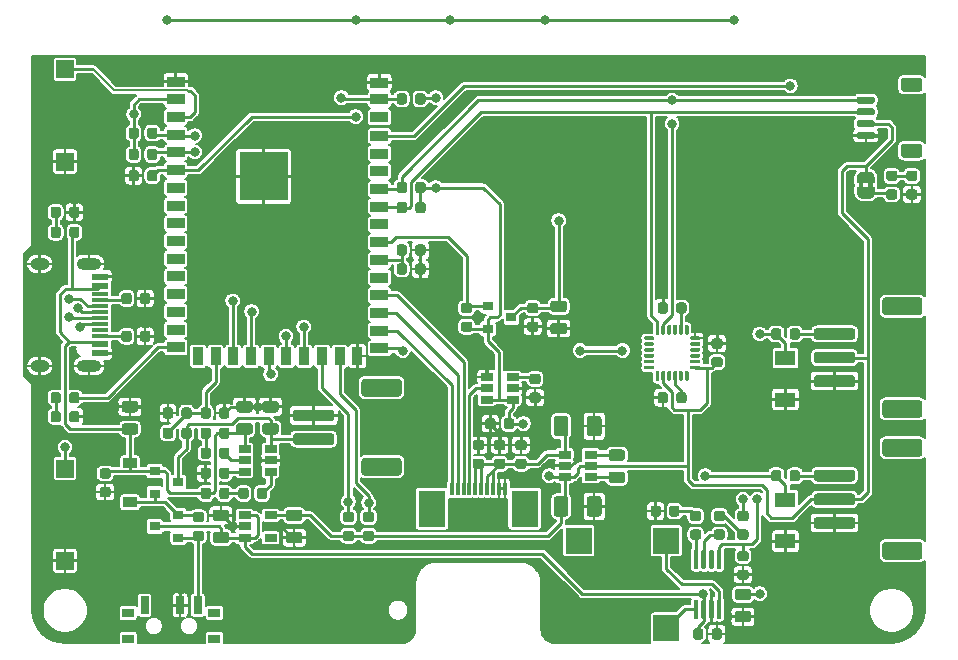
<source format=gtl>
%TF.GenerationSoftware,KiCad,Pcbnew,(5.1.6)-1*%
%TF.CreationDate,2021-03-27T23:39:17-04:00*%
%TF.ProjectId,sharptag,73686172-7074-4616-972e-6b696361645f,rev?*%
%TF.SameCoordinates,Original*%
%TF.FileFunction,Copper,L1,Top*%
%TF.FilePolarity,Positive*%
%FSLAX46Y46*%
G04 Gerber Fmt 4.6, Leading zero omitted, Abs format (unit mm)*
G04 Created by KiCad (PCBNEW (5.1.6)-1) date 2021-03-27 23:39:17*
%MOMM*%
%LPD*%
G01*
G04 APERTURE LIST*
%TA.AperFunction,EtchedComponent*%
%ADD10C,0.100000*%
%TD*%
%TA.AperFunction,ComponentPad*%
%ADD11O,1.600000X1.000000*%
%TD*%
%TA.AperFunction,ComponentPad*%
%ADD12O,2.100000X1.000000*%
%TD*%
%TA.AperFunction,SMDPad,CuDef*%
%ADD13R,1.450000X0.300000*%
%TD*%
%TA.AperFunction,SMDPad,CuDef*%
%ADD14R,1.450000X0.600000*%
%TD*%
%TA.AperFunction,SMDPad,CuDef*%
%ADD15R,1.200000X0.900000*%
%TD*%
%TA.AperFunction,SMDPad,CuDef*%
%ADD16R,0.300000X1.100000*%
%TD*%
%TA.AperFunction,SMDPad,CuDef*%
%ADD17R,2.300000X3.100000*%
%TD*%
%TA.AperFunction,SMDPad,CuDef*%
%ADD18C,0.100000*%
%TD*%
%TA.AperFunction,SMDPad,CuDef*%
%ADD19R,2.195000X2.195000*%
%TD*%
%TA.AperFunction,SMDPad,CuDef*%
%ADD20R,0.900000X0.800000*%
%TD*%
%TA.AperFunction,SMDPad,CuDef*%
%ADD21R,1.500000X1.500000*%
%TD*%
%TA.AperFunction,SMDPad,CuDef*%
%ADD22R,0.700000X1.500000*%
%TD*%
%TA.AperFunction,SMDPad,CuDef*%
%ADD23R,1.000000X0.800000*%
%TD*%
%TA.AperFunction,SMDPad,CuDef*%
%ADD24R,1.060000X0.650000*%
%TD*%
%TA.AperFunction,SMDPad,CuDef*%
%ADD25R,4.100000X4.100000*%
%TD*%
%TA.AperFunction,SMDPad,CuDef*%
%ADD26R,1.500000X0.900000*%
%TD*%
%TA.AperFunction,SMDPad,CuDef*%
%ADD27R,0.900000X1.500000*%
%TD*%
%TA.AperFunction,SMDPad,CuDef*%
%ADD28R,1.700000X1.300000*%
%TD*%
%TA.AperFunction,ViaPad*%
%ADD29C,0.800000*%
%TD*%
%TA.AperFunction,Conductor*%
%ADD30C,0.250000*%
%TD*%
%TA.AperFunction,Conductor*%
%ADD31C,0.200000*%
%TD*%
%TA.AperFunction,Conductor*%
%ADD32C,0.203200*%
%TD*%
G04 APERTURE END LIST*
D10*
%TO.C,JP1*%
G36*
X32600000Y9250000D02*
G01*
X32600000Y8750000D01*
X32200000Y8750000D01*
X32200000Y9250000D01*
X32600000Y9250000D01*
G37*
G36*
X33400000Y9250000D02*
G01*
X33400000Y8750000D01*
X33000000Y8750000D01*
X33000000Y9250000D01*
X33400000Y9250000D01*
G37*
%TD*%
%TO.P,R13,1*%
%TO.N,Net-(C6-Pad2)*%
%TA.AperFunction,SMDPad,CuDef*%
G36*
G01*
X20143750Y-18575000D02*
X20656250Y-18575000D01*
G75*
G02*
X20875000Y-18793750I0J-218750D01*
G01*
X20875000Y-19231250D01*
G75*
G02*
X20656250Y-19450000I-218750J0D01*
G01*
X20143750Y-19450000D01*
G75*
G02*
X19925000Y-19231250I0J218750D01*
G01*
X19925000Y-18793750D01*
G75*
G02*
X20143750Y-18575000I218750J0D01*
G01*
G37*
%TD.AperFunction*%
%TO.P,R13,2*%
%TO.N,Net-(R13-Pad2)*%
%TA.AperFunction,SMDPad,CuDef*%
G36*
G01*
X20143750Y-20150000D02*
X20656250Y-20150000D01*
G75*
G02*
X20875000Y-20368750I0J-218750D01*
G01*
X20875000Y-20806250D01*
G75*
G02*
X20656250Y-21025000I-218750J0D01*
G01*
X20143750Y-21025000D01*
G75*
G02*
X19925000Y-20806250I0J218750D01*
G01*
X19925000Y-20368750D01*
G75*
G02*
X20143750Y-20150000I218750J0D01*
G01*
G37*
%TD.AperFunction*%
%TD*%
%TO.P,J6,1*%
%TO.N,GND*%
%TA.AperFunction,SMDPad,CuDef*%
G36*
G01*
X31650000Y-20100000D02*
X28650000Y-20100000D01*
G75*
G02*
X28400000Y-19850000I0J250000D01*
G01*
X28400000Y-19350000D01*
G75*
G02*
X28650000Y-19100000I250000J0D01*
G01*
X31650000Y-19100000D01*
G75*
G02*
X31900000Y-19350000I0J-250000D01*
G01*
X31900000Y-19850000D01*
G75*
G02*
X31650000Y-20100000I-250000J0D01*
G01*
G37*
%TD.AperFunction*%
%TO.P,J6,2*%
%TO.N,+3V3*%
%TA.AperFunction,SMDPad,CuDef*%
G36*
G01*
X31650000Y-18100000D02*
X28650000Y-18100000D01*
G75*
G02*
X28400000Y-17850000I0J250000D01*
G01*
X28400000Y-17350000D01*
G75*
G02*
X28650000Y-17100000I250000J0D01*
G01*
X31650000Y-17100000D01*
G75*
G02*
X31900000Y-17350000I0J-250000D01*
G01*
X31900000Y-17850000D01*
G75*
G02*
X31650000Y-18100000I-250000J0D01*
G01*
G37*
%TD.AperFunction*%
%TO.P,J6,3*%
%TO.N,Net-(J6-Pad3)*%
%TA.AperFunction,SMDPad,CuDef*%
G36*
G01*
X31650000Y-16100000D02*
X28650000Y-16100000D01*
G75*
G02*
X28400000Y-15850000I0J250000D01*
G01*
X28400000Y-15350000D01*
G75*
G02*
X28650000Y-15100000I250000J0D01*
G01*
X31650000Y-15100000D01*
G75*
G02*
X31900000Y-15350000I0J-250000D01*
G01*
X31900000Y-15850000D01*
G75*
G02*
X31650000Y-16100000I-250000J0D01*
G01*
G37*
%TD.AperFunction*%
%TO.P,J6,MP*%
%TO.N,N/C*%
%TA.AperFunction,SMDPad,CuDef*%
G36*
G01*
X37350000Y-22700000D02*
X34450000Y-22700000D01*
G75*
G02*
X34200000Y-22450000I0J250000D01*
G01*
X34200000Y-21450000D01*
G75*
G02*
X34450000Y-21200000I250000J0D01*
G01*
X37350000Y-21200000D01*
G75*
G02*
X37600000Y-21450000I0J-250000D01*
G01*
X37600000Y-22450000D01*
G75*
G02*
X37350000Y-22700000I-250000J0D01*
G01*
G37*
%TD.AperFunction*%
%TA.AperFunction,SMDPad,CuDef*%
G36*
G01*
X37350000Y-14000000D02*
X34450000Y-14000000D01*
G75*
G02*
X34200000Y-13750000I0J250000D01*
G01*
X34200000Y-12750000D01*
G75*
G02*
X34450000Y-12500000I250000J0D01*
G01*
X37350000Y-12500000D01*
G75*
G02*
X37600000Y-12750000I0J-250000D01*
G01*
X37600000Y-13750000D01*
G75*
G02*
X37350000Y-14000000I-250000J0D01*
G01*
G37*
%TD.AperFunction*%
%TD*%
%TO.P,J3,1*%
%TO.N,/VBAT*%
%TA.AperFunction,SMDPad,CuDef*%
G36*
G01*
X-12450000Y-13000000D02*
X-15450000Y-13000000D01*
G75*
G02*
X-15700000Y-12750000I0J250000D01*
G01*
X-15700000Y-12250000D01*
G75*
G02*
X-15450000Y-12000000I250000J0D01*
G01*
X-12450000Y-12000000D01*
G75*
G02*
X-12200000Y-12250000I0J-250000D01*
G01*
X-12200000Y-12750000D01*
G75*
G02*
X-12450000Y-13000000I-250000J0D01*
G01*
G37*
%TD.AperFunction*%
%TO.P,J3,2*%
%TO.N,GND*%
%TA.AperFunction,SMDPad,CuDef*%
G36*
G01*
X-12450000Y-11000000D02*
X-15450000Y-11000000D01*
G75*
G02*
X-15700000Y-10750000I0J250000D01*
G01*
X-15700000Y-10250000D01*
G75*
G02*
X-15450000Y-10000000I250000J0D01*
G01*
X-12450000Y-10000000D01*
G75*
G02*
X-12200000Y-10250000I0J-250000D01*
G01*
X-12200000Y-10750000D01*
G75*
G02*
X-12450000Y-11000000I-250000J0D01*
G01*
G37*
%TD.AperFunction*%
%TO.P,J3,MP*%
%TO.N,N/C*%
%TA.AperFunction,SMDPad,CuDef*%
G36*
G01*
X-6750000Y-15600000D02*
X-9650000Y-15600000D01*
G75*
G02*
X-9900000Y-15350000I0J250000D01*
G01*
X-9900000Y-14350000D01*
G75*
G02*
X-9650000Y-14100000I250000J0D01*
G01*
X-6750000Y-14100000D01*
G75*
G02*
X-6500000Y-14350000I0J-250000D01*
G01*
X-6500000Y-15350000D01*
G75*
G02*
X-6750000Y-15600000I-250000J0D01*
G01*
G37*
%TD.AperFunction*%
%TA.AperFunction,SMDPad,CuDef*%
G36*
G01*
X-6750000Y-8900000D02*
X-9650000Y-8900000D01*
G75*
G02*
X-9900000Y-8650000I0J250000D01*
G01*
X-9900000Y-7650000D01*
G75*
G02*
X-9650000Y-7400000I250000J0D01*
G01*
X-6750000Y-7400000D01*
G75*
G02*
X-6500000Y-7650000I0J-250000D01*
G01*
X-6500000Y-8650000D01*
G75*
G02*
X-6750000Y-8900000I-250000J0D01*
G01*
G37*
%TD.AperFunction*%
%TD*%
D11*
%TO.P,J1,S1*%
%TO.N,GND*%
X-37150000Y-6320000D03*
X-37150000Y2320000D03*
D12*
X-32970000Y2320000D03*
X-32970000Y-6320000D03*
D13*
%TO.P,J1,A6*%
%TO.N,/D+*%
X-32055000Y-1750000D03*
%TO.P,J1,B5*%
%TO.N,Net-(J1-PadB5)*%
X-32055000Y-3750000D03*
%TO.P,J1,A8*%
%TO.N,Net-(J1-PadA8)*%
X-32055000Y-3250000D03*
%TO.P,J1,B6*%
%TO.N,/D+*%
X-32055000Y-2750000D03*
%TO.P,J1,A7*%
%TO.N,/D-*%
X-32055000Y-2250000D03*
%TO.P,J1,B7*%
X-32055000Y-1250000D03*
%TO.P,J1,A5*%
%TO.N,Net-(J1-PadA5)*%
X-32055000Y-750000D03*
%TO.P,J1,B8*%
%TO.N,Net-(J1-PadB8)*%
X-32055000Y-250000D03*
D14*
%TO.P,J1,A12*%
%TO.N,GND*%
X-32055000Y-5250000D03*
%TO.P,J1,B4*%
%TO.N,VBUS*%
X-32055000Y-4450000D03*
%TO.P,J1,A4*%
X-32055000Y450000D03*
%TO.P,J1,A1*%
%TO.N,GND*%
X-32055000Y1250000D03*
%TO.P,J1,B12*%
X-32055000Y1250000D03*
%TO.P,J1,B9*%
%TO.N,VBUS*%
X-32055000Y450000D03*
%TO.P,J1,A9*%
X-32055000Y-4450000D03*
%TO.P,J1,B1*%
%TO.N,GND*%
X-32055000Y-5250000D03*
%TD*%
%TO.P,C1,2*%
%TO.N,GND*%
%TA.AperFunction,SMDPad,CuDef*%
G36*
G01*
X256250Y-13450000D02*
X-256250Y-13450000D01*
G75*
G02*
X-475000Y-13231250I0J218750D01*
G01*
X-475000Y-12793750D01*
G75*
G02*
X-256250Y-12575000I218750J0D01*
G01*
X256250Y-12575000D01*
G75*
G02*
X475000Y-12793750I0J-218750D01*
G01*
X475000Y-13231250D01*
G75*
G02*
X256250Y-13450000I-218750J0D01*
G01*
G37*
%TD.AperFunction*%
%TO.P,C1,1*%
%TO.N,+5V*%
%TA.AperFunction,SMDPad,CuDef*%
G36*
G01*
X256250Y-15025000D02*
X-256250Y-15025000D01*
G75*
G02*
X-475000Y-14806250I0J218750D01*
G01*
X-475000Y-14368750D01*
G75*
G02*
X-256250Y-14150000I218750J0D01*
G01*
X256250Y-14150000D01*
G75*
G02*
X475000Y-14368750I0J-218750D01*
G01*
X475000Y-14806250D01*
G75*
G02*
X256250Y-15025000I-218750J0D01*
G01*
G37*
%TD.AperFunction*%
%TD*%
%TO.P,C2,1*%
%TO.N,/VBAT*%
%TA.AperFunction,SMDPad,CuDef*%
G36*
G01*
X-17143750Y-12125000D02*
X-18056250Y-12125000D01*
G75*
G02*
X-18300000Y-11881250I0J243750D01*
G01*
X-18300000Y-11393750D01*
G75*
G02*
X-18056250Y-11150000I243750J0D01*
G01*
X-17143750Y-11150000D01*
G75*
G02*
X-16900000Y-11393750I0J-243750D01*
G01*
X-16900000Y-11881250D01*
G75*
G02*
X-17143750Y-12125000I-243750J0D01*
G01*
G37*
%TD.AperFunction*%
%TO.P,C2,2*%
%TO.N,GND*%
%TA.AperFunction,SMDPad,CuDef*%
G36*
G01*
X-17143750Y-10250000D02*
X-18056250Y-10250000D01*
G75*
G02*
X-18300000Y-10006250I0J243750D01*
G01*
X-18300000Y-9518750D01*
G75*
G02*
X-18056250Y-9275000I243750J0D01*
G01*
X-17143750Y-9275000D01*
G75*
G02*
X-16900000Y-9518750I0J-243750D01*
G01*
X-16900000Y-10006250D01*
G75*
G02*
X-17143750Y-10250000I-243750J0D01*
G01*
G37*
%TD.AperFunction*%
%TD*%
%TO.P,C3,1*%
%TO.N,+5V*%
%TA.AperFunction,SMDPad,CuDef*%
G36*
G01*
X3856250Y-15025000D02*
X3343750Y-15025000D01*
G75*
G02*
X3125000Y-14806250I0J218750D01*
G01*
X3125000Y-14368750D01*
G75*
G02*
X3343750Y-14150000I218750J0D01*
G01*
X3856250Y-14150000D01*
G75*
G02*
X4075000Y-14368750I0J-218750D01*
G01*
X4075000Y-14806250D01*
G75*
G02*
X3856250Y-15025000I-218750J0D01*
G01*
G37*
%TD.AperFunction*%
%TO.P,C3,2*%
%TO.N,GND*%
%TA.AperFunction,SMDPad,CuDef*%
G36*
G01*
X3856250Y-13450000D02*
X3343750Y-13450000D01*
G75*
G02*
X3125000Y-13231250I0J218750D01*
G01*
X3125000Y-12793750D01*
G75*
G02*
X3343750Y-12575000I218750J0D01*
G01*
X3856250Y-12575000D01*
G75*
G02*
X4075000Y-12793750I0J-218750D01*
G01*
X4075000Y-13231250D01*
G75*
G02*
X3856250Y-13450000I-218750J0D01*
G01*
G37*
%TD.AperFunction*%
%TD*%
%TO.P,C4,2*%
%TO.N,GND*%
%TA.AperFunction,SMDPad,CuDef*%
G36*
G01*
X2056250Y-13450000D02*
X1543750Y-13450000D01*
G75*
G02*
X1325000Y-13231250I0J218750D01*
G01*
X1325000Y-12793750D01*
G75*
G02*
X1543750Y-12575000I218750J0D01*
G01*
X2056250Y-12575000D01*
G75*
G02*
X2275000Y-12793750I0J-218750D01*
G01*
X2275000Y-13231250D01*
G75*
G02*
X2056250Y-13450000I-218750J0D01*
G01*
G37*
%TD.AperFunction*%
%TO.P,C4,1*%
%TO.N,+5V*%
%TA.AperFunction,SMDPad,CuDef*%
G36*
G01*
X2056250Y-15025000D02*
X1543750Y-15025000D01*
G75*
G02*
X1325000Y-14806250I0J218750D01*
G01*
X1325000Y-14368750D01*
G75*
G02*
X1543750Y-14150000I218750J0D01*
G01*
X2056250Y-14150000D01*
G75*
G02*
X2275000Y-14368750I0J-218750D01*
G01*
X2275000Y-14806250D01*
G75*
G02*
X2056250Y-15025000I-218750J0D01*
G01*
G37*
%TD.AperFunction*%
%TD*%
%TO.P,C5,2*%
%TO.N,GND*%
%TA.AperFunction,SMDPad,CuDef*%
G36*
G01*
X-19343750Y-10250000D02*
X-20256250Y-10250000D01*
G75*
G02*
X-20500000Y-10006250I0J243750D01*
G01*
X-20500000Y-9518750D01*
G75*
G02*
X-20256250Y-9275000I243750J0D01*
G01*
X-19343750Y-9275000D01*
G75*
G02*
X-19100000Y-9518750I0J-243750D01*
G01*
X-19100000Y-10006250D01*
G75*
G02*
X-19343750Y-10250000I-243750J0D01*
G01*
G37*
%TD.AperFunction*%
%TO.P,C5,1*%
%TO.N,VBUS*%
%TA.AperFunction,SMDPad,CuDef*%
G36*
G01*
X-19343750Y-12125000D02*
X-20256250Y-12125000D01*
G75*
G02*
X-20500000Y-11881250I0J243750D01*
G01*
X-20500000Y-11393750D01*
G75*
G02*
X-20256250Y-11150000I243750J0D01*
G01*
X-19343750Y-11150000D01*
G75*
G02*
X-19100000Y-11393750I0J-243750D01*
G01*
X-19100000Y-11881250D01*
G75*
G02*
X-19343750Y-12125000I-243750J0D01*
G01*
G37*
%TD.AperFunction*%
%TD*%
%TO.P,C6,1*%
%TO.N,/AUDIO*%
%TA.AperFunction,SMDPad,CuDef*%
G36*
G01*
X22143750Y-18575000D02*
X22656250Y-18575000D01*
G75*
G02*
X22875000Y-18793750I0J-218750D01*
G01*
X22875000Y-19231250D01*
G75*
G02*
X22656250Y-19450000I-218750J0D01*
G01*
X22143750Y-19450000D01*
G75*
G02*
X21925000Y-19231250I0J218750D01*
G01*
X21925000Y-18793750D01*
G75*
G02*
X22143750Y-18575000I218750J0D01*
G01*
G37*
%TD.AperFunction*%
%TO.P,C6,2*%
%TO.N,Net-(C6-Pad2)*%
%TA.AperFunction,SMDPad,CuDef*%
G36*
G01*
X22143750Y-20150000D02*
X22656250Y-20150000D01*
G75*
G02*
X22875000Y-20368750I0J-218750D01*
G01*
X22875000Y-20806250D01*
G75*
G02*
X22656250Y-21025000I-218750J0D01*
G01*
X22143750Y-21025000D01*
G75*
G02*
X21925000Y-20806250I0J218750D01*
G01*
X21925000Y-20368750D01*
G75*
G02*
X22143750Y-20150000I218750J0D01*
G01*
G37*
%TD.AperFunction*%
%TD*%
%TO.P,C7,2*%
%TO.N,GND*%
%TA.AperFunction,SMDPad,CuDef*%
G36*
G01*
X15450000Y-18343750D02*
X15450000Y-18856250D01*
G75*
G02*
X15231250Y-19075000I-218750J0D01*
G01*
X14793750Y-19075000D01*
G75*
G02*
X14575000Y-18856250I0J218750D01*
G01*
X14575000Y-18343750D01*
G75*
G02*
X14793750Y-18125000I218750J0D01*
G01*
X15231250Y-18125000D01*
G75*
G02*
X15450000Y-18343750I0J-218750D01*
G01*
G37*
%TD.AperFunction*%
%TO.P,C7,1*%
%TO.N,Net-(C7-Pad1)*%
%TA.AperFunction,SMDPad,CuDef*%
G36*
G01*
X17025000Y-18343750D02*
X17025000Y-18856250D01*
G75*
G02*
X16806250Y-19075000I-218750J0D01*
G01*
X16368750Y-19075000D01*
G75*
G02*
X16150000Y-18856250I0J218750D01*
G01*
X16150000Y-18343750D01*
G75*
G02*
X16368750Y-18125000I218750J0D01*
G01*
X16806250Y-18125000D01*
G75*
G02*
X17025000Y-18343750I0J-218750D01*
G01*
G37*
%TD.AperFunction*%
%TD*%
%TO.P,C8,1*%
%TO.N,VDD*%
%TA.AperFunction,SMDPad,CuDef*%
G36*
G01*
X-21343750Y-21325000D02*
X-22256250Y-21325000D01*
G75*
G02*
X-22500000Y-21081250I0J243750D01*
G01*
X-22500000Y-20593750D01*
G75*
G02*
X-22256250Y-20350000I243750J0D01*
G01*
X-21343750Y-20350000D01*
G75*
G02*
X-21100000Y-20593750I0J-243750D01*
G01*
X-21100000Y-21081250D01*
G75*
G02*
X-21343750Y-21325000I-243750J0D01*
G01*
G37*
%TD.AperFunction*%
%TO.P,C8,2*%
%TO.N,GND*%
%TA.AperFunction,SMDPad,CuDef*%
G36*
G01*
X-21343750Y-19450000D02*
X-22256250Y-19450000D01*
G75*
G02*
X-22500000Y-19206250I0J243750D01*
G01*
X-22500000Y-18718750D01*
G75*
G02*
X-22256250Y-18475000I243750J0D01*
G01*
X-21343750Y-18475000D01*
G75*
G02*
X-21100000Y-18718750I0J-243750D01*
G01*
X-21100000Y-19206250D01*
G75*
G02*
X-21343750Y-19450000I-243750J0D01*
G01*
G37*
%TD.AperFunction*%
%TD*%
%TO.P,C9,2*%
%TO.N,GND*%
%TA.AperFunction,SMDPad,CuDef*%
G36*
G01*
X-16056250Y-20350000D02*
X-15143750Y-20350000D01*
G75*
G02*
X-14900000Y-20593750I0J-243750D01*
G01*
X-14900000Y-21081250D01*
G75*
G02*
X-15143750Y-21325000I-243750J0D01*
G01*
X-16056250Y-21325000D01*
G75*
G02*
X-16300000Y-21081250I0J243750D01*
G01*
X-16300000Y-20593750D01*
G75*
G02*
X-16056250Y-20350000I243750J0D01*
G01*
G37*
%TD.AperFunction*%
%TO.P,C9,1*%
%TO.N,+3V3*%
%TA.AperFunction,SMDPad,CuDef*%
G36*
G01*
X-16056250Y-18475000D02*
X-15143750Y-18475000D01*
G75*
G02*
X-14900000Y-18718750I0J-243750D01*
G01*
X-14900000Y-19206250D01*
G75*
G02*
X-15143750Y-19450000I-243750J0D01*
G01*
X-16056250Y-19450000D01*
G75*
G02*
X-16300000Y-19206250I0J243750D01*
G01*
X-16300000Y-18718750D01*
G75*
G02*
X-16056250Y-18475000I243750J0D01*
G01*
G37*
%TD.AperFunction*%
%TD*%
%TO.P,C10,1*%
%TO.N,VDD*%
%TA.AperFunction,SMDPad,CuDef*%
G36*
G01*
X18175000Y-29256250D02*
X18175000Y-28743750D01*
G75*
G02*
X18393750Y-28525000I218750J0D01*
G01*
X18831250Y-28525000D01*
G75*
G02*
X19050000Y-28743750I0J-218750D01*
G01*
X19050000Y-29256250D01*
G75*
G02*
X18831250Y-29475000I-218750J0D01*
G01*
X18393750Y-29475000D01*
G75*
G02*
X18175000Y-29256250I0J218750D01*
G01*
G37*
%TD.AperFunction*%
%TO.P,C10,2*%
%TO.N,GND*%
%TA.AperFunction,SMDPad,CuDef*%
G36*
G01*
X19750000Y-29256250D02*
X19750000Y-28743750D01*
G75*
G02*
X19968750Y-28525000I218750J0D01*
G01*
X20406250Y-28525000D01*
G75*
G02*
X20625000Y-28743750I0J-218750D01*
G01*
X20625000Y-29256250D01*
G75*
G02*
X20406250Y-29475000I-218750J0D01*
G01*
X19968750Y-29475000D01*
G75*
G02*
X19750000Y-29256250I0J218750D01*
G01*
G37*
%TD.AperFunction*%
%TD*%
%TO.P,C11,1*%
%TO.N,VDD*%
%TA.AperFunction,SMDPad,CuDef*%
G36*
G01*
X21943750Y-25175000D02*
X22856250Y-25175000D01*
G75*
G02*
X23100000Y-25418750I0J-243750D01*
G01*
X23100000Y-25906250D01*
G75*
G02*
X22856250Y-26150000I-243750J0D01*
G01*
X21943750Y-26150000D01*
G75*
G02*
X21700000Y-25906250I0J243750D01*
G01*
X21700000Y-25418750D01*
G75*
G02*
X21943750Y-25175000I243750J0D01*
G01*
G37*
%TD.AperFunction*%
%TO.P,C11,2*%
%TO.N,GND*%
%TA.AperFunction,SMDPad,CuDef*%
G36*
G01*
X21943750Y-27050000D02*
X22856250Y-27050000D01*
G75*
G02*
X23100000Y-27293750I0J-243750D01*
G01*
X23100000Y-27781250D01*
G75*
G02*
X22856250Y-28025000I-243750J0D01*
G01*
X21943750Y-28025000D01*
G75*
G02*
X21700000Y-27781250I0J243750D01*
G01*
X21700000Y-27293750D01*
G75*
G02*
X21943750Y-27050000I243750J0D01*
G01*
G37*
%TD.AperFunction*%
%TD*%
%TO.P,C12,2*%
%TO.N,GND*%
%TA.AperFunction,SMDPad,CuDef*%
G36*
G01*
X-5350000Y1643750D02*
X-5350000Y2156250D01*
G75*
G02*
X-5131250Y2375000I218750J0D01*
G01*
X-4693750Y2375000D01*
G75*
G02*
X-4475000Y2156250I0J-218750D01*
G01*
X-4475000Y1643750D01*
G75*
G02*
X-4693750Y1425000I-218750J0D01*
G01*
X-5131250Y1425000D01*
G75*
G02*
X-5350000Y1643750I0J218750D01*
G01*
G37*
%TD.AperFunction*%
%TO.P,C12,1*%
%TO.N,/IO38_DBLTAP*%
%TA.AperFunction,SMDPad,CuDef*%
G36*
G01*
X-6925000Y1643750D02*
X-6925000Y2156250D01*
G75*
G02*
X-6706250Y2375000I218750J0D01*
G01*
X-6268750Y2375000D01*
G75*
G02*
X-6050000Y2156250I0J-218750D01*
G01*
X-6050000Y1643750D01*
G75*
G02*
X-6268750Y1425000I-218750J0D01*
G01*
X-6706250Y1425000D01*
G75*
G02*
X-6925000Y1643750I0J218750D01*
G01*
G37*
%TD.AperFunction*%
%TD*%
%TO.P,C13,1*%
%TO.N,+3V3*%
%TA.AperFunction,SMDPad,CuDef*%
G36*
G01*
X6375000Y-18825000D02*
X6375000Y-17575000D01*
G75*
G02*
X6625000Y-17325000I250000J0D01*
G01*
X7375000Y-17325000D01*
G75*
G02*
X7625000Y-17575000I0J-250000D01*
G01*
X7625000Y-18825000D01*
G75*
G02*
X7375000Y-19075000I-250000J0D01*
G01*
X6625000Y-19075000D01*
G75*
G02*
X6375000Y-18825000I0J250000D01*
G01*
G37*
%TD.AperFunction*%
%TO.P,C13,2*%
%TO.N,GND*%
%TA.AperFunction,SMDPad,CuDef*%
G36*
G01*
X9175000Y-18825000D02*
X9175000Y-17575000D01*
G75*
G02*
X9425000Y-17325000I250000J0D01*
G01*
X10175000Y-17325000D01*
G75*
G02*
X10425000Y-17575000I0J-250000D01*
G01*
X10425000Y-18825000D01*
G75*
G02*
X10175000Y-19075000I-250000J0D01*
G01*
X9425000Y-19075000D01*
G75*
G02*
X9175000Y-18825000I0J250000D01*
G01*
G37*
%TD.AperFunction*%
%TD*%
%TO.P,C14,1*%
%TO.N,/BATT_MON*%
%TA.AperFunction,SMDPad,CuDef*%
G36*
G01*
X-23525000Y-10556250D02*
X-23525000Y-10043750D01*
G75*
G02*
X-23306250Y-9825000I218750J0D01*
G01*
X-22868750Y-9825000D01*
G75*
G02*
X-22650000Y-10043750I0J-218750D01*
G01*
X-22650000Y-10556250D01*
G75*
G02*
X-22868750Y-10775000I-218750J0D01*
G01*
X-23306250Y-10775000D01*
G75*
G02*
X-23525000Y-10556250I0J218750D01*
G01*
G37*
%TD.AperFunction*%
%TO.P,C14,2*%
%TO.N,GND*%
%TA.AperFunction,SMDPad,CuDef*%
G36*
G01*
X-21950000Y-10556250D02*
X-21950000Y-10043750D01*
G75*
G02*
X-21731250Y-9825000I218750J0D01*
G01*
X-21293750Y-9825000D01*
G75*
G02*
X-21075000Y-10043750I0J-218750D01*
G01*
X-21075000Y-10556250D01*
G75*
G02*
X-21293750Y-10775000I-218750J0D01*
G01*
X-21731250Y-10775000D01*
G75*
G02*
X-21950000Y-10556250I0J218750D01*
G01*
G37*
%TD.AperFunction*%
%TD*%
%TO.P,C15,2*%
%TO.N,GND*%
%TA.AperFunction,SMDPad,CuDef*%
G36*
G01*
X16050000Y-8743750D02*
X16050000Y-9256250D01*
G75*
G02*
X15831250Y-9475000I-218750J0D01*
G01*
X15393750Y-9475000D01*
G75*
G02*
X15175000Y-9256250I0J218750D01*
G01*
X15175000Y-8743750D01*
G75*
G02*
X15393750Y-8525000I218750J0D01*
G01*
X15831250Y-8525000D01*
G75*
G02*
X16050000Y-8743750I0J-218750D01*
G01*
G37*
%TD.AperFunction*%
%TO.P,C15,1*%
%TO.N,Net-(C15-Pad1)*%
%TA.AperFunction,SMDPad,CuDef*%
G36*
G01*
X17625000Y-8743750D02*
X17625000Y-9256250D01*
G75*
G02*
X17406250Y-9475000I-218750J0D01*
G01*
X16968750Y-9475000D01*
G75*
G02*
X16750000Y-9256250I0J218750D01*
G01*
X16750000Y-8743750D01*
G75*
G02*
X16968750Y-8525000I218750J0D01*
G01*
X17406250Y-8525000D01*
G75*
G02*
X17625000Y-8743750I0J-218750D01*
G01*
G37*
%TD.AperFunction*%
%TD*%
%TO.P,C16,2*%
%TO.N,GND*%
%TA.AperFunction,SMDPad,CuDef*%
G36*
G01*
X16050000Y-1143750D02*
X16050000Y-1656250D01*
G75*
G02*
X15831250Y-1875000I-218750J0D01*
G01*
X15393750Y-1875000D01*
G75*
G02*
X15175000Y-1656250I0J218750D01*
G01*
X15175000Y-1143750D01*
G75*
G02*
X15393750Y-925000I218750J0D01*
G01*
X15831250Y-925000D01*
G75*
G02*
X16050000Y-1143750I0J-218750D01*
G01*
G37*
%TD.AperFunction*%
%TO.P,C16,1*%
%TO.N,Net-(C16-Pad1)*%
%TA.AperFunction,SMDPad,CuDef*%
G36*
G01*
X17625000Y-1143750D02*
X17625000Y-1656250D01*
G75*
G02*
X17406250Y-1875000I-218750J0D01*
G01*
X16968750Y-1875000D01*
G75*
G02*
X16750000Y-1656250I0J218750D01*
G01*
X16750000Y-1143750D01*
G75*
G02*
X16968750Y-925000I218750J0D01*
G01*
X17406250Y-925000D01*
G75*
G02*
X17625000Y-1143750I0J-218750D01*
G01*
G37*
%TD.AperFunction*%
%TD*%
%TO.P,C17,2*%
%TO.N,Net-(C17-Pad2)*%
%TA.AperFunction,SMDPad,CuDef*%
G36*
G01*
X11261750Y-15250000D02*
X12174250Y-15250000D01*
G75*
G02*
X12418000Y-15493750I0J-243750D01*
G01*
X12418000Y-15981250D01*
G75*
G02*
X12174250Y-16225000I-243750J0D01*
G01*
X11261750Y-16225000D01*
G75*
G02*
X11018000Y-15981250I0J243750D01*
G01*
X11018000Y-15493750D01*
G75*
G02*
X11261750Y-15250000I243750J0D01*
G01*
G37*
%TD.AperFunction*%
%TO.P,C17,1*%
%TO.N,Net-(C17-Pad1)*%
%TA.AperFunction,SMDPad,CuDef*%
G36*
G01*
X11261750Y-13375000D02*
X12174250Y-13375000D01*
G75*
G02*
X12418000Y-13618750I0J-243750D01*
G01*
X12418000Y-14106250D01*
G75*
G02*
X12174250Y-14350000I-243750J0D01*
G01*
X11261750Y-14350000D01*
G75*
G02*
X11018000Y-14106250I0J243750D01*
G01*
X11018000Y-13618750D01*
G75*
G02*
X11261750Y-13375000I243750J0D01*
G01*
G37*
%TD.AperFunction*%
%TD*%
%TO.P,C18,1*%
%TO.N,+3V3*%
%TA.AperFunction,SMDPad,CuDef*%
G36*
G01*
X20456250Y-6425000D02*
X19943750Y-6425000D01*
G75*
G02*
X19725000Y-6206250I0J218750D01*
G01*
X19725000Y-5768750D01*
G75*
G02*
X19943750Y-5550000I218750J0D01*
G01*
X20456250Y-5550000D01*
G75*
G02*
X20675000Y-5768750I0J-218750D01*
G01*
X20675000Y-6206250D01*
G75*
G02*
X20456250Y-6425000I-218750J0D01*
G01*
G37*
%TD.AperFunction*%
%TO.P,C18,2*%
%TO.N,GND*%
%TA.AperFunction,SMDPad,CuDef*%
G36*
G01*
X20456250Y-4850000D02*
X19943750Y-4850000D01*
G75*
G02*
X19725000Y-4631250I0J218750D01*
G01*
X19725000Y-4193750D01*
G75*
G02*
X19943750Y-3975000I218750J0D01*
G01*
X20456250Y-3975000D01*
G75*
G02*
X20675000Y-4193750I0J-218750D01*
G01*
X20675000Y-4631250D01*
G75*
G02*
X20456250Y-4850000I-218750J0D01*
G01*
G37*
%TD.AperFunction*%
%TD*%
%TO.P,C19,2*%
%TO.N,GND*%
%TA.AperFunction,SMDPad,CuDef*%
G36*
G01*
X9175000Y-12025000D02*
X9175000Y-10775000D01*
G75*
G02*
X9425000Y-10525000I250000J0D01*
G01*
X10175000Y-10525000D01*
G75*
G02*
X10425000Y-10775000I0J-250000D01*
G01*
X10425000Y-12025000D01*
G75*
G02*
X10175000Y-12275000I-250000J0D01*
G01*
X9425000Y-12275000D01*
G75*
G02*
X9175000Y-12025000I0J250000D01*
G01*
G37*
%TD.AperFunction*%
%TO.P,C19,1*%
%TO.N,+5V*%
%TA.AperFunction,SMDPad,CuDef*%
G36*
G01*
X6375000Y-12025000D02*
X6375000Y-10775000D01*
G75*
G02*
X6625000Y-10525000I250000J0D01*
G01*
X7375000Y-10525000D01*
G75*
G02*
X7625000Y-10775000I0J-250000D01*
G01*
X7625000Y-12025000D01*
G75*
G02*
X7375000Y-12275000I-250000J0D01*
G01*
X6625000Y-12275000D01*
G75*
G02*
X6375000Y-12025000I0J250000D01*
G01*
G37*
%TD.AperFunction*%
%TD*%
%TO.P,C20,1*%
%TO.N,+3V3*%
%TA.AperFunction,SMDPad,CuDef*%
G36*
G01*
X3025000Y-10943750D02*
X3025000Y-11456250D01*
G75*
G02*
X2806250Y-11675000I-218750J0D01*
G01*
X2368750Y-11675000D01*
G75*
G02*
X2150000Y-11456250I0J218750D01*
G01*
X2150000Y-10943750D01*
G75*
G02*
X2368750Y-10725000I218750J0D01*
G01*
X2806250Y-10725000D01*
G75*
G02*
X3025000Y-10943750I0J-218750D01*
G01*
G37*
%TD.AperFunction*%
%TO.P,C20,2*%
%TO.N,GND*%
%TA.AperFunction,SMDPad,CuDef*%
G36*
G01*
X1450000Y-10943750D02*
X1450000Y-11456250D01*
G75*
G02*
X1231250Y-11675000I-218750J0D01*
G01*
X793750Y-11675000D01*
G75*
G02*
X575000Y-11456250I0J218750D01*
G01*
X575000Y-10943750D01*
G75*
G02*
X793750Y-10725000I218750J0D01*
G01*
X1231250Y-10725000D01*
G75*
G02*
X1450000Y-10943750I0J-218750D01*
G01*
G37*
%TD.AperFunction*%
%TD*%
%TO.P,D1,1*%
%TO.N,Net-(D1-Pad1)*%
%TA.AperFunction,SMDPad,CuDef*%
G36*
G01*
X-17875000Y-16843750D02*
X-17875000Y-17356250D01*
G75*
G02*
X-18093750Y-17575000I-218750J0D01*
G01*
X-18531250Y-17575000D01*
G75*
G02*
X-18750000Y-17356250I0J218750D01*
G01*
X-18750000Y-16843750D01*
G75*
G02*
X-18531250Y-16625000I218750J0D01*
G01*
X-18093750Y-16625000D01*
G75*
G02*
X-17875000Y-16843750I0J-218750D01*
G01*
G37*
%TD.AperFunction*%
%TO.P,D1,2*%
%TO.N,Net-(D1-Pad2)*%
%TA.AperFunction,SMDPad,CuDef*%
G36*
G01*
X-19450000Y-16843750D02*
X-19450000Y-17356250D01*
G75*
G02*
X-19668750Y-17575000I-218750J0D01*
G01*
X-20106250Y-17575000D01*
G75*
G02*
X-20325000Y-17356250I0J218750D01*
G01*
X-20325000Y-16843750D01*
G75*
G02*
X-20106250Y-16625000I218750J0D01*
G01*
X-19668750Y-16625000D01*
G75*
G02*
X-19450000Y-16843750I0J-218750D01*
G01*
G37*
%TD.AperFunction*%
%TD*%
%TO.P,D2,2*%
%TO.N,Net-(D2-Pad2)*%
%TA.AperFunction,SMDPad,CuDef*%
G36*
G01*
X-22650000Y-13443750D02*
X-22650000Y-13956250D01*
G75*
G02*
X-22868750Y-14175000I-218750J0D01*
G01*
X-23306250Y-14175000D01*
G75*
G02*
X-23525000Y-13956250I0J218750D01*
G01*
X-23525000Y-13443750D01*
G75*
G02*
X-23306250Y-13225000I218750J0D01*
G01*
X-22868750Y-13225000D01*
G75*
G02*
X-22650000Y-13443750I0J-218750D01*
G01*
G37*
%TD.AperFunction*%
%TO.P,D2,1*%
%TO.N,Net-(D2-Pad1)*%
%TA.AperFunction,SMDPad,CuDef*%
G36*
G01*
X-21075000Y-13443750D02*
X-21075000Y-13956250D01*
G75*
G02*
X-21293750Y-14175000I-218750J0D01*
G01*
X-21731250Y-14175000D01*
G75*
G02*
X-21950000Y-13956250I0J218750D01*
G01*
X-21950000Y-13443750D01*
G75*
G02*
X-21731250Y-13225000I218750J0D01*
G01*
X-21293750Y-13225000D01*
G75*
G02*
X-21075000Y-13443750I0J-218750D01*
G01*
G37*
%TD.AperFunction*%
%TD*%
D15*
%TO.P,D3,1*%
%TO.N,Net-(D3-Pad1)*%
X-29500000Y-17850000D03*
%TO.P,D3,2*%
%TO.N,VBUS*%
X-29500000Y-14550000D03*
%TD*%
%TO.P,D4,1*%
%TO.N,GND*%
%TA.AperFunction,SMDPad,CuDef*%
G36*
G01*
X-33775000Y-10343750D02*
X-33775000Y-10856250D01*
G75*
G02*
X-33993750Y-11075000I-218750J0D01*
G01*
X-34431250Y-11075000D01*
G75*
G02*
X-34650000Y-10856250I0J218750D01*
G01*
X-34650000Y-10343750D01*
G75*
G02*
X-34431250Y-10125000I218750J0D01*
G01*
X-33993750Y-10125000D01*
G75*
G02*
X-33775000Y-10343750I0J-218750D01*
G01*
G37*
%TD.AperFunction*%
%TO.P,D4,2*%
%TO.N,Net-(D4-Pad2)*%
%TA.AperFunction,SMDPad,CuDef*%
G36*
G01*
X-35350000Y-10343750D02*
X-35350000Y-10856250D01*
G75*
G02*
X-35568750Y-11075000I-218750J0D01*
G01*
X-36006250Y-11075000D01*
G75*
G02*
X-36225000Y-10856250I0J218750D01*
G01*
X-36225000Y-10343750D01*
G75*
G02*
X-36006250Y-10125000I218750J0D01*
G01*
X-35568750Y-10125000D01*
G75*
G02*
X-35350000Y-10343750I0J-218750D01*
G01*
G37*
%TD.AperFunction*%
%TD*%
%TO.P,D5,2*%
%TO.N,Net-(D5-Pad2)*%
%TA.AperFunction,SMDPad,CuDef*%
G36*
G01*
X36956250Y9350000D02*
X36443750Y9350000D01*
G75*
G02*
X36225000Y9568750I0J218750D01*
G01*
X36225000Y10006250D01*
G75*
G02*
X36443750Y10225000I218750J0D01*
G01*
X36956250Y10225000D01*
G75*
G02*
X37175000Y10006250I0J-218750D01*
G01*
X37175000Y9568750D01*
G75*
G02*
X36956250Y9350000I-218750J0D01*
G01*
G37*
%TD.AperFunction*%
%TO.P,D5,1*%
%TO.N,GND*%
%TA.AperFunction,SMDPad,CuDef*%
G36*
G01*
X36956250Y7775000D02*
X36443750Y7775000D01*
G75*
G02*
X36225000Y7993750I0J218750D01*
G01*
X36225000Y8431250D01*
G75*
G02*
X36443750Y8650000I218750J0D01*
G01*
X36956250Y8650000D01*
G75*
G02*
X37175000Y8431250I0J-218750D01*
G01*
X37175000Y7993750D01*
G75*
G02*
X36956250Y7775000I-218750J0D01*
G01*
G37*
%TD.AperFunction*%
%TD*%
%TO.P,D6,1*%
%TO.N,GND*%
%TA.AperFunction,SMDPad,CuDef*%
G36*
G01*
X-33775000Y6956250D02*
X-33775000Y6443750D01*
G75*
G02*
X-33993750Y6225000I-218750J0D01*
G01*
X-34431250Y6225000D01*
G75*
G02*
X-34650000Y6443750I0J218750D01*
G01*
X-34650000Y6956250D01*
G75*
G02*
X-34431250Y7175000I218750J0D01*
G01*
X-33993750Y7175000D01*
G75*
G02*
X-33775000Y6956250I0J-218750D01*
G01*
G37*
%TD.AperFunction*%
%TO.P,D6,2*%
%TO.N,Net-(D6-Pad2)*%
%TA.AperFunction,SMDPad,CuDef*%
G36*
G01*
X-35350000Y6956250D02*
X-35350000Y6443750D01*
G75*
G02*
X-35568750Y6225000I-218750J0D01*
G01*
X-36006250Y6225000D01*
G75*
G02*
X-36225000Y6443750I0J218750D01*
G01*
X-36225000Y6956250D01*
G75*
G02*
X-36006250Y7175000I218750J0D01*
G01*
X-35568750Y7175000D01*
G75*
G02*
X-35350000Y6956250I0J-218750D01*
G01*
G37*
%TD.AperFunction*%
%TD*%
D16*
%TO.P,J2,1*%
%TO.N,/LCD_CLK*%
X-2254000Y-16684000D03*
%TO.P,J2,2*%
%TO.N,/LCD_DAT*%
X-1754000Y-16684000D03*
%TO.P,J2,3*%
%TO.N,/LCD_CS*%
X-1254000Y-16684000D03*
%TO.P,J2,4*%
%TO.N,/EXTCOMIN*%
X-754000Y-16684000D03*
%TO.P,J2,5*%
%TO.N,+5V*%
X-254000Y-16684000D03*
%TO.P,J2,6*%
X246000Y-16684000D03*
%TO.P,J2,7*%
X746000Y-16684000D03*
%TO.P,J2,8*%
X1246000Y-16684000D03*
%TO.P,J2,9*%
%TO.N,GND*%
X1746000Y-16684000D03*
%TO.P,J2,10*%
X2246000Y-16684000D03*
D17*
%TO.P,J2,MP*%
%TO.N,N/C*%
X-3924000Y-18384000D03*
X3916000Y-18384000D03*
%TD*%
%TO.P,J4,1*%
%TO.N,GND*%
%TA.AperFunction,SMDPad,CuDef*%
G36*
G01*
X33425000Y12900000D02*
X32175000Y12900000D01*
G75*
G02*
X32025000Y13050000I0J150000D01*
G01*
X32025000Y13350000D01*
G75*
G02*
X32175000Y13500000I150000J0D01*
G01*
X33425000Y13500000D01*
G75*
G02*
X33575000Y13350000I0J-150000D01*
G01*
X33575000Y13050000D01*
G75*
G02*
X33425000Y12900000I-150000J0D01*
G01*
G37*
%TD.AperFunction*%
%TO.P,J4,2*%
%TO.N,+3V3*%
%TA.AperFunction,SMDPad,CuDef*%
G36*
G01*
X33425000Y13900000D02*
X32175000Y13900000D01*
G75*
G02*
X32025000Y14050000I0J150000D01*
G01*
X32025000Y14350000D01*
G75*
G02*
X32175000Y14500000I150000J0D01*
G01*
X33425000Y14500000D01*
G75*
G02*
X33575000Y14350000I0J-150000D01*
G01*
X33575000Y14050000D01*
G75*
G02*
X33425000Y13900000I-150000J0D01*
G01*
G37*
%TD.AperFunction*%
%TO.P,J4,3*%
%TO.N,/SDA*%
%TA.AperFunction,SMDPad,CuDef*%
G36*
G01*
X33425000Y14900000D02*
X32175000Y14900000D01*
G75*
G02*
X32025000Y15050000I0J150000D01*
G01*
X32025000Y15350000D01*
G75*
G02*
X32175000Y15500000I150000J0D01*
G01*
X33425000Y15500000D01*
G75*
G02*
X33575000Y15350000I0J-150000D01*
G01*
X33575000Y15050000D01*
G75*
G02*
X33425000Y14900000I-150000J0D01*
G01*
G37*
%TD.AperFunction*%
%TO.P,J4,4*%
%TO.N,/SCL*%
%TA.AperFunction,SMDPad,CuDef*%
G36*
G01*
X33425000Y15900000D02*
X32175000Y15900000D01*
G75*
G02*
X32025000Y16050000I0J150000D01*
G01*
X32025000Y16350000D01*
G75*
G02*
X32175000Y16500000I150000J0D01*
G01*
X33425000Y16500000D01*
G75*
G02*
X33575000Y16350000I0J-150000D01*
G01*
X33575000Y16050000D01*
G75*
G02*
X33425000Y15900000I-150000J0D01*
G01*
G37*
%TD.AperFunction*%
%TO.P,J4,MP*%
%TO.N,N/C*%
%TA.AperFunction,SMDPad,CuDef*%
G36*
G01*
X37325001Y11300000D02*
X36024999Y11300000D01*
G75*
G02*
X35775000Y11549999I0J249999D01*
G01*
X35775000Y12250001D01*
G75*
G02*
X36024999Y12500000I249999J0D01*
G01*
X37325001Y12500000D01*
G75*
G02*
X37575000Y12250001I0J-249999D01*
G01*
X37575000Y11549999D01*
G75*
G02*
X37325001Y11300000I-249999J0D01*
G01*
G37*
%TD.AperFunction*%
%TA.AperFunction,SMDPad,CuDef*%
G36*
G01*
X37325001Y16900000D02*
X36024999Y16900000D01*
G75*
G02*
X35775000Y17149999I0J249999D01*
G01*
X35775000Y17850001D01*
G75*
G02*
X36024999Y18100000I249999J0D01*
G01*
X37325001Y18100000D01*
G75*
G02*
X37575000Y17850001I0J-249999D01*
G01*
X37575000Y17149999D01*
G75*
G02*
X37325001Y16900000I-249999J0D01*
G01*
G37*
%TD.AperFunction*%
%TD*%
%TA.AperFunction,SMDPad,CuDef*%
D18*
%TO.P,JP1,2*%
%TO.N,Net-(JP1-Pad2)*%
G36*
X33549398Y8350000D02*
G01*
X33549398Y8325466D01*
X33544588Y8276635D01*
X33535016Y8228510D01*
X33520772Y8181555D01*
X33501995Y8136222D01*
X33478864Y8092949D01*
X33451604Y8052150D01*
X33420476Y8014221D01*
X33385779Y7979524D01*
X33347850Y7948396D01*
X33307051Y7921136D01*
X33263778Y7898005D01*
X33218445Y7879228D01*
X33171490Y7864984D01*
X33123365Y7855412D01*
X33074534Y7850602D01*
X33050000Y7850602D01*
X33050000Y7850000D01*
X32550000Y7850000D01*
X32550000Y7850602D01*
X32525466Y7850602D01*
X32476635Y7855412D01*
X32428510Y7864984D01*
X32381555Y7879228D01*
X32336222Y7898005D01*
X32292949Y7921136D01*
X32252150Y7948396D01*
X32214221Y7979524D01*
X32179524Y8014221D01*
X32148396Y8052150D01*
X32121136Y8092949D01*
X32098005Y8136222D01*
X32079228Y8181555D01*
X32064984Y8228510D01*
X32055412Y8276635D01*
X32050602Y8325466D01*
X32050602Y8350000D01*
X32050000Y8350000D01*
X32050000Y8850000D01*
X33550000Y8850000D01*
X33550000Y8350000D01*
X33549398Y8350000D01*
G37*
%TD.AperFunction*%
%TA.AperFunction,SMDPad,CuDef*%
%TO.P,JP1,1*%
%TO.N,+3V3*%
G36*
X32050000Y9150000D02*
G01*
X32050000Y9650000D01*
X32050602Y9650000D01*
X32050602Y9674534D01*
X32055412Y9723365D01*
X32064984Y9771490D01*
X32079228Y9818445D01*
X32098005Y9863778D01*
X32121136Y9907051D01*
X32148396Y9947850D01*
X32179524Y9985779D01*
X32214221Y10020476D01*
X32252150Y10051604D01*
X32292949Y10078864D01*
X32336222Y10101995D01*
X32381555Y10120772D01*
X32428510Y10135016D01*
X32476635Y10144588D01*
X32525466Y10149398D01*
X32550000Y10149398D01*
X32550000Y10150000D01*
X33050000Y10150000D01*
X33050000Y10149398D01*
X33074534Y10149398D01*
X33123365Y10144588D01*
X33171490Y10135016D01*
X33218445Y10120772D01*
X33263778Y10101995D01*
X33307051Y10078864D01*
X33347850Y10051604D01*
X33385779Y10020476D01*
X33420476Y9985779D01*
X33451604Y9947850D01*
X33478864Y9907051D01*
X33501995Y9863778D01*
X33520772Y9818445D01*
X33535016Y9771490D01*
X33544588Y9723365D01*
X33549398Y9674534D01*
X33549398Y9650000D01*
X33550000Y9650000D01*
X33550000Y9150000D01*
X32050000Y9150000D01*
G37*
%TD.AperFunction*%
%TD*%
D19*
%TO.P,LS1,3*%
%TO.N,N/C*%
X8500000Y-21100000D03*
%TO.P,LS1,2*%
%TO.N,Net-(LS1-Pad2)*%
X15900000Y-21100000D03*
%TO.P,LS1,1*%
%TO.N,Net-(LS1-Pad1)*%
X15900000Y-28500000D03*
%TD*%
D20*
%TO.P,Q1,1*%
%TO.N,VBUS*%
X-27408000Y-15208000D03*
%TO.P,Q1,2*%
%TO.N,Net-(D3-Pad1)*%
X-27408000Y-17108000D03*
%TO.P,Q1,3*%
%TO.N,/VBAT*%
X-25408000Y-16158000D03*
%TD*%
%TO.P,Q2,3*%
%TO.N,VDD*%
X-27400000Y-19900000D03*
%TO.P,Q2,2*%
%TO.N,Net-(D3-Pad1)*%
X-25400000Y-18950000D03*
%TO.P,Q2,1*%
%TO.N,Net-(Q2-Pad1)*%
X-25400000Y-20850000D03*
%TD*%
%TO.P,R1,1*%
%TO.N,+3V3*%
%TA.AperFunction,SMDPad,CuDef*%
G36*
G01*
X-4475000Y16556250D02*
X-4475000Y16043750D01*
G75*
G02*
X-4693750Y15825000I-218750J0D01*
G01*
X-5131250Y15825000D01*
G75*
G02*
X-5350000Y16043750I0J218750D01*
G01*
X-5350000Y16556250D01*
G75*
G02*
X-5131250Y16775000I218750J0D01*
G01*
X-4693750Y16775000D01*
G75*
G02*
X-4475000Y16556250I0J-218750D01*
G01*
G37*
%TD.AperFunction*%
%TO.P,R1,2*%
%TO.N,/RESET*%
%TA.AperFunction,SMDPad,CuDef*%
G36*
G01*
X-6050000Y16556250D02*
X-6050000Y16043750D01*
G75*
G02*
X-6268750Y15825000I-218750J0D01*
G01*
X-6706250Y15825000D01*
G75*
G02*
X-6925000Y16043750I0J218750D01*
G01*
X-6925000Y16556250D01*
G75*
G02*
X-6706250Y16775000I218750J0D01*
G01*
X-6268750Y16775000D01*
G75*
G02*
X-6050000Y16556250I0J-218750D01*
G01*
G37*
%TD.AperFunction*%
%TD*%
%TO.P,R2,1*%
%TO.N,VBUS*%
%TA.AperFunction,SMDPad,CuDef*%
G36*
G01*
X-23525000Y-17356250D02*
X-23525000Y-16843750D01*
G75*
G02*
X-23306250Y-16625000I218750J0D01*
G01*
X-22868750Y-16625000D01*
G75*
G02*
X-22650000Y-16843750I0J-218750D01*
G01*
X-22650000Y-17356250D01*
G75*
G02*
X-22868750Y-17575000I-218750J0D01*
G01*
X-23306250Y-17575000D01*
G75*
G02*
X-23525000Y-17356250I0J218750D01*
G01*
G37*
%TD.AperFunction*%
%TO.P,R2,2*%
%TO.N,Net-(D1-Pad2)*%
%TA.AperFunction,SMDPad,CuDef*%
G36*
G01*
X-21950000Y-17356250D02*
X-21950000Y-16843750D01*
G75*
G02*
X-21731250Y-16625000I218750J0D01*
G01*
X-21293750Y-16625000D01*
G75*
G02*
X-21075000Y-16843750I0J-218750D01*
G01*
X-21075000Y-17356250D01*
G75*
G02*
X-21293750Y-17575000I-218750J0D01*
G01*
X-21731250Y-17575000D01*
G75*
G02*
X-21950000Y-17356250I0J218750D01*
G01*
G37*
%TD.AperFunction*%
%TD*%
%TO.P,R3,2*%
%TO.N,/BUTTON0*%
%TA.AperFunction,SMDPad,CuDef*%
G36*
G01*
X-9043750Y-19550000D02*
X-9556250Y-19550000D01*
G75*
G02*
X-9775000Y-19331250I0J218750D01*
G01*
X-9775000Y-18893750D01*
G75*
G02*
X-9556250Y-18675000I218750J0D01*
G01*
X-9043750Y-18675000D01*
G75*
G02*
X-8825000Y-18893750I0J-218750D01*
G01*
X-8825000Y-19331250D01*
G75*
G02*
X-9043750Y-19550000I-218750J0D01*
G01*
G37*
%TD.AperFunction*%
%TO.P,R3,1*%
%TO.N,+3V3*%
%TA.AperFunction,SMDPad,CuDef*%
G36*
G01*
X-9043750Y-21125000D02*
X-9556250Y-21125000D01*
G75*
G02*
X-9775000Y-20906250I0J218750D01*
G01*
X-9775000Y-20468750D01*
G75*
G02*
X-9556250Y-20250000I218750J0D01*
G01*
X-9043750Y-20250000D01*
G75*
G02*
X-8825000Y-20468750I0J-218750D01*
G01*
X-8825000Y-20906250D01*
G75*
G02*
X-9043750Y-21125000I-218750J0D01*
G01*
G37*
%TD.AperFunction*%
%TD*%
%TO.P,R4,1*%
%TO.N,Net-(J1-PadB5)*%
%TA.AperFunction,SMDPad,CuDef*%
G36*
G01*
X-30225000Y-4056250D02*
X-30225000Y-3543750D01*
G75*
G02*
X-30006250Y-3325000I218750J0D01*
G01*
X-29568750Y-3325000D01*
G75*
G02*
X-29350000Y-3543750I0J-218750D01*
G01*
X-29350000Y-4056250D01*
G75*
G02*
X-29568750Y-4275000I-218750J0D01*
G01*
X-30006250Y-4275000D01*
G75*
G02*
X-30225000Y-4056250I0J218750D01*
G01*
G37*
%TD.AperFunction*%
%TO.P,R4,2*%
%TO.N,GND*%
%TA.AperFunction,SMDPad,CuDef*%
G36*
G01*
X-28650000Y-4056250D02*
X-28650000Y-3543750D01*
G75*
G02*
X-28431250Y-3325000I218750J0D01*
G01*
X-27993750Y-3325000D01*
G75*
G02*
X-27775000Y-3543750I0J-218750D01*
G01*
X-27775000Y-4056250D01*
G75*
G02*
X-27993750Y-4275000I-218750J0D01*
G01*
X-28431250Y-4275000D01*
G75*
G02*
X-28650000Y-4056250I0J218750D01*
G01*
G37*
%TD.AperFunction*%
%TD*%
%TO.P,R5,1*%
%TO.N,+3V3*%
%TA.AperFunction,SMDPad,CuDef*%
G36*
G01*
X-10743750Y-21125000D02*
X-11256250Y-21125000D01*
G75*
G02*
X-11475000Y-20906250I0J218750D01*
G01*
X-11475000Y-20468750D01*
G75*
G02*
X-11256250Y-20250000I218750J0D01*
G01*
X-10743750Y-20250000D01*
G75*
G02*
X-10525000Y-20468750I0J-218750D01*
G01*
X-10525000Y-20906250D01*
G75*
G02*
X-10743750Y-21125000I-218750J0D01*
G01*
G37*
%TD.AperFunction*%
%TO.P,R5,2*%
%TO.N,/BUTTON1*%
%TA.AperFunction,SMDPad,CuDef*%
G36*
G01*
X-10743750Y-19550000D02*
X-11256250Y-19550000D01*
G75*
G02*
X-11475000Y-19331250I0J218750D01*
G01*
X-11475000Y-18893750D01*
G75*
G02*
X-11256250Y-18675000I218750J0D01*
G01*
X-10743750Y-18675000D01*
G75*
G02*
X-10525000Y-18893750I0J-218750D01*
G01*
X-10525000Y-19331250D01*
G75*
G02*
X-10743750Y-19550000I-218750J0D01*
G01*
G37*
%TD.AperFunction*%
%TD*%
%TO.P,R6,2*%
%TO.N,VBUS*%
%TA.AperFunction,SMDPad,CuDef*%
G36*
G01*
X-21950000Y-12256250D02*
X-21950000Y-11743750D01*
G75*
G02*
X-21731250Y-11525000I218750J0D01*
G01*
X-21293750Y-11525000D01*
G75*
G02*
X-21075000Y-11743750I0J-218750D01*
G01*
X-21075000Y-12256250D01*
G75*
G02*
X-21293750Y-12475000I-218750J0D01*
G01*
X-21731250Y-12475000D01*
G75*
G02*
X-21950000Y-12256250I0J218750D01*
G01*
G37*
%TD.AperFunction*%
%TO.P,R6,1*%
%TO.N,Net-(D2-Pad2)*%
%TA.AperFunction,SMDPad,CuDef*%
G36*
G01*
X-23525000Y-12256250D02*
X-23525000Y-11743750D01*
G75*
G02*
X-23306250Y-11525000I218750J0D01*
G01*
X-22868750Y-11525000D01*
G75*
G02*
X-22650000Y-11743750I0J-218750D01*
G01*
X-22650000Y-12256250D01*
G75*
G02*
X-22868750Y-12475000I-218750J0D01*
G01*
X-23306250Y-12475000D01*
G75*
G02*
X-23525000Y-12256250I0J218750D01*
G01*
G37*
%TD.AperFunction*%
%TD*%
%TO.P,R7,2*%
%TO.N,GND*%
%TA.AperFunction,SMDPad,CuDef*%
G36*
G01*
X-28650000Y-856250D02*
X-28650000Y-343750D01*
G75*
G02*
X-28431250Y-125000I218750J0D01*
G01*
X-27993750Y-125000D01*
G75*
G02*
X-27775000Y-343750I0J-218750D01*
G01*
X-27775000Y-856250D01*
G75*
G02*
X-27993750Y-1075000I-218750J0D01*
G01*
X-28431250Y-1075000D01*
G75*
G02*
X-28650000Y-856250I0J218750D01*
G01*
G37*
%TD.AperFunction*%
%TO.P,R7,1*%
%TO.N,Net-(J1-PadA5)*%
%TA.AperFunction,SMDPad,CuDef*%
G36*
G01*
X-30225000Y-856250D02*
X-30225000Y-343750D01*
G75*
G02*
X-30006250Y-125000I218750J0D01*
G01*
X-29568750Y-125000D01*
G75*
G02*
X-29350000Y-343750I0J-218750D01*
G01*
X-29350000Y-856250D01*
G75*
G02*
X-29568750Y-1075000I-218750J0D01*
G01*
X-30006250Y-1075000D01*
G75*
G02*
X-30225000Y-856250I0J218750D01*
G01*
G37*
%TD.AperFunction*%
%TD*%
%TO.P,R8,1*%
%TO.N,+3V3*%
%TA.AperFunction,SMDPad,CuDef*%
G36*
G01*
X-29625000Y11343750D02*
X-29625000Y11856250D01*
G75*
G02*
X-29406250Y12075000I218750J0D01*
G01*
X-28968750Y12075000D01*
G75*
G02*
X-28750000Y11856250I0J-218750D01*
G01*
X-28750000Y11343750D01*
G75*
G02*
X-28968750Y11125000I-218750J0D01*
G01*
X-29406250Y11125000D01*
G75*
G02*
X-29625000Y11343750I0J218750D01*
G01*
G37*
%TD.AperFunction*%
%TO.P,R8,2*%
%TO.N,/BUTTON2*%
%TA.AperFunction,SMDPad,CuDef*%
G36*
G01*
X-28050000Y11343750D02*
X-28050000Y11856250D01*
G75*
G02*
X-27831250Y12075000I218750J0D01*
G01*
X-27393750Y12075000D01*
G75*
G02*
X-27175000Y11856250I0J-218750D01*
G01*
X-27175000Y11343750D01*
G75*
G02*
X-27393750Y11125000I-218750J0D01*
G01*
X-27831250Y11125000D01*
G75*
G02*
X-28050000Y11343750I0J218750D01*
G01*
G37*
%TD.AperFunction*%
%TD*%
%TO.P,R9,2*%
%TO.N,GND*%
%TA.AperFunction,SMDPad,CuDef*%
G36*
G01*
X-22650000Y-15143750D02*
X-22650000Y-15656250D01*
G75*
G02*
X-22868750Y-15875000I-218750J0D01*
G01*
X-23306250Y-15875000D01*
G75*
G02*
X-23525000Y-15656250I0J218750D01*
G01*
X-23525000Y-15143750D01*
G75*
G02*
X-23306250Y-14925000I218750J0D01*
G01*
X-22868750Y-14925000D01*
G75*
G02*
X-22650000Y-15143750I0J-218750D01*
G01*
G37*
%TD.AperFunction*%
%TO.P,R9,1*%
%TO.N,Net-(R9-Pad1)*%
%TA.AperFunction,SMDPad,CuDef*%
G36*
G01*
X-21075000Y-15143750D02*
X-21075000Y-15656250D01*
G75*
G02*
X-21293750Y-15875000I-218750J0D01*
G01*
X-21731250Y-15875000D01*
G75*
G02*
X-21950000Y-15656250I0J218750D01*
G01*
X-21950000Y-15143750D01*
G75*
G02*
X-21731250Y-14925000I218750J0D01*
G01*
X-21293750Y-14925000D01*
G75*
G02*
X-21075000Y-15143750I0J-218750D01*
G01*
G37*
%TD.AperFunction*%
%TD*%
%TO.P,R10,2*%
%TO.N,/BUTTON3*%
%TA.AperFunction,SMDPad,CuDef*%
G36*
G01*
X-28050000Y13143750D02*
X-28050000Y13656250D01*
G75*
G02*
X-27831250Y13875000I218750J0D01*
G01*
X-27393750Y13875000D01*
G75*
G02*
X-27175000Y13656250I0J-218750D01*
G01*
X-27175000Y13143750D01*
G75*
G02*
X-27393750Y12925000I-218750J0D01*
G01*
X-27831250Y12925000D01*
G75*
G02*
X-28050000Y13143750I0J218750D01*
G01*
G37*
%TD.AperFunction*%
%TO.P,R10,1*%
%TO.N,+3V3*%
%TA.AperFunction,SMDPad,CuDef*%
G36*
G01*
X-29625000Y13143750D02*
X-29625000Y13656250D01*
G75*
G02*
X-29406250Y13875000I218750J0D01*
G01*
X-28968750Y13875000D01*
G75*
G02*
X-28750000Y13656250I0J-218750D01*
G01*
X-28750000Y13143750D01*
G75*
G02*
X-28968750Y12925000I-218750J0D01*
G01*
X-29406250Y12925000D01*
G75*
G02*
X-29625000Y13143750I0J218750D01*
G01*
G37*
%TD.AperFunction*%
%TD*%
%TO.P,R11,1*%
%TO.N,GND*%
%TA.AperFunction,SMDPad,CuDef*%
G36*
G01*
X-31343750Y-17425000D02*
X-31856250Y-17425000D01*
G75*
G02*
X-32075000Y-17206250I0J218750D01*
G01*
X-32075000Y-16768750D01*
G75*
G02*
X-31856250Y-16550000I218750J0D01*
G01*
X-31343750Y-16550000D01*
G75*
G02*
X-31125000Y-16768750I0J-218750D01*
G01*
X-31125000Y-17206250D01*
G75*
G02*
X-31343750Y-17425000I-218750J0D01*
G01*
G37*
%TD.AperFunction*%
%TO.P,R11,2*%
%TO.N,VBUS*%
%TA.AperFunction,SMDPad,CuDef*%
G36*
G01*
X-31343750Y-15850000D02*
X-31856250Y-15850000D01*
G75*
G02*
X-32075000Y-15631250I0J218750D01*
G01*
X-32075000Y-15193750D01*
G75*
G02*
X-31856250Y-14975000I218750J0D01*
G01*
X-31343750Y-14975000D01*
G75*
G02*
X-31125000Y-15193750I0J-218750D01*
G01*
X-31125000Y-15631250D01*
G75*
G02*
X-31343750Y-15850000I-218750J0D01*
G01*
G37*
%TD.AperFunction*%
%TD*%
%TO.P,R12,1*%
%TO.N,Net-(Q2-Pad1)*%
%TA.AperFunction,SMDPad,CuDef*%
G36*
G01*
X-23443750Y-21125000D02*
X-23956250Y-21125000D01*
G75*
G02*
X-24175000Y-20906250I0J218750D01*
G01*
X-24175000Y-20468750D01*
G75*
G02*
X-23956250Y-20250000I218750J0D01*
G01*
X-23443750Y-20250000D01*
G75*
G02*
X-23225000Y-20468750I0J-218750D01*
G01*
X-23225000Y-20906250D01*
G75*
G02*
X-23443750Y-21125000I-218750J0D01*
G01*
G37*
%TD.AperFunction*%
%TO.P,R12,2*%
%TO.N,Net-(D3-Pad1)*%
%TA.AperFunction,SMDPad,CuDef*%
G36*
G01*
X-23443750Y-19550000D02*
X-23956250Y-19550000D01*
G75*
G02*
X-24175000Y-19331250I0J218750D01*
G01*
X-24175000Y-18893750D01*
G75*
G02*
X-23956250Y-18675000I218750J0D01*
G01*
X-23443750Y-18675000D01*
G75*
G02*
X-23225000Y-18893750I0J-218750D01*
G01*
X-23225000Y-19331250D01*
G75*
G02*
X-23443750Y-19550000I-218750J0D01*
G01*
G37*
%TD.AperFunction*%
%TD*%
%TO.P,R14,2*%
%TO.N,Net-(R14-Pad2)*%
%TA.AperFunction,SMDPad,CuDef*%
G36*
G01*
X18143750Y-20150000D02*
X18656250Y-20150000D01*
G75*
G02*
X18875000Y-20368750I0J-218750D01*
G01*
X18875000Y-20806250D01*
G75*
G02*
X18656250Y-21025000I-218750J0D01*
G01*
X18143750Y-21025000D01*
G75*
G02*
X17925000Y-20806250I0J218750D01*
G01*
X17925000Y-20368750D01*
G75*
G02*
X18143750Y-20150000I218750J0D01*
G01*
G37*
%TD.AperFunction*%
%TO.P,R14,1*%
%TO.N,Net-(C7-Pad1)*%
%TA.AperFunction,SMDPad,CuDef*%
G36*
G01*
X18143750Y-18575000D02*
X18656250Y-18575000D01*
G75*
G02*
X18875000Y-18793750I0J-218750D01*
G01*
X18875000Y-19231250D01*
G75*
G02*
X18656250Y-19450000I-218750J0D01*
G01*
X18143750Y-19450000D01*
G75*
G02*
X17925000Y-19231250I0J218750D01*
G01*
X17925000Y-18793750D01*
G75*
G02*
X18143750Y-18575000I218750J0D01*
G01*
G37*
%TD.AperFunction*%
%TD*%
%TO.P,R15,1*%
%TO.N,/SPKR_SD*%
%TA.AperFunction,SMDPad,CuDef*%
G36*
G01*
X22143750Y-21975000D02*
X22656250Y-21975000D01*
G75*
G02*
X22875000Y-22193750I0J-218750D01*
G01*
X22875000Y-22631250D01*
G75*
G02*
X22656250Y-22850000I-218750J0D01*
G01*
X22143750Y-22850000D01*
G75*
G02*
X21925000Y-22631250I0J218750D01*
G01*
X21925000Y-22193750D01*
G75*
G02*
X22143750Y-21975000I218750J0D01*
G01*
G37*
%TD.AperFunction*%
%TO.P,R15,2*%
%TO.N,GND*%
%TA.AperFunction,SMDPad,CuDef*%
G36*
G01*
X22143750Y-23550000D02*
X22656250Y-23550000D01*
G75*
G02*
X22875000Y-23768750I0J-218750D01*
G01*
X22875000Y-24206250D01*
G75*
G02*
X22656250Y-24425000I-218750J0D01*
G01*
X22143750Y-24425000D01*
G75*
G02*
X21925000Y-24206250I0J218750D01*
G01*
X21925000Y-23768750D01*
G75*
G02*
X22143750Y-23550000I218750J0D01*
G01*
G37*
%TD.AperFunction*%
%TD*%
%TO.P,R16,2*%
%TO.N,Net-(D4-Pad2)*%
%TA.AperFunction,SMDPad,CuDef*%
G36*
G01*
X-35350000Y-8743750D02*
X-35350000Y-9256250D01*
G75*
G02*
X-35568750Y-9475000I-218750J0D01*
G01*
X-36006250Y-9475000D01*
G75*
G02*
X-36225000Y-9256250I0J218750D01*
G01*
X-36225000Y-8743750D01*
G75*
G02*
X-36006250Y-8525000I218750J0D01*
G01*
X-35568750Y-8525000D01*
G75*
G02*
X-35350000Y-8743750I0J-218750D01*
G01*
G37*
%TD.AperFunction*%
%TO.P,R16,1*%
%TO.N,/D13*%
%TA.AperFunction,SMDPad,CuDef*%
G36*
G01*
X-33775000Y-8743750D02*
X-33775000Y-9256250D01*
G75*
G02*
X-33993750Y-9475000I-218750J0D01*
G01*
X-34431250Y-9475000D01*
G75*
G02*
X-34650000Y-9256250I0J218750D01*
G01*
X-34650000Y-8743750D01*
G75*
G02*
X-34431250Y-8525000I218750J0D01*
G01*
X-33993750Y-8525000D01*
G75*
G02*
X-33775000Y-8743750I0J-218750D01*
G01*
G37*
%TD.AperFunction*%
%TD*%
%TO.P,R17,1*%
%TO.N,GND*%
%TA.AperFunction,SMDPad,CuDef*%
G36*
G01*
X-4475000Y3756250D02*
X-4475000Y3243750D01*
G75*
G02*
X-4693750Y3025000I-218750J0D01*
G01*
X-5131250Y3025000D01*
G75*
G02*
X-5350000Y3243750I0J218750D01*
G01*
X-5350000Y3756250D01*
G75*
G02*
X-5131250Y3975000I218750J0D01*
G01*
X-4693750Y3975000D01*
G75*
G02*
X-4475000Y3756250I0J-218750D01*
G01*
G37*
%TD.AperFunction*%
%TO.P,R17,2*%
%TO.N,/IO38_DBLTAP*%
%TA.AperFunction,SMDPad,CuDef*%
G36*
G01*
X-6050000Y3756250D02*
X-6050000Y3243750D01*
G75*
G02*
X-6268750Y3025000I-218750J0D01*
G01*
X-6706250Y3025000D01*
G75*
G02*
X-6925000Y3243750I0J218750D01*
G01*
X-6925000Y3756250D01*
G75*
G02*
X-6706250Y3975000I218750J0D01*
G01*
X-6268750Y3975000D01*
G75*
G02*
X-6050000Y3756250I0J-218750D01*
G01*
G37*
%TD.AperFunction*%
%TD*%
%TO.P,R18,2*%
%TO.N,Net-(D5-Pad2)*%
%TA.AperFunction,SMDPad,CuDef*%
G36*
G01*
X35256250Y9350000D02*
X34743750Y9350000D01*
G75*
G02*
X34525000Y9568750I0J218750D01*
G01*
X34525000Y10006250D01*
G75*
G02*
X34743750Y10225000I218750J0D01*
G01*
X35256250Y10225000D01*
G75*
G02*
X35475000Y10006250I0J-218750D01*
G01*
X35475000Y9568750D01*
G75*
G02*
X35256250Y9350000I-218750J0D01*
G01*
G37*
%TD.AperFunction*%
%TO.P,R18,1*%
%TO.N,Net-(JP1-Pad2)*%
%TA.AperFunction,SMDPad,CuDef*%
G36*
G01*
X35256250Y7775000D02*
X34743750Y7775000D01*
G75*
G02*
X34525000Y7993750I0J218750D01*
G01*
X34525000Y8431250D01*
G75*
G02*
X34743750Y8650000I218750J0D01*
G01*
X35256250Y8650000D01*
G75*
G02*
X35475000Y8431250I0J-218750D01*
G01*
X35475000Y7993750D01*
G75*
G02*
X35256250Y7775000I-218750J0D01*
G01*
G37*
%TD.AperFunction*%
%TD*%
%TO.P,R19,2*%
%TO.N,VBUS*%
%TA.AperFunction,SMDPad,CuDef*%
G36*
G01*
X-34650000Y4743750D02*
X-34650000Y5256250D01*
G75*
G02*
X-34431250Y5475000I218750J0D01*
G01*
X-33993750Y5475000D01*
G75*
G02*
X-33775000Y5256250I0J-218750D01*
G01*
X-33775000Y4743750D01*
G75*
G02*
X-33993750Y4525000I-218750J0D01*
G01*
X-34431250Y4525000D01*
G75*
G02*
X-34650000Y4743750I0J218750D01*
G01*
G37*
%TD.AperFunction*%
%TO.P,R19,1*%
%TO.N,Net-(D6-Pad2)*%
%TA.AperFunction,SMDPad,CuDef*%
G36*
G01*
X-36225000Y4743750D02*
X-36225000Y5256250D01*
G75*
G02*
X-36006250Y5475000I218750J0D01*
G01*
X-35568750Y5475000D01*
G75*
G02*
X-35350000Y5256250I0J-218750D01*
G01*
X-35350000Y4743750D01*
G75*
G02*
X-35568750Y4525000I-218750J0D01*
G01*
X-36006250Y4525000D01*
G75*
G02*
X-36225000Y4743750I0J218750D01*
G01*
G37*
%TD.AperFunction*%
%TD*%
%TO.P,R20,2*%
%TO.N,/VBAT*%
%TA.AperFunction,SMDPad,CuDef*%
G36*
G01*
X-25150000Y-12256250D02*
X-25150000Y-11743750D01*
G75*
G02*
X-24931250Y-11525000I218750J0D01*
G01*
X-24493750Y-11525000D01*
G75*
G02*
X-24275000Y-11743750I0J-218750D01*
G01*
X-24275000Y-12256250D01*
G75*
G02*
X-24493750Y-12475000I-218750J0D01*
G01*
X-24931250Y-12475000D01*
G75*
G02*
X-25150000Y-12256250I0J218750D01*
G01*
G37*
%TD.AperFunction*%
%TO.P,R20,1*%
%TO.N,/BATT_MON*%
%TA.AperFunction,SMDPad,CuDef*%
G36*
G01*
X-26725000Y-12256250D02*
X-26725000Y-11743750D01*
G75*
G02*
X-26506250Y-11525000I218750J0D01*
G01*
X-26068750Y-11525000D01*
G75*
G02*
X-25850000Y-11743750I0J-218750D01*
G01*
X-25850000Y-12256250D01*
G75*
G02*
X-26068750Y-12475000I-218750J0D01*
G01*
X-26506250Y-12475000D01*
G75*
G02*
X-26725000Y-12256250I0J218750D01*
G01*
G37*
%TD.AperFunction*%
%TD*%
%TO.P,R21,1*%
%TO.N,GND*%
%TA.AperFunction,SMDPad,CuDef*%
G36*
G01*
X-26725000Y-10556250D02*
X-26725000Y-10043750D01*
G75*
G02*
X-26506250Y-9825000I218750J0D01*
G01*
X-26068750Y-9825000D01*
G75*
G02*
X-25850000Y-10043750I0J-218750D01*
G01*
X-25850000Y-10556250D01*
G75*
G02*
X-26068750Y-10775000I-218750J0D01*
G01*
X-26506250Y-10775000D01*
G75*
G02*
X-26725000Y-10556250I0J218750D01*
G01*
G37*
%TD.AperFunction*%
%TO.P,R21,2*%
%TO.N,/BATT_MON*%
%TA.AperFunction,SMDPad,CuDef*%
G36*
G01*
X-25150000Y-10556250D02*
X-25150000Y-10043750D01*
G75*
G02*
X-24931250Y-9825000I218750J0D01*
G01*
X-24493750Y-9825000D01*
G75*
G02*
X-24275000Y-10043750I0J-218750D01*
G01*
X-24275000Y-10556250D01*
G75*
G02*
X-24493750Y-10775000I-218750J0D01*
G01*
X-24931250Y-10775000D01*
G75*
G02*
X-25150000Y-10556250I0J218750D01*
G01*
G37*
%TD.AperFunction*%
%TD*%
%TO.P,R22,2*%
%TO.N,/SCL*%
%TA.AperFunction,SMDPad,CuDef*%
G36*
G01*
X-6050000Y9056250D02*
X-6050000Y8543750D01*
G75*
G02*
X-6268750Y8325000I-218750J0D01*
G01*
X-6706250Y8325000D01*
G75*
G02*
X-6925000Y8543750I0J218750D01*
G01*
X-6925000Y9056250D01*
G75*
G02*
X-6706250Y9275000I218750J0D01*
G01*
X-6268750Y9275000D01*
G75*
G02*
X-6050000Y9056250I0J-218750D01*
G01*
G37*
%TD.AperFunction*%
%TO.P,R22,1*%
%TO.N,+3V3*%
%TA.AperFunction,SMDPad,CuDef*%
G36*
G01*
X-4475000Y9056250D02*
X-4475000Y8543750D01*
G75*
G02*
X-4693750Y8325000I-218750J0D01*
G01*
X-5131250Y8325000D01*
G75*
G02*
X-5350000Y8543750I0J218750D01*
G01*
X-5350000Y9056250D01*
G75*
G02*
X-5131250Y9275000I218750J0D01*
G01*
X-4693750Y9275000D01*
G75*
G02*
X-4475000Y9056250I0J-218750D01*
G01*
G37*
%TD.AperFunction*%
%TD*%
%TO.P,R23,1*%
%TO.N,+3V3*%
%TA.AperFunction,SMDPad,CuDef*%
G36*
G01*
X-4475000Y7356250D02*
X-4475000Y6843750D01*
G75*
G02*
X-4693750Y6625000I-218750J0D01*
G01*
X-5131250Y6625000D01*
G75*
G02*
X-5350000Y6843750I0J218750D01*
G01*
X-5350000Y7356250D01*
G75*
G02*
X-5131250Y7575000I218750J0D01*
G01*
X-4693750Y7575000D01*
G75*
G02*
X-4475000Y7356250I0J-218750D01*
G01*
G37*
%TD.AperFunction*%
%TO.P,R23,2*%
%TO.N,/SDA*%
%TA.AperFunction,SMDPad,CuDef*%
G36*
G01*
X-6050000Y7356250D02*
X-6050000Y6843750D01*
G75*
G02*
X-6268750Y6625000I-218750J0D01*
G01*
X-6706250Y6625000D01*
G75*
G02*
X-6925000Y6843750I0J218750D01*
G01*
X-6925000Y7356250D01*
G75*
G02*
X-6706250Y7575000I218750J0D01*
G01*
X-6268750Y7575000D01*
G75*
G02*
X-6050000Y7356250I0J-218750D01*
G01*
G37*
%TD.AperFunction*%
%TD*%
%TO.P,R24,2*%
%TO.N,GND*%
%TA.AperFunction,SMDPad,CuDef*%
G36*
G01*
X4543750Y-8550000D02*
X5056250Y-8550000D01*
G75*
G02*
X5275000Y-8768750I0J-218750D01*
G01*
X5275000Y-9206250D01*
G75*
G02*
X5056250Y-9425000I-218750J0D01*
G01*
X4543750Y-9425000D01*
G75*
G02*
X4325000Y-9206250I0J218750D01*
G01*
X4325000Y-8768750D01*
G75*
G02*
X4543750Y-8550000I218750J0D01*
G01*
G37*
%TD.AperFunction*%
%TO.P,R24,1*%
%TO.N,Net-(R24-Pad1)*%
%TA.AperFunction,SMDPad,CuDef*%
G36*
G01*
X4543750Y-6975000D02*
X5056250Y-6975000D01*
G75*
G02*
X5275000Y-7193750I0J-218750D01*
G01*
X5275000Y-7631250D01*
G75*
G02*
X5056250Y-7850000I-218750J0D01*
G01*
X4543750Y-7850000D01*
G75*
G02*
X4325000Y-7631250I0J218750D01*
G01*
X4325000Y-7193750D01*
G75*
G02*
X4543750Y-6975000I218750J0D01*
G01*
G37*
%TD.AperFunction*%
%TD*%
D21*
%TO.P,SW1,2*%
%TO.N,/RESET*%
X-35000000Y-15000000D03*
%TO.P,SW1,1*%
%TO.N,GND*%
X-35000000Y-22800000D03*
%TD*%
%TO.P,SW2,1*%
%TO.N,GND*%
X-35000000Y11000000D03*
%TO.P,SW2,2*%
%TO.N,/BOOT0*%
X-35000000Y18800000D03*
%TD*%
D22*
%TO.P,SW7,1*%
%TO.N,Net-(SW7-Pad1)*%
X-28250000Y-26570000D03*
%TO.P,SW7,2*%
%TO.N,GND*%
X-25250000Y-26570000D03*
%TO.P,SW7,3*%
%TO.N,Net-(Q2-Pad1)*%
X-23750000Y-26570000D03*
D23*
%TO.P,SW7,*%
%TO.N,*%
X-29650000Y-29430000D03*
X-22350000Y-29430000D03*
X-22350000Y-27220000D03*
X-29650000Y-27220000D03*
%TD*%
D24*
%TO.P,U1,1*%
%TO.N,Net-(D1-Pad1)*%
X-17600000Y-15250000D03*
%TO.P,U1,2*%
%TO.N,GND*%
X-17600000Y-14300000D03*
%TO.P,U1,3*%
%TO.N,/VBAT*%
X-17600000Y-13350000D03*
%TO.P,U1,4*%
%TO.N,VBUS*%
X-19800000Y-13350000D03*
%TO.P,U1,6*%
%TO.N,Net-(R9-Pad1)*%
X-19800000Y-15250000D03*
%TO.P,U1,5*%
%TO.N,Net-(D2-Pad1)*%
X-19800000Y-14300000D03*
%TD*%
%TO.P,U2,1*%
%TO.N,/SPKR_SD*%
%TA.AperFunction,SMDPad,CuDef*%
G36*
G01*
X20275000Y-21875000D02*
X20475000Y-21875000D01*
G75*
G02*
X20575000Y-21975000I0J-100000D01*
G01*
X20575000Y-23400000D01*
G75*
G02*
X20475000Y-23500000I-100000J0D01*
G01*
X20275000Y-23500000D01*
G75*
G02*
X20175000Y-23400000I0J100000D01*
G01*
X20175000Y-21975000D01*
G75*
G02*
X20275000Y-21875000I100000J0D01*
G01*
G37*
%TD.AperFunction*%
%TO.P,U2,2*%
%TO.N,Net-(U2-Pad2)*%
%TA.AperFunction,SMDPad,CuDef*%
G36*
G01*
X19625000Y-21875000D02*
X19825000Y-21875000D01*
G75*
G02*
X19925000Y-21975000I0J-100000D01*
G01*
X19925000Y-23400000D01*
G75*
G02*
X19825000Y-23500000I-100000J0D01*
G01*
X19625000Y-23500000D01*
G75*
G02*
X19525000Y-23400000I0J100000D01*
G01*
X19525000Y-21975000D01*
G75*
G02*
X19625000Y-21875000I100000J0D01*
G01*
G37*
%TD.AperFunction*%
%TO.P,U2,3*%
%TO.N,Net-(R13-Pad2)*%
%TA.AperFunction,SMDPad,CuDef*%
G36*
G01*
X18975000Y-21875000D02*
X19175000Y-21875000D01*
G75*
G02*
X19275000Y-21975000I0J-100000D01*
G01*
X19275000Y-23400000D01*
G75*
G02*
X19175000Y-23500000I-100000J0D01*
G01*
X18975000Y-23500000D01*
G75*
G02*
X18875000Y-23400000I0J100000D01*
G01*
X18875000Y-21975000D01*
G75*
G02*
X18975000Y-21875000I100000J0D01*
G01*
G37*
%TD.AperFunction*%
%TO.P,U2,4*%
%TO.N,Net-(R14-Pad2)*%
%TA.AperFunction,SMDPad,CuDef*%
G36*
G01*
X18325000Y-21875000D02*
X18525000Y-21875000D01*
G75*
G02*
X18625000Y-21975000I0J-100000D01*
G01*
X18625000Y-23400000D01*
G75*
G02*
X18525000Y-23500000I-100000J0D01*
G01*
X18325000Y-23500000D01*
G75*
G02*
X18225000Y-23400000I0J100000D01*
G01*
X18225000Y-21975000D01*
G75*
G02*
X18325000Y-21875000I100000J0D01*
G01*
G37*
%TD.AperFunction*%
%TO.P,U2,5*%
%TO.N,Net-(LS1-Pad1)*%
%TA.AperFunction,SMDPad,CuDef*%
G36*
G01*
X18325000Y-26100000D02*
X18525000Y-26100000D01*
G75*
G02*
X18625000Y-26200000I0J-100000D01*
G01*
X18625000Y-27625000D01*
G75*
G02*
X18525000Y-27725000I-100000J0D01*
G01*
X18325000Y-27725000D01*
G75*
G02*
X18225000Y-27625000I0J100000D01*
G01*
X18225000Y-26200000D01*
G75*
G02*
X18325000Y-26100000I100000J0D01*
G01*
G37*
%TD.AperFunction*%
%TO.P,U2,6*%
%TO.N,VDD*%
%TA.AperFunction,SMDPad,CuDef*%
G36*
G01*
X18975000Y-26100000D02*
X19175000Y-26100000D01*
G75*
G02*
X19275000Y-26200000I0J-100000D01*
G01*
X19275000Y-27625000D01*
G75*
G02*
X19175000Y-27725000I-100000J0D01*
G01*
X18975000Y-27725000D01*
G75*
G02*
X18875000Y-27625000I0J100000D01*
G01*
X18875000Y-26200000D01*
G75*
G02*
X18975000Y-26100000I100000J0D01*
G01*
G37*
%TD.AperFunction*%
%TO.P,U2,7*%
%TO.N,GND*%
%TA.AperFunction,SMDPad,CuDef*%
G36*
G01*
X19625000Y-26100000D02*
X19825000Y-26100000D01*
G75*
G02*
X19925000Y-26200000I0J-100000D01*
G01*
X19925000Y-27625000D01*
G75*
G02*
X19825000Y-27725000I-100000J0D01*
G01*
X19625000Y-27725000D01*
G75*
G02*
X19525000Y-27625000I0J100000D01*
G01*
X19525000Y-26200000D01*
G75*
G02*
X19625000Y-26100000I100000J0D01*
G01*
G37*
%TD.AperFunction*%
%TO.P,U2,8*%
%TO.N,Net-(LS1-Pad2)*%
%TA.AperFunction,SMDPad,CuDef*%
G36*
G01*
X20275000Y-26100000D02*
X20475000Y-26100000D01*
G75*
G02*
X20575000Y-26200000I0J-100000D01*
G01*
X20575000Y-27625000D01*
G75*
G02*
X20475000Y-27725000I-100000J0D01*
G01*
X20275000Y-27725000D01*
G75*
G02*
X20175000Y-27625000I0J100000D01*
G01*
X20175000Y-26200000D01*
G75*
G02*
X20275000Y-26100000I100000J0D01*
G01*
G37*
%TD.AperFunction*%
%TD*%
%TO.P,U3,1*%
%TO.N,VDD*%
X-19800000Y-18950000D03*
%TO.P,U3,2*%
%TO.N,GND*%
X-19800000Y-19900000D03*
%TO.P,U3,3*%
%TO.N,VDD*%
X-19800000Y-20850000D03*
%TO.P,U3,4*%
%TO.N,Net-(U3-Pad4)*%
X-17600000Y-20850000D03*
%TO.P,U3,5*%
%TO.N,+3V3*%
X-17600000Y-18950000D03*
%TD*%
D25*
%TO.P,U4,43*%
%TO.N,GND*%
X-18190000Y9735000D03*
D26*
%TO.P,U4,42*%
X-8375000Y17675000D03*
%TO.P,U4,41*%
%TO.N,/RESET*%
X-8375000Y16275000D03*
%TO.P,U4,40*%
%TO.N,Net-(U4-Pad40)*%
X-8375000Y14775000D03*
%TO.P,U4,39*%
%TO.N,/NEOPIXEL*%
X-8375000Y13175000D03*
D27*
%TO.P,U4,25*%
%TO.N,/BUTTON0*%
X-11750000Y-5475000D03*
%TO.P,U4,26*%
%TO.N,GND*%
X-10250000Y-5475000D03*
D26*
%TO.P,U4,27*%
%TO.N,/D1*%
X-8375000Y-4825000D03*
%TO.P,U4,28*%
%TO.N,/LCD_CLK*%
X-8375000Y-3325000D03*
%TO.P,U4,29*%
%TO.N,/LCD_DAT*%
X-8375000Y-1825000D03*
%TO.P,U4,30*%
%TO.N,/LCD_CS*%
X-8375000Y-325000D03*
%TO.P,U4,31*%
%TO.N,/CIPO*%
X-8375000Y1175000D03*
%TO.P,U4,32*%
%TO.N,/IO38_DBLTAP*%
X-8375000Y2675000D03*
%TO.P,U4,33*%
%TO.N,/NEOPOWER*%
X-8375000Y4175000D03*
%TO.P,U4,34*%
%TO.N,Net-(U4-Pad34)*%
X-8375000Y5675000D03*
%TO.P,U4,35*%
%TO.N,/SDA*%
X-8375000Y7175000D03*
%TO.P,U4,36*%
%TO.N,/SCL*%
X-8375000Y8675000D03*
%TO.P,U4,37*%
%TO.N,Net-(U4-Pad37)*%
X-8375000Y10175000D03*
%TO.P,U4,38*%
%TO.N,Net-(U4-Pad38)*%
X-8375000Y11675000D03*
%TO.P,U4,14*%
%TO.N,Net-(U4-Pad14)*%
X-25625000Y-1725000D03*
%TO.P,U4,13*%
%TO.N,Net-(U4-Pad13)*%
X-25625000Y-225000D03*
%TO.P,U4,12*%
%TO.N,Net-(U4-Pad12)*%
X-25625000Y1275000D03*
%TO.P,U4,11*%
%TO.N,Net-(U4-Pad11)*%
X-25625000Y2775000D03*
%TO.P,U4,10*%
%TO.N,Net-(U4-Pad10)*%
X-25625000Y4275000D03*
%TO.P,U4,9*%
%TO.N,Net-(U4-Pad9)*%
X-25625000Y5775000D03*
%TO.P,U4,8*%
%TO.N,Net-(U4-Pad8)*%
X-25625000Y7275000D03*
%TO.P,U4,7*%
%TO.N,Net-(U4-Pad7)*%
X-25625000Y8775000D03*
%TO.P,U4,6*%
%TO.N,/LIGHT*%
X-25625000Y10275000D03*
%TO.P,U4,5*%
%TO.N,/BUTTON2*%
X-25625000Y11775000D03*
%TO.P,U4,4*%
%TO.N,/BUTTON3*%
X-25625000Y13275000D03*
%TO.P,U4,3*%
%TO.N,/BOOT0*%
X-25625000Y14775000D03*
%TO.P,U4,2*%
%TO.N,+3V3*%
X-25625000Y16275000D03*
D27*
%TO.P,U4,24*%
%TO.N,/BUTTON1*%
X-13250000Y-5475000D03*
%TO.P,U4,23*%
%TO.N,/D+*%
X-14750000Y-5475000D03*
%TO.P,U4,22*%
%TO.N,/D-*%
X-16250000Y-5475000D03*
%TO.P,U4,21*%
%TO.N,/AD1*%
X-17750000Y-5475000D03*
%TO.P,U4,20*%
%TO.N,/AUDIO*%
X-19250000Y-5475000D03*
%TO.P,U4,19*%
%TO.N,/SPKR_SD*%
X-20750000Y-5475000D03*
%TO.P,U4,18*%
%TO.N,/BATT_MON*%
X-22250000Y-5475000D03*
%TO.P,U4,17*%
%TO.N,Net-(U4-Pad17)*%
X-23750000Y-5475000D03*
D26*
%TO.P,U4,16*%
%TO.N,/D13*%
X-25625000Y-4725000D03*
%TO.P,U4,15*%
%TO.N,Net-(U4-Pad15)*%
X-25625000Y-3225000D03*
%TO.P,U4,1*%
%TO.N,GND*%
X-25625000Y17775000D03*
%TD*%
%TO.P,U5,1*%
%TO.N,Net-(U5-Pad1)*%
%TA.AperFunction,SMDPad,CuDef*%
G36*
G01*
X14025000Y-4025000D02*
X14025000Y-3875000D01*
G75*
G02*
X14100000Y-3800000I75000J0D01*
G01*
X14800000Y-3800000D01*
G75*
G02*
X14875000Y-3875000I0J-75000D01*
G01*
X14875000Y-4025000D01*
G75*
G02*
X14800000Y-4100000I-75000J0D01*
G01*
X14100000Y-4100000D01*
G75*
G02*
X14025000Y-4025000I0J75000D01*
G01*
G37*
%TD.AperFunction*%
%TO.P,U5,2*%
%TO.N,N/C*%
%TA.AperFunction,SMDPad,CuDef*%
G36*
G01*
X14025000Y-4525000D02*
X14025000Y-4375000D01*
G75*
G02*
X14100000Y-4300000I75000J0D01*
G01*
X14800000Y-4300000D01*
G75*
G02*
X14875000Y-4375000I0J-75000D01*
G01*
X14875000Y-4525000D01*
G75*
G02*
X14800000Y-4600000I-75000J0D01*
G01*
X14100000Y-4600000D01*
G75*
G02*
X14025000Y-4525000I0J75000D01*
G01*
G37*
%TD.AperFunction*%
%TO.P,U5,3*%
%TA.AperFunction,SMDPad,CuDef*%
G36*
G01*
X14025000Y-5025000D02*
X14025000Y-4875000D01*
G75*
G02*
X14100000Y-4800000I75000J0D01*
G01*
X14800000Y-4800000D01*
G75*
G02*
X14875000Y-4875000I0J-75000D01*
G01*
X14875000Y-5025000D01*
G75*
G02*
X14800000Y-5100000I-75000J0D01*
G01*
X14100000Y-5100000D01*
G75*
G02*
X14025000Y-5025000I0J75000D01*
G01*
G37*
%TD.AperFunction*%
%TO.P,U5,4*%
%TA.AperFunction,SMDPad,CuDef*%
G36*
G01*
X14025000Y-5525000D02*
X14025000Y-5375000D01*
G75*
G02*
X14100000Y-5300000I75000J0D01*
G01*
X14800000Y-5300000D01*
G75*
G02*
X14875000Y-5375000I0J-75000D01*
G01*
X14875000Y-5525000D01*
G75*
G02*
X14800000Y-5600000I-75000J0D01*
G01*
X14100000Y-5600000D01*
G75*
G02*
X14025000Y-5525000I0J75000D01*
G01*
G37*
%TD.AperFunction*%
%TO.P,U5,5*%
%TA.AperFunction,SMDPad,CuDef*%
G36*
G01*
X14025000Y-6025000D02*
X14025000Y-5875000D01*
G75*
G02*
X14100000Y-5800000I75000J0D01*
G01*
X14800000Y-5800000D01*
G75*
G02*
X14875000Y-5875000I0J-75000D01*
G01*
X14875000Y-6025000D01*
G75*
G02*
X14800000Y-6100000I-75000J0D01*
G01*
X14100000Y-6100000D01*
G75*
G02*
X14025000Y-6025000I0J75000D01*
G01*
G37*
%TD.AperFunction*%
%TO.P,U5,6*%
%TO.N,Net-(U5-Pad6)*%
%TA.AperFunction,SMDPad,CuDef*%
G36*
G01*
X14025000Y-6525000D02*
X14025000Y-6375000D01*
G75*
G02*
X14100000Y-6300000I75000J0D01*
G01*
X14800000Y-6300000D01*
G75*
G02*
X14875000Y-6375000I0J-75000D01*
G01*
X14875000Y-6525000D01*
G75*
G02*
X14800000Y-6600000I-75000J0D01*
G01*
X14100000Y-6600000D01*
G75*
G02*
X14025000Y-6525000I0J75000D01*
G01*
G37*
%TD.AperFunction*%
%TO.P,U5,7*%
%TO.N,Net-(U5-Pad7)*%
%TA.AperFunction,SMDPad,CuDef*%
G36*
G01*
X15225000Y-7575000D02*
X15075000Y-7575000D01*
G75*
G02*
X15000000Y-7500000I0J75000D01*
G01*
X15000000Y-6800000D01*
G75*
G02*
X15075000Y-6725000I75000J0D01*
G01*
X15225000Y-6725000D01*
G75*
G02*
X15300000Y-6800000I0J-75000D01*
G01*
X15300000Y-7500000D01*
G75*
G02*
X15225000Y-7575000I-75000J0D01*
G01*
G37*
%TD.AperFunction*%
%TO.P,U5,8*%
%TO.N,+3V3*%
%TA.AperFunction,SMDPad,CuDef*%
G36*
G01*
X15725000Y-7575000D02*
X15575000Y-7575000D01*
G75*
G02*
X15500000Y-7500000I0J75000D01*
G01*
X15500000Y-6800000D01*
G75*
G02*
X15575000Y-6725000I75000J0D01*
G01*
X15725000Y-6725000D01*
G75*
G02*
X15800000Y-6800000I0J-75000D01*
G01*
X15800000Y-7500000D01*
G75*
G02*
X15725000Y-7575000I-75000J0D01*
G01*
G37*
%TD.AperFunction*%
%TO.P,U5,9*%
%TO.N,Net-(U5-Pad9)*%
%TA.AperFunction,SMDPad,CuDef*%
G36*
G01*
X16225000Y-7575000D02*
X16075000Y-7575000D01*
G75*
G02*
X16000000Y-7500000I0J75000D01*
G01*
X16000000Y-6800000D01*
G75*
G02*
X16075000Y-6725000I75000J0D01*
G01*
X16225000Y-6725000D01*
G75*
G02*
X16300000Y-6800000I0J-75000D01*
G01*
X16300000Y-7500000D01*
G75*
G02*
X16225000Y-7575000I-75000J0D01*
G01*
G37*
%TD.AperFunction*%
%TO.P,U5,10*%
%TO.N,Net-(C15-Pad1)*%
%TA.AperFunction,SMDPad,CuDef*%
G36*
G01*
X16725000Y-7575000D02*
X16575000Y-7575000D01*
G75*
G02*
X16500000Y-7500000I0J75000D01*
G01*
X16500000Y-6800000D01*
G75*
G02*
X16575000Y-6725000I75000J0D01*
G01*
X16725000Y-6725000D01*
G75*
G02*
X16800000Y-6800000I0J-75000D01*
G01*
X16800000Y-7500000D01*
G75*
G02*
X16725000Y-7575000I-75000J0D01*
G01*
G37*
%TD.AperFunction*%
%TO.P,U5,11*%
%TO.N,Net-(U5-Pad11)*%
%TA.AperFunction,SMDPad,CuDef*%
G36*
G01*
X17225000Y-7575000D02*
X17075000Y-7575000D01*
G75*
G02*
X17000000Y-7500000I0J75000D01*
G01*
X17000000Y-6800000D01*
G75*
G02*
X17075000Y-6725000I75000J0D01*
G01*
X17225000Y-6725000D01*
G75*
G02*
X17300000Y-6800000I0J-75000D01*
G01*
X17300000Y-7500000D01*
G75*
G02*
X17225000Y-7575000I-75000J0D01*
G01*
G37*
%TD.AperFunction*%
%TO.P,U5,12*%
%TO.N,Net-(U5-Pad12)*%
%TA.AperFunction,SMDPad,CuDef*%
G36*
G01*
X17725000Y-7575000D02*
X17575000Y-7575000D01*
G75*
G02*
X17500000Y-7500000I0J75000D01*
G01*
X17500000Y-6800000D01*
G75*
G02*
X17575000Y-6725000I75000J0D01*
G01*
X17725000Y-6725000D01*
G75*
G02*
X17800000Y-6800000I0J-75000D01*
G01*
X17800000Y-7500000D01*
G75*
G02*
X17725000Y-7575000I-75000J0D01*
G01*
G37*
%TD.AperFunction*%
%TO.P,U5,13*%
%TO.N,+3V3*%
%TA.AperFunction,SMDPad,CuDef*%
G36*
G01*
X17925000Y-6525000D02*
X17925000Y-6375000D01*
G75*
G02*
X18000000Y-6300000I75000J0D01*
G01*
X18700000Y-6300000D01*
G75*
G02*
X18775000Y-6375000I0J-75000D01*
G01*
X18775000Y-6525000D01*
G75*
G02*
X18700000Y-6600000I-75000J0D01*
G01*
X18000000Y-6600000D01*
G75*
G02*
X17925000Y-6525000I0J75000D01*
G01*
G37*
%TD.AperFunction*%
%TO.P,U5,14*%
%TO.N,N/C*%
%TA.AperFunction,SMDPad,CuDef*%
G36*
G01*
X17925000Y-6025000D02*
X17925000Y-5875000D01*
G75*
G02*
X18000000Y-5800000I75000J0D01*
G01*
X18700000Y-5800000D01*
G75*
G02*
X18775000Y-5875000I0J-75000D01*
G01*
X18775000Y-6025000D01*
G75*
G02*
X18700000Y-6100000I-75000J0D01*
G01*
X18000000Y-6100000D01*
G75*
G02*
X17925000Y-6025000I0J75000D01*
G01*
G37*
%TD.AperFunction*%
%TO.P,U5,15*%
%TA.AperFunction,SMDPad,CuDef*%
G36*
G01*
X17925000Y-5525000D02*
X17925000Y-5375000D01*
G75*
G02*
X18000000Y-5300000I75000J0D01*
G01*
X18700000Y-5300000D01*
G75*
G02*
X18775000Y-5375000I0J-75000D01*
G01*
X18775000Y-5525000D01*
G75*
G02*
X18700000Y-5600000I-75000J0D01*
G01*
X18000000Y-5600000D01*
G75*
G02*
X17925000Y-5525000I0J75000D01*
G01*
G37*
%TD.AperFunction*%
%TO.P,U5,16*%
%TA.AperFunction,SMDPad,CuDef*%
G36*
G01*
X17925000Y-5025000D02*
X17925000Y-4875000D01*
G75*
G02*
X18000000Y-4800000I75000J0D01*
G01*
X18700000Y-4800000D01*
G75*
G02*
X18775000Y-4875000I0J-75000D01*
G01*
X18775000Y-5025000D01*
G75*
G02*
X18700000Y-5100000I-75000J0D01*
G01*
X18000000Y-5100000D01*
G75*
G02*
X17925000Y-5025000I0J75000D01*
G01*
G37*
%TD.AperFunction*%
%TO.P,U5,17*%
%TA.AperFunction,SMDPad,CuDef*%
G36*
G01*
X17925000Y-4525000D02*
X17925000Y-4375000D01*
G75*
G02*
X18000000Y-4300000I75000J0D01*
G01*
X18700000Y-4300000D01*
G75*
G02*
X18775000Y-4375000I0J-75000D01*
G01*
X18775000Y-4525000D01*
G75*
G02*
X18700000Y-4600000I-75000J0D01*
G01*
X18000000Y-4600000D01*
G75*
G02*
X17925000Y-4525000I0J75000D01*
G01*
G37*
%TD.AperFunction*%
%TO.P,U5,18*%
%TO.N,GND*%
%TA.AperFunction,SMDPad,CuDef*%
G36*
G01*
X17925000Y-4025000D02*
X17925000Y-3875000D01*
G75*
G02*
X18000000Y-3800000I75000J0D01*
G01*
X18700000Y-3800000D01*
G75*
G02*
X18775000Y-3875000I0J-75000D01*
G01*
X18775000Y-4025000D01*
G75*
G02*
X18700000Y-4100000I-75000J0D01*
G01*
X18000000Y-4100000D01*
G75*
G02*
X17925000Y-4025000I0J75000D01*
G01*
G37*
%TD.AperFunction*%
%TO.P,U5,19*%
%TO.N,N/C*%
%TA.AperFunction,SMDPad,CuDef*%
G36*
G01*
X17725000Y-3675000D02*
X17575000Y-3675000D01*
G75*
G02*
X17500000Y-3600000I0J75000D01*
G01*
X17500000Y-2900000D01*
G75*
G02*
X17575000Y-2825000I75000J0D01*
G01*
X17725000Y-2825000D01*
G75*
G02*
X17800000Y-2900000I0J-75000D01*
G01*
X17800000Y-3600000D01*
G75*
G02*
X17725000Y-3675000I-75000J0D01*
G01*
G37*
%TD.AperFunction*%
%TO.P,U5,20*%
%TO.N,Net-(C16-Pad1)*%
%TA.AperFunction,SMDPad,CuDef*%
G36*
G01*
X17225000Y-3675000D02*
X17075000Y-3675000D01*
G75*
G02*
X17000000Y-3600000I0J75000D01*
G01*
X17000000Y-2900000D01*
G75*
G02*
X17075000Y-2825000I75000J0D01*
G01*
X17225000Y-2825000D01*
G75*
G02*
X17300000Y-2900000I0J-75000D01*
G01*
X17300000Y-3600000D01*
G75*
G02*
X17225000Y-3675000I-75000J0D01*
G01*
G37*
%TD.AperFunction*%
%TO.P,U5,21*%
%TO.N,N/C*%
%TA.AperFunction,SMDPad,CuDef*%
G36*
G01*
X16725000Y-3675000D02*
X16575000Y-3675000D01*
G75*
G02*
X16500000Y-3600000I0J75000D01*
G01*
X16500000Y-2900000D01*
G75*
G02*
X16575000Y-2825000I75000J0D01*
G01*
X16725000Y-2825000D01*
G75*
G02*
X16800000Y-2900000I0J-75000D01*
G01*
X16800000Y-3600000D01*
G75*
G02*
X16725000Y-3675000I-75000J0D01*
G01*
G37*
%TD.AperFunction*%
%TO.P,U5,22*%
%TA.AperFunction,SMDPad,CuDef*%
G36*
G01*
X16225000Y-3675000D02*
X16075000Y-3675000D01*
G75*
G02*
X16000000Y-3600000I0J75000D01*
G01*
X16000000Y-2900000D01*
G75*
G02*
X16075000Y-2825000I75000J0D01*
G01*
X16225000Y-2825000D01*
G75*
G02*
X16300000Y-2900000I0J-75000D01*
G01*
X16300000Y-3600000D01*
G75*
G02*
X16225000Y-3675000I-75000J0D01*
G01*
G37*
%TD.AperFunction*%
%TO.P,U5,23*%
%TO.N,/SCL*%
%TA.AperFunction,SMDPad,CuDef*%
G36*
G01*
X15725000Y-3675000D02*
X15575000Y-3675000D01*
G75*
G02*
X15500000Y-3600000I0J75000D01*
G01*
X15500000Y-2900000D01*
G75*
G02*
X15575000Y-2825000I75000J0D01*
G01*
X15725000Y-2825000D01*
G75*
G02*
X15800000Y-2900000I0J-75000D01*
G01*
X15800000Y-3600000D01*
G75*
G02*
X15725000Y-3675000I-75000J0D01*
G01*
G37*
%TD.AperFunction*%
%TO.P,U5,24*%
%TO.N,/SDA*%
%TA.AperFunction,SMDPad,CuDef*%
G36*
G01*
X15225000Y-3675000D02*
X15075000Y-3675000D01*
G75*
G02*
X15000000Y-3600000I0J75000D01*
G01*
X15000000Y-2900000D01*
G75*
G02*
X15075000Y-2825000I75000J0D01*
G01*
X15225000Y-2825000D01*
G75*
G02*
X15300000Y-2900000I0J-75000D01*
G01*
X15300000Y-3600000D01*
G75*
G02*
X15225000Y-3675000I-75000J0D01*
G01*
G37*
%TD.AperFunction*%
%TD*%
D24*
%TO.P,U6,1*%
%TO.N,+5V*%
X7300000Y-13810000D03*
%TO.P,U6,2*%
%TO.N,GND*%
X7300000Y-14760000D03*
%TO.P,U6,3*%
%TO.N,+3V3*%
X7300000Y-15710000D03*
%TO.P,U6,4*%
%TO.N,Net-(C17-Pad2)*%
X9500000Y-15710000D03*
%TO.P,U6,6*%
%TO.N,Net-(C17-Pad1)*%
X9500000Y-13810000D03*
%TO.P,U6,5*%
%TO.N,+3V3*%
X9500000Y-14760000D03*
%TD*%
%TO.P,U7,5*%
%TO.N,/EXTCOMIN*%
X700000Y-8200000D03*
%TO.P,U7,6*%
%TO.N,+3V3*%
X700000Y-9150000D03*
%TO.P,U7,4*%
%TO.N,GND*%
X700000Y-7250000D03*
%TO.P,U7,3*%
%TO.N,Net-(R24-Pad1)*%
X2900000Y-7250000D03*
%TO.P,U7,2*%
%TO.N,GND*%
X2900000Y-8200000D03*
%TO.P,U7,1*%
%TO.N,+3V3*%
X2900000Y-9150000D03*
%TD*%
%TO.P,C21,1*%
%TO.N,VBUS*%
%TA.AperFunction,SMDPad,CuDef*%
G36*
G01*
X-29043750Y-12125000D02*
X-29956250Y-12125000D01*
G75*
G02*
X-30200000Y-11881250I0J243750D01*
G01*
X-30200000Y-11393750D01*
G75*
G02*
X-29956250Y-11150000I243750J0D01*
G01*
X-29043750Y-11150000D01*
G75*
G02*
X-28800000Y-11393750I0J-243750D01*
G01*
X-28800000Y-11881250D01*
G75*
G02*
X-29043750Y-12125000I-243750J0D01*
G01*
G37*
%TD.AperFunction*%
%TO.P,C21,2*%
%TO.N,GND*%
%TA.AperFunction,SMDPad,CuDef*%
G36*
G01*
X-29043750Y-10250000D02*
X-29956250Y-10250000D01*
G75*
G02*
X-30200000Y-10006250I0J243750D01*
G01*
X-30200000Y-9518750D01*
G75*
G02*
X-29956250Y-9275000I243750J0D01*
G01*
X-29043750Y-9275000D01*
G75*
G02*
X-28800000Y-9518750I0J-243750D01*
G01*
X-28800000Y-10006250D01*
G75*
G02*
X-29043750Y-10250000I-243750J0D01*
G01*
G37*
%TD.AperFunction*%
%TD*%
%TO.P,J5,1*%
%TO.N,GND*%
%TA.AperFunction,SMDPad,CuDef*%
G36*
G01*
X31650000Y-8100000D02*
X28650000Y-8100000D01*
G75*
G02*
X28400000Y-7850000I0J250000D01*
G01*
X28400000Y-7350000D01*
G75*
G02*
X28650000Y-7100000I250000J0D01*
G01*
X31650000Y-7100000D01*
G75*
G02*
X31900000Y-7350000I0J-250000D01*
G01*
X31900000Y-7850000D01*
G75*
G02*
X31650000Y-8100000I-250000J0D01*
G01*
G37*
%TD.AperFunction*%
%TO.P,J5,2*%
%TO.N,+3V3*%
%TA.AperFunction,SMDPad,CuDef*%
G36*
G01*
X31650000Y-6100000D02*
X28650000Y-6100000D01*
G75*
G02*
X28400000Y-5850000I0J250000D01*
G01*
X28400000Y-5350000D01*
G75*
G02*
X28650000Y-5100000I250000J0D01*
G01*
X31650000Y-5100000D01*
G75*
G02*
X31900000Y-5350000I0J-250000D01*
G01*
X31900000Y-5850000D01*
G75*
G02*
X31650000Y-6100000I-250000J0D01*
G01*
G37*
%TD.AperFunction*%
%TO.P,J5,3*%
%TO.N,Net-(J5-Pad3)*%
%TA.AperFunction,SMDPad,CuDef*%
G36*
G01*
X31650000Y-4100000D02*
X28650000Y-4100000D01*
G75*
G02*
X28400000Y-3850000I0J250000D01*
G01*
X28400000Y-3350000D01*
G75*
G02*
X28650000Y-3100000I250000J0D01*
G01*
X31650000Y-3100000D01*
G75*
G02*
X31900000Y-3350000I0J-250000D01*
G01*
X31900000Y-3850000D01*
G75*
G02*
X31650000Y-4100000I-250000J0D01*
G01*
G37*
%TD.AperFunction*%
%TO.P,J5,MP*%
%TO.N,N/C*%
%TA.AperFunction,SMDPad,CuDef*%
G36*
G01*
X37350000Y-10700000D02*
X34450000Y-10700000D01*
G75*
G02*
X34200000Y-10450000I0J250000D01*
G01*
X34200000Y-9450000D01*
G75*
G02*
X34450000Y-9200000I250000J0D01*
G01*
X37350000Y-9200000D01*
G75*
G02*
X37600000Y-9450000I0J-250000D01*
G01*
X37600000Y-10450000D01*
G75*
G02*
X37350000Y-10700000I-250000J0D01*
G01*
G37*
%TD.AperFunction*%
%TA.AperFunction,SMDPad,CuDef*%
G36*
G01*
X37350000Y-2000000D02*
X34450000Y-2000000D01*
G75*
G02*
X34200000Y-1750000I0J250000D01*
G01*
X34200000Y-750000D01*
G75*
G02*
X34450000Y-500000I250000J0D01*
G01*
X37350000Y-500000D01*
G75*
G02*
X37600000Y-750000I0J-250000D01*
G01*
X37600000Y-1750000D01*
G75*
G02*
X37350000Y-2000000I-250000J0D01*
G01*
G37*
%TD.AperFunction*%
%TD*%
%TO.P,C22,1*%
%TO.N,/VNEO*%
%TA.AperFunction,SMDPad,CuDef*%
G36*
G01*
X6343750Y-775000D02*
X7256250Y-775000D01*
G75*
G02*
X7500000Y-1018750I0J-243750D01*
G01*
X7500000Y-1506250D01*
G75*
G02*
X7256250Y-1750000I-243750J0D01*
G01*
X6343750Y-1750000D01*
G75*
G02*
X6100000Y-1506250I0J243750D01*
G01*
X6100000Y-1018750D01*
G75*
G02*
X6343750Y-775000I243750J0D01*
G01*
G37*
%TD.AperFunction*%
%TO.P,C22,2*%
%TO.N,GND*%
%TA.AperFunction,SMDPad,CuDef*%
G36*
G01*
X6343750Y-2650000D02*
X7256250Y-2650000D01*
G75*
G02*
X7500000Y-2893750I0J-243750D01*
G01*
X7500000Y-3381250D01*
G75*
G02*
X7256250Y-3625000I-243750J0D01*
G01*
X6343750Y-3625000D01*
G75*
G02*
X6100000Y-3381250I0J243750D01*
G01*
X6100000Y-2893750D01*
G75*
G02*
X6343750Y-2650000I243750J0D01*
G01*
G37*
%TD.AperFunction*%
%TD*%
%TO.P,C23,1*%
%TO.N,/VNEO*%
%TA.AperFunction,SMDPad,CuDef*%
G36*
G01*
X4343750Y-975000D02*
X4856250Y-975000D01*
G75*
G02*
X5075000Y-1193750I0J-218750D01*
G01*
X5075000Y-1631250D01*
G75*
G02*
X4856250Y-1850000I-218750J0D01*
G01*
X4343750Y-1850000D01*
G75*
G02*
X4125000Y-1631250I0J218750D01*
G01*
X4125000Y-1193750D01*
G75*
G02*
X4343750Y-975000I218750J0D01*
G01*
G37*
%TD.AperFunction*%
%TO.P,C23,2*%
%TO.N,GND*%
%TA.AperFunction,SMDPad,CuDef*%
G36*
G01*
X4343750Y-2550000D02*
X4856250Y-2550000D01*
G75*
G02*
X5075000Y-2768750I0J-218750D01*
G01*
X5075000Y-3206250D01*
G75*
G02*
X4856250Y-3425000I-218750J0D01*
G01*
X4343750Y-3425000D01*
G75*
G02*
X4125000Y-3206250I0J218750D01*
G01*
X4125000Y-2768750D01*
G75*
G02*
X4343750Y-2550000I218750J0D01*
G01*
G37*
%TD.AperFunction*%
%TD*%
D20*
%TO.P,Q3,1*%
%TO.N,/NEOPOWER*%
X800000Y-1250000D03*
%TO.P,Q3,2*%
%TO.N,+3V3*%
X800000Y-3150000D03*
%TO.P,Q3,3*%
%TO.N,/VNEO*%
X2800000Y-2200000D03*
%TD*%
%TO.P,R25,1*%
%TO.N,/NEOPOWER*%
%TA.AperFunction,SMDPad,CuDef*%
G36*
G01*
X-1256250Y-975000D02*
X-743750Y-975000D01*
G75*
G02*
X-525000Y-1193750I0J-218750D01*
G01*
X-525000Y-1631250D01*
G75*
G02*
X-743750Y-1850000I-218750J0D01*
G01*
X-1256250Y-1850000D01*
G75*
G02*
X-1475000Y-1631250I0J218750D01*
G01*
X-1475000Y-1193750D01*
G75*
G02*
X-1256250Y-975000I218750J0D01*
G01*
G37*
%TD.AperFunction*%
%TO.P,R25,2*%
%TO.N,+3V3*%
%TA.AperFunction,SMDPad,CuDef*%
G36*
G01*
X-1256250Y-2550000D02*
X-743750Y-2550000D01*
G75*
G02*
X-525000Y-2768750I0J-218750D01*
G01*
X-525000Y-3206250D01*
G75*
G02*
X-743750Y-3425000I-218750J0D01*
G01*
X-1256250Y-3425000D01*
G75*
G02*
X-1475000Y-3206250I0J218750D01*
G01*
X-1475000Y-2768750D01*
G75*
G02*
X-1256250Y-2550000I218750J0D01*
G01*
G37*
%TD.AperFunction*%
%TD*%
%TO.P,R26,2*%
%TO.N,GND*%
%TA.AperFunction,SMDPad,CuDef*%
G36*
G01*
X-28750000Y10056250D02*
X-28750000Y9543750D01*
G75*
G02*
X-28968750Y9325000I-218750J0D01*
G01*
X-29406250Y9325000D01*
G75*
G02*
X-29625000Y9543750I0J218750D01*
G01*
X-29625000Y10056250D01*
G75*
G02*
X-29406250Y10275000I218750J0D01*
G01*
X-28968750Y10275000D01*
G75*
G02*
X-28750000Y10056250I0J-218750D01*
G01*
G37*
%TD.AperFunction*%
%TO.P,R26,1*%
%TO.N,/LIGHT*%
%TA.AperFunction,SMDPad,CuDef*%
G36*
G01*
X-27175000Y10056250D02*
X-27175000Y9543750D01*
G75*
G02*
X-27393750Y9325000I-218750J0D01*
G01*
X-27831250Y9325000D01*
G75*
G02*
X-28050000Y9543750I0J218750D01*
G01*
X-28050000Y10056250D01*
G75*
G02*
X-27831250Y10275000I218750J0D01*
G01*
X-27393750Y10275000D01*
G75*
G02*
X-27175000Y10056250I0J-218750D01*
G01*
G37*
%TD.AperFunction*%
%TD*%
D28*
%TO.P,D11,1*%
%TO.N,/D1*%
X26000000Y-5650000D03*
%TO.P,D11,2*%
%TO.N,GND*%
X26000000Y-9150000D03*
%TD*%
%TO.P,D12,2*%
%TO.N,GND*%
X26000000Y-21150000D03*
%TO.P,D12,1*%
%TO.N,/AD1*%
X26000000Y-17650000D03*
%TD*%
%TO.P,R27,1*%
%TO.N,Net-(J5-Pad3)*%
%TA.AperFunction,SMDPad,CuDef*%
G36*
G01*
X27225000Y-3343750D02*
X27225000Y-3856250D01*
G75*
G02*
X27006250Y-4075000I-218750J0D01*
G01*
X26568750Y-4075000D01*
G75*
G02*
X26350000Y-3856250I0J218750D01*
G01*
X26350000Y-3343750D01*
G75*
G02*
X26568750Y-3125000I218750J0D01*
G01*
X27006250Y-3125000D01*
G75*
G02*
X27225000Y-3343750I0J-218750D01*
G01*
G37*
%TD.AperFunction*%
%TO.P,R27,2*%
%TO.N,/D1*%
%TA.AperFunction,SMDPad,CuDef*%
G36*
G01*
X25650000Y-3343750D02*
X25650000Y-3856250D01*
G75*
G02*
X25431250Y-4075000I-218750J0D01*
G01*
X24993750Y-4075000D01*
G75*
G02*
X24775000Y-3856250I0J218750D01*
G01*
X24775000Y-3343750D01*
G75*
G02*
X24993750Y-3125000I218750J0D01*
G01*
X25431250Y-3125000D01*
G75*
G02*
X25650000Y-3343750I0J-218750D01*
G01*
G37*
%TD.AperFunction*%
%TD*%
%TO.P,R28,2*%
%TO.N,/AD1*%
%TA.AperFunction,SMDPad,CuDef*%
G36*
G01*
X25650000Y-15343750D02*
X25650000Y-15856250D01*
G75*
G02*
X25431250Y-16075000I-218750J0D01*
G01*
X24993750Y-16075000D01*
G75*
G02*
X24775000Y-15856250I0J218750D01*
G01*
X24775000Y-15343750D01*
G75*
G02*
X24993750Y-15125000I218750J0D01*
G01*
X25431250Y-15125000D01*
G75*
G02*
X25650000Y-15343750I0J-218750D01*
G01*
G37*
%TD.AperFunction*%
%TO.P,R28,1*%
%TO.N,Net-(J6-Pad3)*%
%TA.AperFunction,SMDPad,CuDef*%
G36*
G01*
X27225000Y-15343750D02*
X27225000Y-15856250D01*
G75*
G02*
X27006250Y-16075000I-218750J0D01*
G01*
X26568750Y-16075000D01*
G75*
G02*
X26350000Y-15856250I0J218750D01*
G01*
X26350000Y-15343750D01*
G75*
G02*
X26568750Y-15125000I218750J0D01*
G01*
X27006250Y-15125000D01*
G75*
G02*
X27225000Y-15343750I0J-218750D01*
G01*
G37*
%TD.AperFunction*%
%TD*%
D29*
%TO.N,GND*%
X-24200000Y-15400000D03*
X-20800000Y-19900000D03*
X-18669998Y-14300000D03*
X-18700000Y-9800000D03*
X-16700000Y-19900000D03*
X-25200000Y-25300000D03*
X34200000Y13200000D03*
X-27800000Y-10300000D03*
X1774860Y-12019704D03*
X8400000Y-12800000D03*
X15600000Y-200000D03*
X20200000Y-3000000D03*
X8000000Y19400000D03*
X24000000Y19400000D03*
X-24000000Y19400000D03*
X-8000000Y19400000D03*
X4800000Y-10400000D03*
X400000Y-6000000D03*
%TO.N,/AUDIO*%
X-19200000Y-1700000D03*
X22400000Y-17600000D03*
%TO.N,/SPKR_SD*%
X-20800000Y-800000D03*
X23600000Y-17600000D03*
%TO.N,VDD*%
X19000000Y-25600000D03*
X23800000Y-25600000D03*
%TO.N,+3V3*%
X6000000Y-15600000D03*
X3800000Y-11200000D03*
X-3600000Y8800000D03*
X-3600000Y16400000D03*
X-29187500Y15012500D03*
%TO.N,/D+*%
X-33912653Y-1412653D03*
X-33700000Y-3000000D03*
X-14800000Y-3000000D03*
%TO.N,/D-*%
X-16300000Y-3800000D03*
X-34700000Y-600000D03*
X-34700000Y-2200000D03*
%TO.N,/SCL*%
X16400000Y14200000D03*
X16400000Y16200000D03*
%TO.N,/RESET*%
X-35000000Y-13200000D03*
X-11600000Y16400000D03*
%TO.N,/BUTTON0*%
X-9300000Y-17900000D03*
%TO.N,/BUTTON1*%
X-11000000Y-17800000D03*
%TO.N,/BUTTON2*%
X-24000000Y11800000D03*
%TO.N,/BUTTON3*%
X-24000000Y13200000D03*
%TO.N,/VNEO*%
X21600000Y23000000D03*
X-26400000Y23000000D03*
X-10400000Y23000000D03*
X5600000Y23000000D03*
X-2400000Y23000000D03*
X6800000Y6000000D03*
%TO.N,/LIGHT*%
X-10400000Y14800000D03*
%TO.N,/NEOPIXEL*%
X26400000Y17400000D03*
%TO.N,/D1*%
X-6400000Y-5000000D03*
X8600000Y-5000000D03*
X12200000Y-5000000D03*
X23800000Y-3600000D03*
%TO.N,/AD1*%
X-17600000Y-7000000D03*
X19200000Y-15600000D03*
%TD*%
D30*
%TO.N,GND*%
X-23087500Y-15400000D02*
X-24200000Y-15400000D01*
X-19800000Y-19900000D02*
X-20800000Y-19900000D01*
X-21737500Y-18962500D02*
X-20800000Y-19900000D01*
X-21800000Y-18962500D02*
X-21737500Y-18962500D01*
X-17600000Y-14300000D02*
X-18669998Y-14300000D01*
X-19800000Y-9762500D02*
X-18737500Y-9762500D01*
X-18737500Y-9762500D02*
X-18700000Y-9800000D01*
X-18662500Y-9762500D02*
X-18700000Y-9800000D01*
X-17600000Y-9762500D02*
X-18662500Y-9762500D01*
X-15600000Y-20837500D02*
X-15762500Y-20837500D01*
X-15762500Y-20837500D02*
X-16700000Y-19900000D01*
X-25250000Y-26570000D02*
X-25250000Y-25350000D01*
X-25250000Y-25350000D02*
X-25200000Y-25300000D01*
X32800000Y13200000D02*
X34200000Y13200000D01*
X-20975000Y-9762500D02*
X-19800000Y-9762500D01*
X-21512500Y-10300000D02*
X-20975000Y-9762500D01*
X-29500000Y-9762500D02*
X-28337500Y-9762500D01*
X-28337500Y-9762500D02*
X-27800000Y-10300000D01*
X-26287500Y-10300000D02*
X-27800000Y-10300000D01*
X-4912500Y3500000D02*
X-4912500Y1900000D01*
X1800000Y-13012500D02*
X1800000Y-12044844D01*
X1800000Y-12044844D02*
X1774860Y-12019704D01*
X1012500Y-11257344D02*
X1774860Y-12019704D01*
X1012500Y-11200000D02*
X1012500Y-11257344D01*
X1774860Y-12019704D02*
X180296Y-12019704D01*
X0Y-12200000D02*
X0Y-13012500D01*
X180296Y-12019704D02*
X0Y-12200000D01*
X1774860Y-12019704D02*
X3419704Y-12019704D01*
X3600000Y-12200000D02*
X3600000Y-13012500D01*
X3419704Y-12019704D02*
X3600000Y-12200000D01*
X8400000Y-14150002D02*
X8400000Y-12800000D01*
X7300000Y-14760000D02*
X7790002Y-14760000D01*
X7790002Y-14760000D02*
X8400000Y-14150002D01*
X15612500Y-1400000D02*
X15612500Y-212500D01*
X15612500Y-212500D02*
X15600000Y-200000D01*
X20200000Y-4412500D02*
X20200000Y-3000000D01*
X4800000Y-8987500D02*
X4800000Y-10400000D01*
X700000Y-7250000D02*
X700000Y-6300000D01*
X700000Y-6300000D02*
X400000Y-6000000D01*
%TO.N,+5V*%
X-254000Y-14841500D02*
X0Y-14587500D01*
X-254000Y-16684000D02*
X-254000Y-14841500D01*
X246000Y-14833500D02*
X0Y-14587500D01*
X246000Y-16684000D02*
X246000Y-14833500D01*
X746000Y-15641500D02*
X1800000Y-14587500D01*
X746000Y-16684000D02*
X746000Y-15641500D01*
X1246000Y-15141500D02*
X1800000Y-14587500D01*
X1246000Y-16684000D02*
X1246000Y-15141500D01*
X0Y-14587500D02*
X1800000Y-14587500D01*
X1800000Y-14587500D02*
X3600000Y-14587500D01*
X7300000Y-13810000D02*
X5790000Y-13810000D01*
X5012500Y-14587500D02*
X3600000Y-14587500D01*
X5790000Y-13810000D02*
X5012500Y-14587500D01*
X7300000Y-11700000D02*
X7000000Y-11400000D01*
X7300000Y-13810000D02*
X7300000Y-11700000D01*
%TO.N,/VBAT*%
X-13950000Y-12500000D02*
X-17600000Y-12500000D01*
X-17600000Y-12500000D02*
X-17600000Y-11637500D01*
X-17600000Y-13350000D02*
X-17600000Y-12500000D01*
X-17600000Y-10900000D02*
X-17600000Y-11637500D01*
X-17800000Y-10700000D02*
X-17600000Y-10900000D01*
X-20366850Y-10700000D02*
X-20866850Y-11200000D01*
X-17800000Y-10700000D02*
X-20366850Y-10700000D01*
X-20866850Y-11200000D02*
X-24500000Y-11200000D01*
X-24712500Y-11412500D02*
X-24712500Y-12000000D01*
X-24500000Y-11200000D02*
X-24712500Y-11412500D01*
X-25408000Y-16158000D02*
X-25408000Y-14008000D01*
X-24712500Y-13312500D02*
X-24712500Y-12000000D01*
X-25408000Y-14008000D02*
X-24712500Y-13312500D01*
%TO.N,VBUS*%
X-22100000Y-12000000D02*
X-21512500Y-12000000D01*
X-22300000Y-16900000D02*
X-22300000Y-12200000D01*
X-23087500Y-17100000D02*
X-22500000Y-17100000D01*
X-22300000Y-12200000D02*
X-22100000Y-12000000D01*
X-22500000Y-17100000D02*
X-22300000Y-16900000D01*
X-20162500Y-12000000D02*
X-19800000Y-11637500D01*
X-21512500Y-12000000D02*
X-20162500Y-12000000D01*
X-19800000Y-13350000D02*
X-19800000Y-11637500D01*
X-23087500Y-17100000D02*
X-26100000Y-17100000D01*
X-26100000Y-17100000D02*
X-26400000Y-16800000D01*
X-26400000Y-16800000D02*
X-26400000Y-15400000D01*
X-26592000Y-15208000D02*
X-27408000Y-15208000D01*
X-26400000Y-15400000D02*
X-26592000Y-15208000D01*
X-31395500Y-15208000D02*
X-31600000Y-15412500D01*
X-29500000Y-14550000D02*
X-29500000Y-15200000D01*
X-27408000Y-15208000D02*
X-29508000Y-15208000D01*
X-29500000Y-15200000D02*
X-29508000Y-15208000D01*
X-29508000Y-15208000D02*
X-31395500Y-15208000D01*
X-32265001Y-4239999D02*
X-34660001Y-4239999D01*
X-32055000Y-4450000D02*
X-32265001Y-4239999D01*
X-32265001Y239999D02*
X-32055000Y450000D01*
X-35425001Y-251999D02*
X-34933003Y239999D01*
X-35425001Y-3474999D02*
X-35425001Y-251999D01*
X-34660001Y-4239999D02*
X-35425001Y-3474999D01*
X-34439999Y4772501D02*
X-34439999Y239999D01*
X-34212500Y5000000D02*
X-34439999Y4772501D01*
X-34933003Y239999D02*
X-34439999Y239999D01*
X-34439999Y239999D02*
X-32265001Y239999D01*
X-29500000Y-14550000D02*
X-29500000Y-11637500D01*
X-29500000Y-11637500D02*
X-34562500Y-11637500D01*
X-34562500Y-11637500D02*
X-35000000Y-11200000D01*
X-35000000Y-4579998D02*
X-34660001Y-4239999D01*
X-35000000Y-11200000D02*
X-35000000Y-4579998D01*
%TO.N,/AUDIO*%
X-19250000Y-5475000D02*
X-19250000Y-1750000D01*
X-19250000Y-1750000D02*
X-19200000Y-1700000D01*
X22400000Y-17600000D02*
X22400000Y-19012500D01*
%TO.N,Net-(C6-Pad2)*%
X20825000Y-19012500D02*
X22400000Y-20587500D01*
X20400000Y-19012500D02*
X20825000Y-19012500D01*
%TO.N,/SPKR_SD*%
X-20750000Y-1050000D02*
X-20750000Y-5475000D01*
X-20800000Y-800000D02*
X-20750000Y-1050000D01*
X20375000Y-22687500D02*
X20375000Y-21625000D01*
X20375000Y-21625000D02*
X20600000Y-21400000D01*
X20600000Y-21400000D02*
X22400000Y-21400000D01*
X22400000Y-21400000D02*
X22400000Y-22412500D01*
X23600000Y-17600000D02*
X23600000Y-21000000D01*
X23600000Y-21000000D02*
X23200000Y-21400000D01*
X23200000Y-21400000D02*
X22400000Y-21400000D01*
%TO.N,Net-(C7-Pad1)*%
X17987500Y-18600000D02*
X18400000Y-19012500D01*
X16587500Y-18600000D02*
X17987500Y-18600000D01*
%TO.N,VDD*%
X-27400000Y-19900000D02*
X-22000000Y-19900000D01*
X-21800000Y-20100000D02*
X-21800000Y-20837500D01*
X-22000000Y-19900000D02*
X-21800000Y-20100000D01*
X-19812500Y-20837500D02*
X-19800000Y-20850000D01*
X-21800000Y-20837500D02*
X-19812500Y-20837500D01*
X-19800000Y-20850000D02*
X-18950000Y-20850000D01*
X-18950000Y-20850000D02*
X-18700000Y-20600000D01*
X-18700000Y-20600000D02*
X-18700000Y-19100000D01*
X-18850000Y-18950000D02*
X-19800000Y-18950000D01*
X-18700000Y-19100000D02*
X-18850000Y-18950000D01*
X18612500Y-29000000D02*
X18612500Y-28387500D01*
X19075000Y-27925000D02*
X19075000Y-26912500D01*
X18612500Y-28387500D02*
X19075000Y-27925000D01*
X19075000Y-26912500D02*
X19075000Y-25675000D01*
X19075000Y-25675000D02*
X19000000Y-25600000D01*
X22462500Y-25600000D02*
X22400000Y-25662500D01*
X23800000Y-25600000D02*
X22462500Y-25600000D01*
X19000000Y-25600000D02*
X8800000Y-25600000D01*
X8800000Y-25600000D02*
X5400000Y-22200000D01*
X5400000Y-22200000D02*
X-19200000Y-22200000D01*
X-19800000Y-21600000D02*
X-19800000Y-20850000D01*
X-19200000Y-22200000D02*
X-19800000Y-21600000D01*
%TO.N,+3V3*%
X-15612500Y-18950000D02*
X-15600000Y-18962500D01*
X-17600000Y-18950000D02*
X-15612500Y-18950000D01*
X32800000Y14200000D02*
X34700000Y14200000D01*
X34700000Y14200000D02*
X35000000Y13900000D01*
X35000000Y13900000D02*
X35000000Y12800000D01*
X32800000Y10600000D02*
X32800000Y9650000D01*
X35000000Y12800000D02*
X32800000Y10600000D01*
X-4912500Y7100000D02*
X-4912500Y8800000D01*
X-9300000Y-20687500D02*
X-11000000Y-20687500D01*
X2900000Y-9150000D02*
X2900000Y-9900000D01*
X2587500Y-10212500D02*
X2587500Y-11200000D01*
X2900000Y-9900000D02*
X2587500Y-10212500D01*
X7300000Y-17900000D02*
X7000000Y-18200000D01*
X7300000Y-15710000D02*
X7300000Y-17900000D01*
X8090000Y-15710000D02*
X7300000Y-15710000D01*
X8400000Y-15000000D02*
X8400000Y-15400000D01*
X9500000Y-14760000D02*
X8640000Y-14760000D01*
X8400000Y-15400000D02*
X8090000Y-15710000D01*
X8640000Y-14760000D02*
X8400000Y-15000000D01*
X7300000Y-15710000D02*
X6110000Y-15710000D01*
X6110000Y-15710000D02*
X6000000Y-15600000D01*
X3800000Y-11200000D02*
X2587500Y-11200000D01*
X19737500Y-6450000D02*
X20200000Y-5987500D01*
X15650000Y-7793506D02*
X16400000Y-8543506D01*
X15650000Y-7150000D02*
X15650000Y-7793506D01*
X16400000Y-8543506D02*
X16400000Y-9800000D01*
X16400000Y-9800000D02*
X16600000Y-10000000D01*
X19350000Y-9450000D02*
X19350000Y-6450000D01*
X18800000Y-10000000D02*
X19350000Y-9450000D01*
X18350000Y-6450000D02*
X19350000Y-6450000D01*
X19350000Y-6450000D02*
X19737500Y-6450000D01*
X-15600000Y-18962500D02*
X-14237500Y-18962500D01*
X-12512500Y-20687500D02*
X-11000000Y-20687500D01*
X-14237500Y-18962500D02*
X-12512500Y-20687500D01*
X-29187500Y11600000D02*
X-29187500Y13400000D01*
X-837500Y-3150000D02*
X-1000000Y-2987500D01*
X800000Y-3150000D02*
X-837500Y-3150000D01*
X1750000Y-9150000D02*
X1750000Y-5150000D01*
X1750000Y-9150000D02*
X2900000Y-9150000D01*
X700000Y-9150000D02*
X1750000Y-9150000D01*
X800000Y-4200000D02*
X800000Y-3150000D01*
X1750000Y-5150000D02*
X800000Y-4200000D01*
X-9300000Y-20687500D02*
X5912500Y-20687500D01*
X7000000Y-19600000D02*
X7000000Y-18200000D01*
X5912500Y-20687500D02*
X7000000Y-19600000D01*
X-25625000Y16275000D02*
X-28725000Y16275000D01*
X-28725000Y16275000D02*
X-29200000Y15800000D01*
X-29200000Y15800000D02*
X-29187500Y15787500D01*
X-4912500Y8800000D02*
X-3600000Y8800000D01*
X-4812500Y16400000D02*
X-4912500Y16300000D01*
X-3600000Y16400000D02*
X-4812500Y16400000D01*
X17760000Y-14760000D02*
X17760000Y-10040000D01*
X17760000Y-10040000D02*
X17800000Y-10000000D01*
X9500000Y-14760000D02*
X17760000Y-14760000D01*
X16600000Y-10000000D02*
X17800000Y-10000000D01*
X17800000Y-10000000D02*
X18800000Y-10000000D01*
X30150000Y-17600000D02*
X32400000Y-17600000D01*
X32400000Y-17600000D02*
X33000000Y-17000000D01*
X33000000Y-17000000D02*
X33000000Y-5600000D01*
X33000000Y-5600000D02*
X30150000Y-5600000D01*
X33000000Y-5600000D02*
X33000000Y4400000D01*
X33000000Y4400000D02*
X30800000Y6600000D01*
X30800000Y6600000D02*
X30800000Y10200000D01*
X31200000Y10600000D02*
X32800000Y10600000D01*
X30800000Y10200000D02*
X31200000Y10600000D01*
X17760000Y-15960000D02*
X17760000Y-14760000D01*
X18200000Y-16400000D02*
X17760000Y-15960000D01*
X24000000Y-16400000D02*
X18200000Y-16400000D01*
X28135002Y-17600000D02*
X26535002Y-19200000D01*
X24400000Y-16800000D02*
X24000000Y-16400000D01*
X26535002Y-19200000D02*
X24800000Y-19200000D01*
X24800000Y-19200000D02*
X24400000Y-18800000D01*
X30150000Y-17600000D02*
X28135002Y-17600000D01*
X24400000Y-18800000D02*
X24400000Y-16800000D01*
X800000Y-2400000D02*
X1000000Y-2200000D01*
X800000Y-3150000D02*
X800000Y-2400000D01*
X1000000Y-2200000D02*
X1600000Y-2200000D01*
X1800000Y7400000D02*
X400000Y8800000D01*
X1600000Y-2200000D02*
X1800000Y-2000000D01*
X400000Y8800000D02*
X-3600000Y8800000D01*
X1800000Y-2000000D02*
X1800000Y7400000D01*
X-29187500Y15787500D02*
X-29187500Y15012500D01*
X-29187500Y15012500D02*
X-29187500Y13400000D01*
%TO.N,/IO38_DBLTAP*%
X-8375000Y2675000D02*
X-6525000Y2675000D01*
X-6487500Y2712500D02*
X-6487500Y3500000D01*
X-6525000Y2675000D02*
X-6487500Y2712500D01*
X-6487500Y2637500D02*
X-6525000Y2675000D01*
X-6487500Y1900000D02*
X-6487500Y2637500D01*
%TO.N,/BATT_MON*%
X-26287500Y-11875000D02*
X-24712500Y-10300000D01*
X-26287500Y-12000000D02*
X-26287500Y-11875000D01*
X-24712500Y-10300000D02*
X-23087500Y-10300000D01*
X-22250000Y-5475000D02*
X-22250000Y-7650000D01*
X-23087500Y-8487500D02*
X-23087500Y-10300000D01*
X-22250000Y-7650000D02*
X-23087500Y-8487500D01*
%TO.N,Net-(C15-Pad1)*%
X16650000Y-7150000D02*
X16650000Y-7850000D01*
X17187500Y-8387500D02*
X17187500Y-9000000D01*
X16650000Y-7850000D02*
X17187500Y-8387500D01*
%TO.N,Net-(C16-Pad1)*%
X17150000Y-1437500D02*
X17187500Y-1400000D01*
X17150000Y-3250000D02*
X17150000Y-1437500D01*
%TO.N,Net-(C17-Pad2)*%
X11690500Y-15710000D02*
X11718000Y-15737500D01*
X9500000Y-15710000D02*
X11690500Y-15710000D01*
%TO.N,Net-(C17-Pad1)*%
X11665500Y-13810000D02*
X11718000Y-13862500D01*
X9500000Y-13810000D02*
X11665500Y-13810000D01*
%TO.N,Net-(D1-Pad1)*%
X-17600000Y-16387500D02*
X-18312500Y-17100000D01*
X-17600000Y-15250000D02*
X-17600000Y-16387500D01*
%TO.N,Net-(D1-Pad2)*%
X-19887500Y-17100000D02*
X-21512500Y-17100000D01*
%TO.N,Net-(D2-Pad2)*%
X-23087500Y-13700000D02*
X-23087500Y-12000000D01*
%TO.N,Net-(D2-Pad1)*%
X-20912500Y-14300000D02*
X-21512500Y-13700000D01*
X-19800000Y-14300000D02*
X-20912500Y-14300000D01*
%TO.N,Net-(D3-Pad1)*%
X-26500000Y-17850000D02*
X-25400000Y-18950000D01*
X-27408000Y-17792000D02*
X-27350000Y-17850000D01*
X-27408000Y-17108000D02*
X-27408000Y-17792000D01*
X-29500000Y-17850000D02*
X-27350000Y-17850000D01*
X-27350000Y-17850000D02*
X-26500000Y-17850000D01*
X-23862500Y-18950000D02*
X-23700000Y-19112500D01*
X-25400000Y-18950000D02*
X-23862500Y-18950000D01*
%TO.N,Net-(D4-Pad2)*%
X-35787500Y-10600000D02*
X-35787500Y-9000000D01*
%TO.N,Net-(D5-Pad2)*%
X36700000Y9787500D02*
X35000000Y9787500D01*
%TO.N,Net-(D6-Pad2)*%
X-35787500Y5000000D02*
X-35787500Y6700000D01*
%TO.N,/D+*%
X-32055000Y-1750000D02*
X-33575306Y-1750000D01*
X-33575306Y-1750000D02*
X-33912653Y-1412653D01*
X-33450000Y-2750000D02*
X-33700000Y-3000000D01*
X-32055000Y-2750000D02*
X-33450000Y-2750000D01*
X-14800000Y-5425000D02*
X-14750000Y-5475000D01*
X-14800000Y-3000000D02*
X-14800000Y-5425000D01*
%TO.N,Net-(J1-PadB5)*%
X-29837500Y-3750000D02*
X-29787500Y-3800000D01*
X-31855000Y-3750000D02*
X-29837500Y-3750000D01*
%TO.N,/D-*%
X-16250000Y-5475000D02*
X-16250000Y-3850000D01*
X-16250000Y-3850000D02*
X-16300000Y-3800000D01*
X-32055000Y-1250000D02*
X-33050000Y-1250000D01*
X-33050000Y-1250000D02*
X-33700000Y-600000D01*
X-33700000Y-600000D02*
X-34700000Y-600000D01*
X-32055000Y-2250000D02*
X-34650000Y-2250000D01*
X-34650000Y-2250000D02*
X-34700000Y-2200000D01*
%TO.N,Net-(J1-PadA5)*%
X-29937500Y-750000D02*
X-29787500Y-600000D01*
X-31855000Y-750000D02*
X-29937500Y-750000D01*
%TO.N,/LCD_CLK*%
X-2254000Y-16684000D02*
X-2254000Y-7946000D01*
X-6875000Y-3325000D02*
X-8375000Y-3325000D01*
X-2254000Y-7946000D02*
X-6875000Y-3325000D01*
%TO.N,/LCD_DAT*%
X-1754000Y-16684000D02*
X-1754000Y-7046000D01*
X-6975000Y-1825000D02*
X-8375000Y-1825000D01*
X-1754000Y-7046000D02*
X-6975000Y-1825000D01*
%TO.N,/LCD_CS*%
X-1254000Y-16684000D02*
X-1254000Y-5946000D01*
X-6875000Y-325000D02*
X-8375000Y-325000D01*
X-1254000Y-5946000D02*
X-6875000Y-325000D01*
%TO.N,/EXTCOMIN*%
X-800010Y-15031484D02*
X-800010Y-8800010D01*
X-754000Y-16684000D02*
X-754000Y-15077494D01*
X-754000Y-15077494D02*
X-800010Y-15031484D01*
X-200000Y-8200000D02*
X700000Y-8200000D01*
X-800010Y-8800010D02*
X-200000Y-8200000D01*
%TO.N,/SDA*%
X-6562500Y7175000D02*
X-6487500Y7100000D01*
X-8375000Y7175000D02*
X-6562500Y7175000D01*
X-5724990Y9231504D02*
X-5724990Y7275010D01*
X243506Y15200000D02*
X-5724990Y9231504D01*
X-5900000Y7100000D02*
X-6487500Y7100000D01*
X-5724990Y7275010D02*
X-5900000Y7100000D01*
X15150000Y-3250000D02*
X15150000Y-2550000D01*
X15150000Y-2550000D02*
X14600000Y-2000000D01*
X14600000Y-2000000D02*
X14600000Y13200000D01*
X14600000Y13200000D02*
X14600000Y15200000D01*
X32800000Y15200000D02*
X14600000Y15200000D01*
X14600000Y15200000D02*
X243506Y15200000D01*
%TO.N,/SCL*%
X-6612500Y8675000D02*
X-6487500Y8800000D01*
X-8375000Y8675000D02*
X-6612500Y8675000D01*
X15650000Y-2759298D02*
X16400000Y-2009298D01*
X15650000Y-3250000D02*
X15650000Y-2759298D01*
X-6487500Y9712500D02*
X-6487500Y8800000D01*
X0Y16200000D02*
X-6487500Y9712500D01*
X16400000Y-2009298D02*
X16400000Y14200000D01*
X32800000Y16200000D02*
X16400000Y16200000D01*
X16400000Y16200000D02*
X0Y16200000D01*
%TO.N,Net-(JP1-Pad2)*%
X34862500Y8350000D02*
X35000000Y8212500D01*
X32800000Y8350000D02*
X34862500Y8350000D01*
%TO.N,Net-(LS1-Pad2)*%
X20375000Y-26912500D02*
X20375000Y-25375000D01*
X20375000Y-25375000D02*
X19800000Y-24800000D01*
X19800000Y-24800000D02*
X17200000Y-24800000D01*
X15900000Y-23500000D02*
X15900000Y-21100000D01*
X17200000Y-24800000D02*
X15900000Y-23500000D01*
%TO.N,Net-(LS1-Pad1)*%
X17487500Y-26912500D02*
X15900000Y-28500000D01*
X18425000Y-26912500D02*
X17487500Y-26912500D01*
%TO.N,Net-(Q2-Pad1)*%
X-23862500Y-20850000D02*
X-23700000Y-20687500D01*
X-25400000Y-20850000D02*
X-23862500Y-20850000D01*
X-23750000Y-20737500D02*
X-23700000Y-20687500D01*
X-23750000Y-26570000D02*
X-23750000Y-20737500D01*
%TO.N,/RESET*%
X-6512500Y16275000D02*
X-6487500Y16300000D01*
X-8375000Y16275000D02*
X-6512500Y16275000D01*
X-35000000Y-13200000D02*
X-35000000Y-15000000D01*
X-11475000Y16275000D02*
X-11600000Y16400000D01*
X-8375000Y16275000D02*
X-11475000Y16275000D01*
%TO.N,/BUTTON0*%
X-10400000Y-16200000D02*
X-9300000Y-17300000D01*
X-11750000Y-5475000D02*
X-11750000Y-8650000D01*
X-10400000Y-10000000D02*
X-10400000Y-16200000D01*
X-11750000Y-8650000D02*
X-10400000Y-10000000D01*
X-9300000Y-17300000D02*
X-9300000Y-17900000D01*
X-9300000Y-17900000D02*
X-9300000Y-19112500D01*
%TO.N,/BUTTON1*%
X-13250000Y-5475000D02*
X-13250000Y-8150000D01*
X-13250000Y-8150000D02*
X-11000000Y-10400000D01*
X-11000000Y-10400000D02*
X-11000000Y-17800000D01*
X-11000000Y-17800000D02*
X-11000000Y-19112500D01*
%TO.N,/BUTTON2*%
X-27437500Y11775000D02*
X-27612500Y11600000D01*
X-25625000Y11775000D02*
X-27437500Y11775000D01*
X-25600000Y11800000D02*
X-25625000Y11775000D01*
X-24000000Y11800000D02*
X-25600000Y11800000D01*
%TO.N,Net-(R9-Pad1)*%
X-21362500Y-15250000D02*
X-21512500Y-15400000D01*
X-19800000Y-15250000D02*
X-21362500Y-15250000D01*
%TO.N,/BUTTON3*%
X-27487500Y13275000D02*
X-27612500Y13400000D01*
X-25625000Y13275000D02*
X-27487500Y13275000D01*
X-25550000Y13200000D02*
X-25625000Y13275000D01*
X-24000000Y13200000D02*
X-25550000Y13200000D01*
%TO.N,Net-(R13-Pad2)*%
X19075000Y-21156494D02*
X19643994Y-20587500D01*
X19643994Y-20587500D02*
X20400000Y-20587500D01*
X19075000Y-22687500D02*
X19075000Y-21156494D01*
%TO.N,Net-(R14-Pad2)*%
X18425000Y-20612500D02*
X18400000Y-20587500D01*
X18425000Y-22687500D02*
X18425000Y-20612500D01*
%TO.N,/D13*%
X-34212500Y-9000000D02*
X-31400000Y-9000000D01*
X-27125000Y-4725000D02*
X-25625000Y-4725000D01*
X-31400000Y-9000000D02*
X-27125000Y-4725000D01*
%TO.N,Net-(R24-Pad1)*%
X4637500Y-7250000D02*
X4800000Y-7412500D01*
X2900000Y-7250000D02*
X4637500Y-7250000D01*
%TO.N,/BOOT0*%
X-32600000Y18800000D02*
X-35000000Y18800000D01*
X-25625000Y14775000D02*
X-24425000Y14775000D01*
X-24425000Y14775000D02*
X-24000000Y15200000D01*
X-24000000Y15200000D02*
X-24000000Y16600000D01*
X-24000000Y16600000D02*
X-24400000Y17000000D01*
X-24400000Y17000000D02*
X-24600000Y17000000D01*
D31*
X-30825000Y17025000D02*
X-32600000Y18800000D01*
X-24634998Y17025000D02*
X-30825000Y17025000D01*
X-24609998Y17000000D02*
X-24634998Y17025000D01*
X-24600000Y17000000D02*
X-24609998Y17000000D01*
D30*
%TO.N,Net-(J5-Pad3)*%
X30150000Y-3600000D02*
X26787500Y-3600000D01*
%TO.N,Net-(J6-Pad3)*%
X30150000Y-15600000D02*
X26787500Y-15600000D01*
%TO.N,/VNEO*%
X3587500Y-1412500D02*
X2800000Y-2200000D01*
X4600000Y-1412500D02*
X3587500Y-1412500D01*
X6650000Y-1412500D02*
X6800000Y-1262500D01*
X4600000Y-1412500D02*
X6650000Y-1412500D01*
X-10400000Y23000000D02*
X-26400000Y23000000D01*
X21600000Y23000000D02*
X5600000Y23000000D01*
X5600000Y23000000D02*
X-2400000Y23000000D01*
X-2400000Y23000000D02*
X-10400000Y23000000D01*
X6800000Y-1262500D02*
X6800000Y6000000D01*
%TO.N,/NEOPOWER*%
X-837500Y-1250000D02*
X-1000000Y-1412500D01*
X800000Y-1250000D02*
X-837500Y-1250000D01*
X-8375000Y4175000D02*
X-7425000Y4175000D01*
X-7425000Y4175000D02*
X-7000000Y4600000D01*
X-7000000Y4600000D02*
X-2600000Y4600000D01*
X-1000000Y3000000D02*
X-1000000Y-1412500D01*
X-2600000Y4600000D02*
X-1000000Y3000000D01*
%TO.N,/LIGHT*%
X-27137500Y10275000D02*
X-27612500Y9800000D01*
X-25625000Y10275000D02*
X-27137500Y10275000D01*
X-25625000Y10275000D02*
X-23725000Y10275000D01*
X-23725000Y10275000D02*
X-19200000Y14800000D01*
X-19200000Y14800000D02*
X-10400000Y14800000D01*
%TO.N,/NEOPIXEL*%
X-8375000Y13175000D02*
X-5425000Y13175000D01*
X-5425000Y13175000D02*
X-1200000Y17400000D01*
X-1200000Y17400000D02*
X26400000Y17400000D01*
%TO.N,/D1*%
X26000000Y-4387500D02*
X25212500Y-3600000D01*
X26000000Y-5650000D02*
X26000000Y-4387500D01*
X-8375000Y-4825000D02*
X-6575000Y-4825000D01*
X-6575000Y-4825000D02*
X-6400000Y-5000000D01*
X8600000Y-5000000D02*
X12200000Y-5000000D01*
X23800000Y-3600000D02*
X25212500Y-3600000D01*
%TO.N,/AD1*%
X26000000Y-16387500D02*
X25212500Y-15600000D01*
X26000000Y-17650000D02*
X26000000Y-16387500D01*
X-17750000Y-5475000D02*
X-17750000Y-6850000D01*
X-17750000Y-6850000D02*
X-17600000Y-7000000D01*
X19200000Y-15600000D02*
X22400000Y-15600000D01*
X22400000Y-15600000D02*
X25212500Y-15600000D01*
%TD*%
D32*
%TO.N,GND*%
G36*
X37770201Y18180159D02*
G01*
X37718345Y18243345D01*
X37634050Y18312525D01*
X37537877Y18363930D01*
X37433524Y18395585D01*
X37325001Y18406274D01*
X36024999Y18406274D01*
X35916476Y18395585D01*
X35812123Y18363930D01*
X35715950Y18312525D01*
X35631655Y18243345D01*
X35562475Y18159050D01*
X35511070Y18062877D01*
X35479415Y17958524D01*
X35468726Y17850001D01*
X35468726Y17149999D01*
X35479415Y17041476D01*
X35511070Y16937123D01*
X35562475Y16840950D01*
X35631655Y16756655D01*
X35715950Y16687475D01*
X35812123Y16636070D01*
X35916476Y16604415D01*
X36024999Y16593726D01*
X37325001Y16593726D01*
X37433524Y16604415D01*
X37537877Y16636070D01*
X37634050Y16687475D01*
X37718345Y16756655D01*
X37770201Y16819841D01*
X37770201Y12580159D01*
X37718345Y12643345D01*
X37634050Y12712525D01*
X37537877Y12763930D01*
X37433524Y12795585D01*
X37325001Y12806274D01*
X36024999Y12806274D01*
X35916476Y12795585D01*
X35812123Y12763930D01*
X35715950Y12712525D01*
X35631655Y12643345D01*
X35562475Y12559050D01*
X35511070Y12462877D01*
X35479415Y12358524D01*
X35468726Y12250001D01*
X35468726Y11549999D01*
X35479415Y11441476D01*
X35511070Y11337123D01*
X35562475Y11240950D01*
X35631655Y11156655D01*
X35715950Y11087475D01*
X35812123Y11036070D01*
X35916476Y11004415D01*
X36024999Y10993726D01*
X37325001Y10993726D01*
X37433524Y11004415D01*
X37537877Y11036070D01*
X37634050Y11087475D01*
X37718345Y11156655D01*
X37770201Y11219841D01*
X37770201Y-389379D01*
X37743345Y-356655D01*
X37659049Y-287475D01*
X37562877Y-236070D01*
X37458524Y-204415D01*
X37350000Y-193726D01*
X34450000Y-193726D01*
X34341476Y-204415D01*
X34237123Y-236070D01*
X34140951Y-287475D01*
X34056655Y-356655D01*
X33987475Y-440951D01*
X33936070Y-537123D01*
X33904415Y-641476D01*
X33893726Y-750000D01*
X33893726Y-1750000D01*
X33904415Y-1858524D01*
X33936070Y-1962877D01*
X33987475Y-2059049D01*
X34056655Y-2143345D01*
X34140951Y-2212525D01*
X34237123Y-2263930D01*
X34341476Y-2295585D01*
X34450000Y-2306274D01*
X37350000Y-2306274D01*
X37458524Y-2295585D01*
X37562877Y-2263930D01*
X37659049Y-2212525D01*
X37743345Y-2143345D01*
X37770200Y-2110622D01*
X37770200Y-9089378D01*
X37743345Y-9056655D01*
X37659049Y-8987475D01*
X37562877Y-8936070D01*
X37458524Y-8904415D01*
X37350000Y-8893726D01*
X34450000Y-8893726D01*
X34341476Y-8904415D01*
X34237123Y-8936070D01*
X34140951Y-8987475D01*
X34056655Y-9056655D01*
X33987475Y-9140951D01*
X33936070Y-9237123D01*
X33904415Y-9341476D01*
X33893726Y-9450000D01*
X33893726Y-10450000D01*
X33904415Y-10558524D01*
X33936070Y-10662877D01*
X33987475Y-10759049D01*
X34056655Y-10843345D01*
X34140951Y-10912525D01*
X34237123Y-10963930D01*
X34341476Y-10995585D01*
X34450000Y-11006274D01*
X37350000Y-11006274D01*
X37458524Y-10995585D01*
X37562877Y-10963930D01*
X37659049Y-10912525D01*
X37743345Y-10843345D01*
X37770200Y-10810622D01*
X37770200Y-12389378D01*
X37743345Y-12356655D01*
X37659049Y-12287475D01*
X37562877Y-12236070D01*
X37458524Y-12204415D01*
X37350000Y-12193726D01*
X34450000Y-12193726D01*
X34341476Y-12204415D01*
X34237123Y-12236070D01*
X34140951Y-12287475D01*
X34056655Y-12356655D01*
X33987475Y-12440951D01*
X33936070Y-12537123D01*
X33904415Y-12641476D01*
X33893726Y-12750000D01*
X33893726Y-13750000D01*
X33904415Y-13858524D01*
X33936070Y-13962877D01*
X33987475Y-14059049D01*
X34056655Y-14143345D01*
X34140951Y-14212525D01*
X34237123Y-14263930D01*
X34341476Y-14295585D01*
X34450000Y-14306274D01*
X37350000Y-14306274D01*
X37458524Y-14295585D01*
X37562877Y-14263930D01*
X37659049Y-14212525D01*
X37743345Y-14143345D01*
X37770200Y-14110622D01*
X37770200Y-21089378D01*
X37743345Y-21056655D01*
X37659049Y-20987475D01*
X37562877Y-20936070D01*
X37458524Y-20904415D01*
X37350000Y-20893726D01*
X34450000Y-20893726D01*
X34341476Y-20904415D01*
X34237123Y-20936070D01*
X34140951Y-20987475D01*
X34056655Y-21056655D01*
X33987475Y-21140951D01*
X33936070Y-21237123D01*
X33904415Y-21341476D01*
X33893726Y-21450000D01*
X33893726Y-22450000D01*
X33904415Y-22558524D01*
X33936070Y-22662877D01*
X33987475Y-22759049D01*
X34056655Y-22843345D01*
X34140951Y-22912525D01*
X34237123Y-22963930D01*
X34341476Y-22995585D01*
X34450000Y-23006274D01*
X37350000Y-23006274D01*
X37458524Y-22995585D01*
X37562877Y-22963930D01*
X37659049Y-22912525D01*
X37743345Y-22843345D01*
X37770200Y-22810622D01*
X37770200Y-26983871D01*
X37715890Y-27537761D01*
X37559715Y-28055040D01*
X37306041Y-28532130D01*
X36964531Y-28950863D01*
X36548194Y-29295287D01*
X36072883Y-29552287D01*
X35556707Y-29712070D01*
X35003785Y-29770185D01*
X34999412Y-29770200D01*
X20825835Y-29770200D01*
X20877664Y-29727664D01*
X20922102Y-29673517D01*
X20955122Y-29611741D01*
X20975455Y-29544710D01*
X20982321Y-29475000D01*
X20980600Y-29114300D01*
X20891700Y-29025400D01*
X20212900Y-29025400D01*
X20212900Y-29045400D01*
X20162100Y-29045400D01*
X20162100Y-29025400D01*
X19483300Y-29025400D01*
X19394400Y-29114300D01*
X19392679Y-29475000D01*
X19399545Y-29544710D01*
X19419878Y-29611741D01*
X19452898Y-29673517D01*
X19497336Y-29727664D01*
X19549165Y-29770200D01*
X18936927Y-29770200D01*
X19032168Y-29741309D01*
X19122938Y-29692792D01*
X19202498Y-29627498D01*
X19267792Y-29547938D01*
X19316309Y-29457168D01*
X19346186Y-29358677D01*
X19356274Y-29256250D01*
X19356274Y-28743750D01*
X19346186Y-28641323D01*
X19316309Y-28542832D01*
X19306778Y-28525000D01*
X19392679Y-28525000D01*
X19394400Y-28885700D01*
X19483300Y-28974600D01*
X20162100Y-28974600D01*
X20162100Y-28258300D01*
X20212900Y-28258300D01*
X20212900Y-28974600D01*
X20891700Y-28974600D01*
X20980600Y-28885700D01*
X20982321Y-28525000D01*
X20975455Y-28455290D01*
X20955122Y-28388259D01*
X20922102Y-28326483D01*
X20877664Y-28272336D01*
X20823517Y-28227898D01*
X20761741Y-28194878D01*
X20694710Y-28174545D01*
X20625000Y-28167679D01*
X20301800Y-28169400D01*
X20212900Y-28258300D01*
X20162100Y-28258300D01*
X20073200Y-28169400D01*
X19750000Y-28167679D01*
X19680290Y-28174545D01*
X19613259Y-28194878D01*
X19551483Y-28227898D01*
X19497336Y-28272336D01*
X19452898Y-28326483D01*
X19419878Y-28388259D01*
X19399545Y-28455290D01*
X19392679Y-28525000D01*
X19306778Y-28525000D01*
X19267792Y-28452062D01*
X19217296Y-28390533D01*
X19363987Y-28243842D01*
X19380385Y-28230385D01*
X19426211Y-28174545D01*
X19434094Y-28164940D01*
X19474004Y-28090273D01*
X19477826Y-28077675D01*
X19525000Y-28082321D01*
X19610700Y-28080600D01*
X19699600Y-27991700D01*
X19699600Y-26937900D01*
X19679600Y-26937900D01*
X19679600Y-26887100D01*
X19699600Y-26887100D01*
X19699600Y-25833300D01*
X19676007Y-25809707D01*
X19677715Y-25805583D01*
X19704800Y-25669417D01*
X19704800Y-25530583D01*
X19677715Y-25394417D01*
X19624585Y-25266152D01*
X19600296Y-25229800D01*
X19621972Y-25229800D01*
X19945201Y-25553030D01*
X19945201Y-25744669D01*
X19925000Y-25742679D01*
X19839300Y-25744400D01*
X19750400Y-25833300D01*
X19750400Y-26887100D01*
X19770400Y-26887100D01*
X19770400Y-26937900D01*
X19750400Y-26937900D01*
X19750400Y-27991700D01*
X19839300Y-28080600D01*
X19925000Y-28082321D01*
X19994710Y-28075455D01*
X20061741Y-28055122D01*
X20123517Y-28022102D01*
X20141793Y-28007103D01*
X20195740Y-28023468D01*
X20275000Y-28031274D01*
X20475000Y-28031274D01*
X20538704Y-28025000D01*
X21342679Y-28025000D01*
X21349545Y-28094710D01*
X21369878Y-28161741D01*
X21402898Y-28223517D01*
X21447336Y-28277664D01*
X21501483Y-28322102D01*
X21563259Y-28355122D01*
X21630290Y-28375455D01*
X21700000Y-28382321D01*
X22285700Y-28380600D01*
X22374600Y-28291700D01*
X22374600Y-27562900D01*
X22425400Y-27562900D01*
X22425400Y-28291700D01*
X22514300Y-28380600D01*
X23100000Y-28382321D01*
X23169710Y-28375455D01*
X23236741Y-28355122D01*
X23298517Y-28322102D01*
X23352664Y-28277664D01*
X23397102Y-28223517D01*
X23430122Y-28161741D01*
X23450455Y-28094710D01*
X23457321Y-28025000D01*
X23455600Y-27651800D01*
X23366700Y-27562900D01*
X22425400Y-27562900D01*
X22374600Y-27562900D01*
X21433300Y-27562900D01*
X21344400Y-27651800D01*
X21342679Y-28025000D01*
X20538704Y-28025000D01*
X20554260Y-28023468D01*
X20630474Y-28000348D01*
X20700714Y-27962804D01*
X20762279Y-27912279D01*
X20812804Y-27850714D01*
X20850348Y-27780474D01*
X20873468Y-27704260D01*
X20881274Y-27625000D01*
X20881274Y-27050000D01*
X21342679Y-27050000D01*
X21344400Y-27423200D01*
X21433300Y-27512100D01*
X22374600Y-27512100D01*
X22374600Y-26783300D01*
X22425400Y-26783300D01*
X22425400Y-27512100D01*
X23366700Y-27512100D01*
X23455600Y-27423200D01*
X23457321Y-27050000D01*
X23450455Y-26980290D01*
X23430122Y-26913259D01*
X23397102Y-26851483D01*
X23365022Y-26812394D01*
X33095200Y-26812394D01*
X33095200Y-27187606D01*
X33168400Y-27555610D01*
X33311988Y-27902261D01*
X33520445Y-28214240D01*
X33785760Y-28479555D01*
X34097739Y-28688012D01*
X34444390Y-28831600D01*
X34812394Y-28904800D01*
X35187606Y-28904800D01*
X35555610Y-28831600D01*
X35902261Y-28688012D01*
X36214240Y-28479555D01*
X36479555Y-28214240D01*
X36688012Y-27902261D01*
X36831600Y-27555610D01*
X36904800Y-27187606D01*
X36904800Y-26812394D01*
X36831600Y-26444390D01*
X36688012Y-26097739D01*
X36479555Y-25785760D01*
X36214240Y-25520445D01*
X35902261Y-25311988D01*
X35555610Y-25168400D01*
X35187606Y-25095200D01*
X34812394Y-25095200D01*
X34444390Y-25168400D01*
X34097739Y-25311988D01*
X33785760Y-25520445D01*
X33520445Y-25785760D01*
X33311988Y-26097739D01*
X33168400Y-26444390D01*
X33095200Y-26812394D01*
X23365022Y-26812394D01*
X23352664Y-26797336D01*
X23298517Y-26752898D01*
X23236741Y-26719878D01*
X23169710Y-26699545D01*
X23100000Y-26692679D01*
X22514300Y-26694400D01*
X22425400Y-26783300D01*
X22374600Y-26783300D01*
X22285700Y-26694400D01*
X21700000Y-26692679D01*
X21630290Y-26699545D01*
X21563259Y-26719878D01*
X21501483Y-26752898D01*
X21447336Y-26797336D01*
X21402898Y-26851483D01*
X21369878Y-26913259D01*
X21349545Y-26980290D01*
X21342679Y-27050000D01*
X20881274Y-27050000D01*
X20881274Y-26200000D01*
X20873468Y-26120740D01*
X20850348Y-26044526D01*
X20812804Y-25974286D01*
X20804800Y-25964533D01*
X20804800Y-25418750D01*
X21393726Y-25418750D01*
X21393726Y-25906250D01*
X21404295Y-26013554D01*
X21435594Y-26116735D01*
X21486422Y-26211827D01*
X21554824Y-26295176D01*
X21638173Y-26363578D01*
X21733265Y-26414406D01*
X21836446Y-26445705D01*
X21943750Y-26456274D01*
X22856250Y-26456274D01*
X22963554Y-26445705D01*
X23066735Y-26414406D01*
X23161827Y-26363578D01*
X23245176Y-26295176D01*
X23313578Y-26211827D01*
X23348937Y-26145675D01*
X23350716Y-26147454D01*
X23466152Y-26224585D01*
X23594417Y-26277715D01*
X23730583Y-26304800D01*
X23869417Y-26304800D01*
X24005583Y-26277715D01*
X24133848Y-26224585D01*
X24249284Y-26147454D01*
X24347454Y-26049284D01*
X24424585Y-25933848D01*
X24477715Y-25805583D01*
X24504800Y-25669417D01*
X24504800Y-25530583D01*
X24477715Y-25394417D01*
X24424585Y-25266152D01*
X24347454Y-25150716D01*
X24249284Y-25052546D01*
X24133848Y-24975415D01*
X24005583Y-24922285D01*
X23869417Y-24895200D01*
X23730583Y-24895200D01*
X23594417Y-24922285D01*
X23466152Y-24975415D01*
X23350716Y-25052546D01*
X23302990Y-25100272D01*
X23245176Y-25029824D01*
X23161827Y-24961422D01*
X23066735Y-24910594D01*
X22963554Y-24879295D01*
X22856250Y-24868726D01*
X21943750Y-24868726D01*
X21836446Y-24879295D01*
X21733265Y-24910594D01*
X21638173Y-24961422D01*
X21554824Y-25029824D01*
X21486422Y-25113173D01*
X21435594Y-25208265D01*
X21404295Y-25311446D01*
X21393726Y-25418750D01*
X20804800Y-25418750D01*
X20804800Y-25396107D01*
X20806879Y-25375000D01*
X20804800Y-25353891D01*
X20798581Y-25290745D01*
X20774004Y-25209727D01*
X20756201Y-25176420D01*
X20734094Y-25135060D01*
X20709739Y-25105384D01*
X20680385Y-25069615D01*
X20663986Y-25056157D01*
X20118847Y-24511019D01*
X20105385Y-24494615D01*
X20039939Y-24440906D01*
X20010182Y-24425000D01*
X21567679Y-24425000D01*
X21574545Y-24494710D01*
X21594878Y-24561741D01*
X21627898Y-24623517D01*
X21672336Y-24677664D01*
X21726483Y-24722102D01*
X21788259Y-24755122D01*
X21855290Y-24775455D01*
X21925000Y-24782321D01*
X22285700Y-24780600D01*
X22374600Y-24691700D01*
X22374600Y-24012900D01*
X22425400Y-24012900D01*
X22425400Y-24691700D01*
X22514300Y-24780600D01*
X22875000Y-24782321D01*
X22944710Y-24775455D01*
X23011741Y-24755122D01*
X23073517Y-24722102D01*
X23127664Y-24677664D01*
X23172102Y-24623517D01*
X23205122Y-24561741D01*
X23225455Y-24494710D01*
X23232321Y-24425000D01*
X23230600Y-24101800D01*
X23141700Y-24012900D01*
X22425400Y-24012900D01*
X22374600Y-24012900D01*
X21658300Y-24012900D01*
X21569400Y-24101800D01*
X21567679Y-24425000D01*
X20010182Y-24425000D01*
X19965273Y-24400996D01*
X19884255Y-24376419D01*
X19821109Y-24370200D01*
X19821107Y-24370200D01*
X19800000Y-24368121D01*
X19778893Y-24370200D01*
X17378029Y-24370200D01*
X16329800Y-23321972D01*
X16329800Y-22503774D01*
X16997500Y-22503774D01*
X17057251Y-22497889D01*
X17114706Y-22480460D01*
X17167657Y-22452158D01*
X17214068Y-22414068D01*
X17252158Y-22367657D01*
X17280460Y-22314706D01*
X17297889Y-22257251D01*
X17303774Y-22197500D01*
X17303774Y-20002500D01*
X17297889Y-19942749D01*
X17280460Y-19885294D01*
X17252158Y-19832343D01*
X17214068Y-19785932D01*
X17167657Y-19747842D01*
X17114706Y-19719540D01*
X17057251Y-19702111D01*
X16997500Y-19696226D01*
X14802500Y-19696226D01*
X14742749Y-19702111D01*
X14685294Y-19719540D01*
X14632343Y-19747842D01*
X14585932Y-19785932D01*
X14547842Y-19832343D01*
X14519540Y-19885294D01*
X14502111Y-19942749D01*
X14496226Y-20002500D01*
X14496226Y-22197500D01*
X14502111Y-22257251D01*
X14519540Y-22314706D01*
X14547842Y-22367657D01*
X14585932Y-22414068D01*
X14632343Y-22452158D01*
X14685294Y-22480460D01*
X14742749Y-22497889D01*
X14802500Y-22503774D01*
X15470200Y-22503774D01*
X15470200Y-23478893D01*
X15468121Y-23500000D01*
X15470200Y-23521107D01*
X15470200Y-23521108D01*
X15476419Y-23584254D01*
X15494907Y-23645198D01*
X15500996Y-23665272D01*
X15540906Y-23739939D01*
X15547946Y-23748517D01*
X15594615Y-23805385D01*
X15611020Y-23818848D01*
X16881157Y-25088986D01*
X16894615Y-25105385D01*
X16911012Y-25118841D01*
X16960060Y-25159094D01*
X16980838Y-25170200D01*
X8978029Y-25170200D01*
X5718848Y-21911020D01*
X5705385Y-21894615D01*
X5639939Y-21840906D01*
X5565273Y-21800996D01*
X5484255Y-21776419D01*
X5421109Y-21770200D01*
X5421107Y-21770200D01*
X5400000Y-21768121D01*
X5378893Y-21770200D01*
X-19021971Y-21770200D01*
X-19310898Y-21481274D01*
X-19270000Y-21481274D01*
X-19210249Y-21475389D01*
X-19152794Y-21457960D01*
X-19099843Y-21429658D01*
X-19053432Y-21391568D01*
X-19015342Y-21345157D01*
X-18987040Y-21292206D01*
X-18983277Y-21279800D01*
X-18971107Y-21279800D01*
X-18950000Y-21281879D01*
X-18928893Y-21279800D01*
X-18928891Y-21279800D01*
X-18865745Y-21273581D01*
X-18784727Y-21249004D01*
X-18710061Y-21209094D01*
X-18644615Y-21155385D01*
X-18631152Y-21138980D01*
X-18436274Y-20944102D01*
X-18436274Y-21175000D01*
X-18430389Y-21234751D01*
X-18412960Y-21292206D01*
X-18384658Y-21345157D01*
X-18346568Y-21391568D01*
X-18300157Y-21429658D01*
X-18247206Y-21457960D01*
X-18189751Y-21475389D01*
X-18130000Y-21481274D01*
X-17070000Y-21481274D01*
X-17010249Y-21475389D01*
X-16952794Y-21457960D01*
X-16899843Y-21429658D01*
X-16853432Y-21391568D01*
X-16815342Y-21345157D01*
X-16804569Y-21325000D01*
X-16657321Y-21325000D01*
X-16650455Y-21394710D01*
X-16630122Y-21461741D01*
X-16597102Y-21523517D01*
X-16552664Y-21577664D01*
X-16498517Y-21622102D01*
X-16436741Y-21655122D01*
X-16369710Y-21675455D01*
X-16300000Y-21682321D01*
X-15714300Y-21680600D01*
X-15625400Y-21591700D01*
X-15625400Y-20862900D01*
X-15574600Y-20862900D01*
X-15574600Y-21591700D01*
X-15485700Y-21680600D01*
X-14900000Y-21682321D01*
X-14830290Y-21675455D01*
X-14763259Y-21655122D01*
X-14701483Y-21622102D01*
X-14647336Y-21577664D01*
X-14602898Y-21523517D01*
X-14569878Y-21461741D01*
X-14549545Y-21394710D01*
X-14542679Y-21325000D01*
X-14544400Y-20951800D01*
X-14633300Y-20862900D01*
X-15574600Y-20862900D01*
X-15625400Y-20862900D01*
X-16566700Y-20862900D01*
X-16655600Y-20951800D01*
X-16657321Y-21325000D01*
X-16804569Y-21325000D01*
X-16787040Y-21292206D01*
X-16769611Y-21234751D01*
X-16763726Y-21175000D01*
X-16763726Y-20525000D01*
X-16769611Y-20465249D01*
X-16787040Y-20407794D01*
X-16815342Y-20354843D01*
X-16819316Y-20350000D01*
X-16657321Y-20350000D01*
X-16655600Y-20723200D01*
X-16566700Y-20812100D01*
X-15625400Y-20812100D01*
X-15625400Y-20083300D01*
X-15574600Y-20083300D01*
X-15574600Y-20812100D01*
X-14633300Y-20812100D01*
X-14544400Y-20723200D01*
X-14542679Y-20350000D01*
X-14549545Y-20280290D01*
X-14569878Y-20213259D01*
X-14602898Y-20151483D01*
X-14647336Y-20097336D01*
X-14701483Y-20052898D01*
X-14763259Y-20019878D01*
X-14830290Y-19999545D01*
X-14900000Y-19992679D01*
X-15485700Y-19994400D01*
X-15574600Y-20083300D01*
X-15625400Y-20083300D01*
X-15714300Y-19994400D01*
X-16300000Y-19992679D01*
X-16369710Y-19999545D01*
X-16436741Y-20019878D01*
X-16498517Y-20052898D01*
X-16552664Y-20097336D01*
X-16597102Y-20151483D01*
X-16630122Y-20213259D01*
X-16650455Y-20280290D01*
X-16657321Y-20350000D01*
X-16819316Y-20350000D01*
X-16853432Y-20308432D01*
X-16899843Y-20270342D01*
X-16952794Y-20242040D01*
X-17010249Y-20224611D01*
X-17070000Y-20218726D01*
X-18130000Y-20218726D01*
X-18189751Y-20224611D01*
X-18247206Y-20242040D01*
X-18270200Y-20254330D01*
X-18270200Y-19545670D01*
X-18247206Y-19557960D01*
X-18189751Y-19575389D01*
X-18130000Y-19581274D01*
X-17070000Y-19581274D01*
X-17010249Y-19575389D01*
X-16952794Y-19557960D01*
X-16899843Y-19529658D01*
X-16853432Y-19491568D01*
X-16815342Y-19445157D01*
X-16787040Y-19392206D01*
X-16783277Y-19379800D01*
X-16575610Y-19379800D01*
X-16564406Y-19416735D01*
X-16513578Y-19511827D01*
X-16445176Y-19595176D01*
X-16361827Y-19663578D01*
X-16266735Y-19714406D01*
X-16163554Y-19745705D01*
X-16056250Y-19756274D01*
X-15143750Y-19756274D01*
X-15036446Y-19745705D01*
X-14933265Y-19714406D01*
X-14838173Y-19663578D01*
X-14754824Y-19595176D01*
X-14686422Y-19511827D01*
X-14635594Y-19416735D01*
X-14628182Y-19392300D01*
X-14415528Y-19392300D01*
X-12831343Y-20976486D01*
X-12817885Y-20992885D01*
X-12752439Y-21046594D01*
X-12677773Y-21086504D01*
X-12596755Y-21111081D01*
X-12533609Y-21117300D01*
X-12533608Y-21117300D01*
X-12512501Y-21119379D01*
X-12491394Y-21117300D01*
X-11735893Y-21117300D01*
X-11692792Y-21197938D01*
X-11627498Y-21277498D01*
X-11547938Y-21342792D01*
X-11457168Y-21391309D01*
X-11358677Y-21421186D01*
X-11256250Y-21431274D01*
X-10743750Y-21431274D01*
X-10641323Y-21421186D01*
X-10542832Y-21391309D01*
X-10452062Y-21342792D01*
X-10372502Y-21277498D01*
X-10307208Y-21197938D01*
X-10264107Y-21117300D01*
X-10035893Y-21117300D01*
X-9992792Y-21197938D01*
X-9927498Y-21277498D01*
X-9847938Y-21342792D01*
X-9757168Y-21391309D01*
X-9658677Y-21421186D01*
X-9556250Y-21431274D01*
X-9043750Y-21431274D01*
X-8941323Y-21421186D01*
X-8842832Y-21391309D01*
X-8752062Y-21342792D01*
X-8672502Y-21277498D01*
X-8607208Y-21197938D01*
X-8564107Y-21117300D01*
X5891393Y-21117300D01*
X5912500Y-21119379D01*
X5933607Y-21117300D01*
X5933609Y-21117300D01*
X5996755Y-21111081D01*
X6077773Y-21086504D01*
X6152439Y-21046594D01*
X6217885Y-20992885D01*
X6231348Y-20976480D01*
X7096226Y-20111603D01*
X7096226Y-22197500D01*
X7102111Y-22257251D01*
X7119540Y-22314706D01*
X7147842Y-22367657D01*
X7185932Y-22414068D01*
X7232343Y-22452158D01*
X7285294Y-22480460D01*
X7342749Y-22497889D01*
X7402500Y-22503774D01*
X9597500Y-22503774D01*
X9657251Y-22497889D01*
X9714706Y-22480460D01*
X9767657Y-22452158D01*
X9814068Y-22414068D01*
X9852158Y-22367657D01*
X9880460Y-22314706D01*
X9897889Y-22257251D01*
X9903774Y-22197500D01*
X9903774Y-20002500D01*
X9897889Y-19942749D01*
X9880460Y-19885294D01*
X9852158Y-19832343D01*
X9814068Y-19785932D01*
X9767657Y-19747842D01*
X9714706Y-19719540D01*
X9657251Y-19702111D01*
X9597500Y-19696226D01*
X7419950Y-19696226D01*
X7423581Y-19684255D01*
X7429800Y-19621109D01*
X7429800Y-19621108D01*
X7431879Y-19600001D01*
X7429800Y-19578894D01*
X7429800Y-19375877D01*
X7483524Y-19370585D01*
X7587877Y-19338930D01*
X7684049Y-19287525D01*
X7768345Y-19218345D01*
X7837525Y-19134049D01*
X7869087Y-19075000D01*
X8817679Y-19075000D01*
X8824545Y-19144710D01*
X8844878Y-19211741D01*
X8877898Y-19273517D01*
X8922336Y-19327664D01*
X8976483Y-19372102D01*
X9038259Y-19405122D01*
X9105290Y-19425455D01*
X9175000Y-19432321D01*
X9685700Y-19430600D01*
X9774600Y-19341700D01*
X9774600Y-18225400D01*
X9825400Y-18225400D01*
X9825400Y-19341700D01*
X9914300Y-19430600D01*
X10425000Y-19432321D01*
X10494710Y-19425455D01*
X10561741Y-19405122D01*
X10623517Y-19372102D01*
X10677664Y-19327664D01*
X10722102Y-19273517D01*
X10755122Y-19211741D01*
X10775455Y-19144710D01*
X10782321Y-19075000D01*
X14217679Y-19075000D01*
X14224545Y-19144710D01*
X14244878Y-19211741D01*
X14277898Y-19273517D01*
X14322336Y-19327664D01*
X14376483Y-19372102D01*
X14438259Y-19405122D01*
X14505290Y-19425455D01*
X14575000Y-19432321D01*
X14898200Y-19430600D01*
X14987100Y-19341700D01*
X14987100Y-18625400D01*
X15037900Y-18625400D01*
X15037900Y-19341700D01*
X15126800Y-19430600D01*
X15450000Y-19432321D01*
X15519710Y-19425455D01*
X15586741Y-19405122D01*
X15648517Y-19372102D01*
X15702664Y-19327664D01*
X15747102Y-19273517D01*
X15780122Y-19211741D01*
X15800455Y-19144710D01*
X15807321Y-19075000D01*
X15805600Y-18714300D01*
X15716700Y-18625400D01*
X15037900Y-18625400D01*
X14987100Y-18625400D01*
X14308300Y-18625400D01*
X14219400Y-18714300D01*
X14217679Y-19075000D01*
X10782321Y-19075000D01*
X10780600Y-18314300D01*
X10691700Y-18225400D01*
X9825400Y-18225400D01*
X9774600Y-18225400D01*
X8908300Y-18225400D01*
X8819400Y-18314300D01*
X8817679Y-19075000D01*
X7869087Y-19075000D01*
X7888930Y-19037877D01*
X7920585Y-18933524D01*
X7931274Y-18825000D01*
X7931274Y-17575000D01*
X7920585Y-17466476D01*
X7888930Y-17362123D01*
X7869088Y-17325000D01*
X8817679Y-17325000D01*
X8819400Y-18085700D01*
X8908300Y-18174600D01*
X9774600Y-18174600D01*
X9774600Y-17058300D01*
X9825400Y-17058300D01*
X9825400Y-18174600D01*
X10691700Y-18174600D01*
X10741300Y-18125000D01*
X14217679Y-18125000D01*
X14219400Y-18485700D01*
X14308300Y-18574600D01*
X14987100Y-18574600D01*
X14987100Y-17858300D01*
X15037900Y-17858300D01*
X15037900Y-18574600D01*
X15716700Y-18574600D01*
X15805600Y-18485700D01*
X15806277Y-18343750D01*
X15843726Y-18343750D01*
X15843726Y-18856250D01*
X15853814Y-18958677D01*
X15883691Y-19057168D01*
X15932208Y-19147938D01*
X15997502Y-19227498D01*
X16077062Y-19292792D01*
X16167832Y-19341309D01*
X16266323Y-19371186D01*
X16368750Y-19381274D01*
X16806250Y-19381274D01*
X16908677Y-19371186D01*
X17007168Y-19341309D01*
X17097938Y-19292792D01*
X17177498Y-19227498D01*
X17242792Y-19147938D01*
X17291309Y-19057168D01*
X17299611Y-19029800D01*
X17618726Y-19029800D01*
X17618726Y-19231250D01*
X17628814Y-19333677D01*
X17658691Y-19432168D01*
X17707208Y-19522938D01*
X17772502Y-19602498D01*
X17852062Y-19667792D01*
X17942832Y-19716309D01*
X18041323Y-19746186D01*
X18143750Y-19756274D01*
X18656250Y-19756274D01*
X18758677Y-19746186D01*
X18857168Y-19716309D01*
X18947938Y-19667792D01*
X19027498Y-19602498D01*
X19092792Y-19522938D01*
X19141309Y-19432168D01*
X19171186Y-19333677D01*
X19181274Y-19231250D01*
X19181274Y-18793750D01*
X19171186Y-18691323D01*
X19141309Y-18592832D01*
X19092792Y-18502062D01*
X19027498Y-18422502D01*
X18947938Y-18357208D01*
X18857168Y-18308691D01*
X18758677Y-18278814D01*
X18656250Y-18268726D01*
X18261338Y-18268726D01*
X18227439Y-18240906D01*
X18152773Y-18200996D01*
X18071755Y-18176419D01*
X18008609Y-18170200D01*
X18008607Y-18170200D01*
X17987500Y-18168121D01*
X17966393Y-18170200D01*
X17299611Y-18170200D01*
X17291309Y-18142832D01*
X17242792Y-18052062D01*
X17177498Y-17972502D01*
X17097938Y-17907208D01*
X17007168Y-17858691D01*
X16908677Y-17828814D01*
X16806250Y-17818726D01*
X16368750Y-17818726D01*
X16266323Y-17828814D01*
X16167832Y-17858691D01*
X16077062Y-17907208D01*
X15997502Y-17972502D01*
X15932208Y-18052062D01*
X15883691Y-18142832D01*
X15853814Y-18241323D01*
X15843726Y-18343750D01*
X15806277Y-18343750D01*
X15807321Y-18125000D01*
X15800455Y-18055290D01*
X15780122Y-17988259D01*
X15747102Y-17926483D01*
X15702664Y-17872336D01*
X15648517Y-17827898D01*
X15586741Y-17794878D01*
X15519710Y-17774545D01*
X15450000Y-17767679D01*
X15126800Y-17769400D01*
X15037900Y-17858300D01*
X14987100Y-17858300D01*
X14898200Y-17769400D01*
X14575000Y-17767679D01*
X14505290Y-17774545D01*
X14438259Y-17794878D01*
X14376483Y-17827898D01*
X14322336Y-17872336D01*
X14277898Y-17926483D01*
X14244878Y-17988259D01*
X14224545Y-18055290D01*
X14217679Y-18125000D01*
X10741300Y-18125000D01*
X10780600Y-18085700D01*
X10782321Y-17325000D01*
X10775455Y-17255290D01*
X10755122Y-17188259D01*
X10722102Y-17126483D01*
X10677664Y-17072336D01*
X10623517Y-17027898D01*
X10561741Y-16994878D01*
X10494710Y-16974545D01*
X10425000Y-16967679D01*
X9914300Y-16969400D01*
X9825400Y-17058300D01*
X9774600Y-17058300D01*
X9685700Y-16969400D01*
X9175000Y-16967679D01*
X9105290Y-16974545D01*
X9038259Y-16994878D01*
X8976483Y-17027898D01*
X8922336Y-17072336D01*
X8877898Y-17126483D01*
X8844878Y-17188259D01*
X8824545Y-17255290D01*
X8817679Y-17325000D01*
X7869088Y-17325000D01*
X7837525Y-17265951D01*
X7768345Y-17181655D01*
X7729800Y-17150022D01*
X7729800Y-16341274D01*
X7830000Y-16341274D01*
X7889751Y-16335389D01*
X7947206Y-16317960D01*
X8000157Y-16289658D01*
X8046568Y-16251568D01*
X8084658Y-16205157D01*
X8112960Y-16152206D01*
X8116896Y-16139230D01*
X8174255Y-16133581D01*
X8255273Y-16109004D01*
X8329939Y-16069094D01*
X8395385Y-16015385D01*
X8408847Y-15998981D01*
X8663726Y-15744103D01*
X8663726Y-16035000D01*
X8669611Y-16094751D01*
X8687040Y-16152206D01*
X8715342Y-16205157D01*
X8753432Y-16251568D01*
X8799843Y-16289658D01*
X8852794Y-16317960D01*
X8910249Y-16335389D01*
X8970000Y-16341274D01*
X10030000Y-16341274D01*
X10089751Y-16335389D01*
X10147206Y-16317960D01*
X10200157Y-16289658D01*
X10246568Y-16251568D01*
X10284658Y-16205157D01*
X10312960Y-16152206D01*
X10316723Y-16139800D01*
X10737840Y-16139800D01*
X10753594Y-16191735D01*
X10804422Y-16286827D01*
X10872824Y-16370176D01*
X10956173Y-16438578D01*
X11051265Y-16489406D01*
X11154446Y-16520705D01*
X11261750Y-16531274D01*
X12174250Y-16531274D01*
X12281554Y-16520705D01*
X12384735Y-16489406D01*
X12479827Y-16438578D01*
X12563176Y-16370176D01*
X12631578Y-16286827D01*
X12682406Y-16191735D01*
X12713705Y-16088554D01*
X12724274Y-15981250D01*
X12724274Y-15493750D01*
X12713705Y-15386446D01*
X12682406Y-15283265D01*
X12632448Y-15189800D01*
X17330201Y-15189800D01*
X17330200Y-15938893D01*
X17328121Y-15960000D01*
X17330200Y-15981107D01*
X17330200Y-15981108D01*
X17336419Y-16044254D01*
X17352878Y-16098511D01*
X17360996Y-16125272D01*
X17400906Y-16199939D01*
X17417270Y-16219878D01*
X17454615Y-16265385D01*
X17471019Y-16278847D01*
X17881157Y-16688986D01*
X17894615Y-16705385D01*
X17930370Y-16734728D01*
X17960060Y-16759094D01*
X18026516Y-16794615D01*
X18034727Y-16799004D01*
X18115745Y-16823581D01*
X18178891Y-16829800D01*
X18178893Y-16829800D01*
X18200000Y-16831879D01*
X18221107Y-16829800D01*
X23821972Y-16829800D01*
X23970201Y-16978030D01*
X23970201Y-16999705D01*
X23933848Y-16975415D01*
X23805583Y-16922285D01*
X23669417Y-16895200D01*
X23530583Y-16895200D01*
X23394417Y-16922285D01*
X23266152Y-16975415D01*
X23150716Y-17052546D01*
X23052546Y-17150716D01*
X23000000Y-17229358D01*
X22947454Y-17150716D01*
X22849284Y-17052546D01*
X22733848Y-16975415D01*
X22605583Y-16922285D01*
X22469417Y-16895200D01*
X22330583Y-16895200D01*
X22194417Y-16922285D01*
X22066152Y-16975415D01*
X21950716Y-17052546D01*
X21852546Y-17150716D01*
X21775415Y-17266152D01*
X21722285Y-17394417D01*
X21695200Y-17530583D01*
X21695200Y-17669417D01*
X21722285Y-17805583D01*
X21775415Y-17933848D01*
X21852546Y-18049284D01*
X21950716Y-18147454D01*
X21970200Y-18160473D01*
X21970200Y-18300389D01*
X21942832Y-18308691D01*
X21852062Y-18357208D01*
X21772502Y-18422502D01*
X21707208Y-18502062D01*
X21658691Y-18592832D01*
X21628814Y-18691323D01*
X21618726Y-18793750D01*
X21618726Y-19198398D01*
X21177690Y-18757362D01*
X21171186Y-18691323D01*
X21141309Y-18592832D01*
X21092792Y-18502062D01*
X21027498Y-18422502D01*
X20947938Y-18357208D01*
X20857168Y-18308691D01*
X20758677Y-18278814D01*
X20656250Y-18268726D01*
X20143750Y-18268726D01*
X20041323Y-18278814D01*
X19942832Y-18308691D01*
X19852062Y-18357208D01*
X19772502Y-18422502D01*
X19707208Y-18502062D01*
X19658691Y-18592832D01*
X19628814Y-18691323D01*
X19618726Y-18793750D01*
X19618726Y-19231250D01*
X19628814Y-19333677D01*
X19658691Y-19432168D01*
X19707208Y-19522938D01*
X19772502Y-19602498D01*
X19852062Y-19667792D01*
X19942832Y-19716309D01*
X20041323Y-19746186D01*
X20143750Y-19756274D01*
X20656250Y-19756274D01*
X20758677Y-19746186D01*
X20857168Y-19716309D01*
X20898753Y-19694081D01*
X21618726Y-20414055D01*
X21618726Y-20806250D01*
X21628814Y-20908677D01*
X21647477Y-20970200D01*
X21152523Y-20970200D01*
X21171186Y-20908677D01*
X21181274Y-20806250D01*
X21181274Y-20368750D01*
X21171186Y-20266323D01*
X21141309Y-20167832D01*
X21092792Y-20077062D01*
X21027498Y-19997502D01*
X20947938Y-19932208D01*
X20857168Y-19883691D01*
X20758677Y-19853814D01*
X20656250Y-19843726D01*
X20143750Y-19843726D01*
X20041323Y-19853814D01*
X19942832Y-19883691D01*
X19852062Y-19932208D01*
X19772502Y-19997502D01*
X19707208Y-20077062D01*
X19664156Y-20157607D01*
X19643993Y-20155621D01*
X19622886Y-20157700D01*
X19622885Y-20157700D01*
X19559739Y-20163919D01*
X19478721Y-20188496D01*
X19404054Y-20228406D01*
X19380988Y-20247336D01*
X19338609Y-20282115D01*
X19325151Y-20298514D01*
X19181274Y-20442391D01*
X19181274Y-20368750D01*
X19171186Y-20266323D01*
X19141309Y-20167832D01*
X19092792Y-20077062D01*
X19027498Y-19997502D01*
X18947938Y-19932208D01*
X18857168Y-19883691D01*
X18758677Y-19853814D01*
X18656250Y-19843726D01*
X18143750Y-19843726D01*
X18041323Y-19853814D01*
X17942832Y-19883691D01*
X17852062Y-19932208D01*
X17772502Y-19997502D01*
X17707208Y-20077062D01*
X17658691Y-20167832D01*
X17628814Y-20266323D01*
X17618726Y-20368750D01*
X17618726Y-20806250D01*
X17628814Y-20908677D01*
X17658691Y-21007168D01*
X17707208Y-21097938D01*
X17772502Y-21177498D01*
X17852062Y-21242792D01*
X17942832Y-21291309D01*
X17995201Y-21307195D01*
X17995200Y-21739533D01*
X17987196Y-21749286D01*
X17949652Y-21819526D01*
X17926532Y-21895740D01*
X17918726Y-21975000D01*
X17918726Y-23400000D01*
X17926532Y-23479260D01*
X17949652Y-23555474D01*
X17987196Y-23625714D01*
X18037721Y-23687279D01*
X18099286Y-23737804D01*
X18169526Y-23775348D01*
X18245740Y-23798468D01*
X18325000Y-23806274D01*
X18525000Y-23806274D01*
X18604260Y-23798468D01*
X18680474Y-23775348D01*
X18750000Y-23738186D01*
X18819526Y-23775348D01*
X18895740Y-23798468D01*
X18975000Y-23806274D01*
X19175000Y-23806274D01*
X19254260Y-23798468D01*
X19330474Y-23775348D01*
X19400000Y-23738186D01*
X19469526Y-23775348D01*
X19545740Y-23798468D01*
X19625000Y-23806274D01*
X19825000Y-23806274D01*
X19904260Y-23798468D01*
X19980474Y-23775348D01*
X20050000Y-23738186D01*
X20119526Y-23775348D01*
X20195740Y-23798468D01*
X20275000Y-23806274D01*
X20475000Y-23806274D01*
X20554260Y-23798468D01*
X20630474Y-23775348D01*
X20700714Y-23737804D01*
X20762279Y-23687279D01*
X20812804Y-23625714D01*
X20850348Y-23555474D01*
X20852008Y-23550000D01*
X21567679Y-23550000D01*
X21569400Y-23873200D01*
X21658300Y-23962100D01*
X22374600Y-23962100D01*
X22374600Y-23283300D01*
X22425400Y-23283300D01*
X22425400Y-23962100D01*
X23141700Y-23962100D01*
X23230600Y-23873200D01*
X23232321Y-23550000D01*
X23225455Y-23480290D01*
X23205122Y-23413259D01*
X23172102Y-23351483D01*
X23127664Y-23297336D01*
X23073517Y-23252898D01*
X23011741Y-23219878D01*
X22944710Y-23199545D01*
X22875000Y-23192679D01*
X22514300Y-23194400D01*
X22425400Y-23283300D01*
X22374600Y-23283300D01*
X22285700Y-23194400D01*
X21925000Y-23192679D01*
X21855290Y-23199545D01*
X21788259Y-23219878D01*
X21726483Y-23252898D01*
X21672336Y-23297336D01*
X21627898Y-23351483D01*
X21594878Y-23413259D01*
X21574545Y-23480290D01*
X21567679Y-23550000D01*
X20852008Y-23550000D01*
X20873468Y-23479260D01*
X20881274Y-23400000D01*
X20881274Y-21975000D01*
X20873468Y-21895740D01*
X20853465Y-21829800D01*
X21766513Y-21829800D01*
X21707208Y-21902062D01*
X21658691Y-21992832D01*
X21628814Y-22091323D01*
X21618726Y-22193750D01*
X21618726Y-22631250D01*
X21628814Y-22733677D01*
X21658691Y-22832168D01*
X21707208Y-22922938D01*
X21772502Y-23002498D01*
X21852062Y-23067792D01*
X21942832Y-23116309D01*
X22041323Y-23146186D01*
X22143750Y-23156274D01*
X22656250Y-23156274D01*
X22758677Y-23146186D01*
X22857168Y-23116309D01*
X22947938Y-23067792D01*
X23027498Y-23002498D01*
X23092792Y-22922938D01*
X23141309Y-22832168D01*
X23171186Y-22733677D01*
X23181274Y-22631250D01*
X23181274Y-22193750D01*
X23171186Y-22091323D01*
X23141309Y-21992832D01*
X23092792Y-21902062D01*
X23033487Y-21829800D01*
X23178893Y-21829800D01*
X23200000Y-21831879D01*
X23221107Y-21829800D01*
X23221109Y-21829800D01*
X23284255Y-21823581D01*
X23361989Y-21800000D01*
X24792679Y-21800000D01*
X24799545Y-21869710D01*
X24819878Y-21936741D01*
X24852898Y-21998517D01*
X24897336Y-22052664D01*
X24951483Y-22097102D01*
X25013259Y-22130122D01*
X25080290Y-22150455D01*
X25150000Y-22157321D01*
X25885700Y-22155600D01*
X25974600Y-22066700D01*
X25974600Y-21175400D01*
X26025400Y-21175400D01*
X26025400Y-22066700D01*
X26114300Y-22155600D01*
X26850000Y-22157321D01*
X26919710Y-22150455D01*
X26986741Y-22130122D01*
X27048517Y-22097102D01*
X27102664Y-22052664D01*
X27147102Y-21998517D01*
X27180122Y-21936741D01*
X27200455Y-21869710D01*
X27207321Y-21800000D01*
X27205600Y-21264300D01*
X27116700Y-21175400D01*
X26025400Y-21175400D01*
X25974600Y-21175400D01*
X24883300Y-21175400D01*
X24794400Y-21264300D01*
X24792679Y-21800000D01*
X23361989Y-21800000D01*
X23365273Y-21799004D01*
X23439939Y-21759094D01*
X23505385Y-21705385D01*
X23518847Y-21688981D01*
X23888985Y-21318843D01*
X23905385Y-21305385D01*
X23941744Y-21261081D01*
X23959093Y-21239941D01*
X23979683Y-21201419D01*
X23999004Y-21165273D01*
X24023581Y-21084255D01*
X24029800Y-21021109D01*
X24029800Y-21021105D01*
X24031879Y-21000001D01*
X24029800Y-20978896D01*
X24029800Y-20500000D01*
X24792679Y-20500000D01*
X24794400Y-21035700D01*
X24883300Y-21124600D01*
X25974600Y-21124600D01*
X25974600Y-20233300D01*
X26025400Y-20233300D01*
X26025400Y-21124600D01*
X27116700Y-21124600D01*
X27205600Y-21035700D01*
X27207321Y-20500000D01*
X27200455Y-20430290D01*
X27180122Y-20363259D01*
X27147102Y-20301483D01*
X27102664Y-20247336D01*
X27048517Y-20202898D01*
X26986741Y-20169878D01*
X26919710Y-20149545D01*
X26850000Y-20142679D01*
X26114300Y-20144400D01*
X26025400Y-20233300D01*
X25974600Y-20233300D01*
X25885700Y-20144400D01*
X25150000Y-20142679D01*
X25080290Y-20149545D01*
X25013259Y-20169878D01*
X24951483Y-20202898D01*
X24897336Y-20247336D01*
X24852898Y-20301483D01*
X24819878Y-20363259D01*
X24799545Y-20430290D01*
X24792679Y-20500000D01*
X24029800Y-20500000D01*
X24029800Y-20100000D01*
X28042679Y-20100000D01*
X28049545Y-20169710D01*
X28069878Y-20236741D01*
X28102898Y-20298517D01*
X28147336Y-20352664D01*
X28201483Y-20397102D01*
X28263259Y-20430122D01*
X28330290Y-20450455D01*
X28400000Y-20457321D01*
X30035700Y-20455600D01*
X30124600Y-20366700D01*
X30124600Y-19625400D01*
X30175400Y-19625400D01*
X30175400Y-20366700D01*
X30264300Y-20455600D01*
X31900000Y-20457321D01*
X31969710Y-20450455D01*
X32036741Y-20430122D01*
X32098517Y-20397102D01*
X32152664Y-20352664D01*
X32197102Y-20298517D01*
X32230122Y-20236741D01*
X32250455Y-20169710D01*
X32257321Y-20100000D01*
X32255600Y-19714300D01*
X32166700Y-19625400D01*
X30175400Y-19625400D01*
X30124600Y-19625400D01*
X28133300Y-19625400D01*
X28044400Y-19714300D01*
X28042679Y-20100000D01*
X24029800Y-20100000D01*
X24029800Y-19019161D01*
X24040906Y-19039939D01*
X24046500Y-19046755D01*
X24094615Y-19105385D01*
X24111019Y-19118847D01*
X24481157Y-19488985D01*
X24494615Y-19505385D01*
X24526899Y-19531879D01*
X24560059Y-19559093D01*
X24560061Y-19559094D01*
X24634727Y-19599004D01*
X24715745Y-19623581D01*
X24778891Y-19629800D01*
X24778895Y-19629800D01*
X24799999Y-19631879D01*
X24821104Y-19629800D01*
X26513895Y-19629800D01*
X26535002Y-19631879D01*
X26556109Y-19629800D01*
X26556111Y-19629800D01*
X26619257Y-19623581D01*
X26700275Y-19599004D01*
X26774941Y-19559094D01*
X26840387Y-19505385D01*
X26853850Y-19488980D01*
X27242830Y-19100000D01*
X28042679Y-19100000D01*
X28044400Y-19485700D01*
X28133300Y-19574600D01*
X30124600Y-19574600D01*
X30124600Y-18833300D01*
X30175400Y-18833300D01*
X30175400Y-19574600D01*
X32166700Y-19574600D01*
X32255600Y-19485700D01*
X32257321Y-19100000D01*
X32250455Y-19030290D01*
X32230122Y-18963259D01*
X32197102Y-18901483D01*
X32152664Y-18847336D01*
X32098517Y-18802898D01*
X32036741Y-18769878D01*
X31969710Y-18749545D01*
X31900000Y-18742679D01*
X30264300Y-18744400D01*
X30175400Y-18833300D01*
X30124600Y-18833300D01*
X30035700Y-18744400D01*
X28400000Y-18742679D01*
X28330290Y-18749545D01*
X28263259Y-18769878D01*
X28201483Y-18802898D01*
X28147336Y-18847336D01*
X28102898Y-18901483D01*
X28069878Y-18963259D01*
X28049545Y-19030290D01*
X28042679Y-19100000D01*
X27242830Y-19100000D01*
X28186189Y-18156642D01*
X28187475Y-18159049D01*
X28256655Y-18243345D01*
X28340951Y-18312525D01*
X28437123Y-18363930D01*
X28541476Y-18395585D01*
X28650000Y-18406274D01*
X31650000Y-18406274D01*
X31758524Y-18395585D01*
X31862877Y-18363930D01*
X31959049Y-18312525D01*
X32043345Y-18243345D01*
X32112525Y-18159049D01*
X32163930Y-18062877D01*
X32173964Y-18029800D01*
X32378893Y-18029800D01*
X32400000Y-18031879D01*
X32421107Y-18029800D01*
X32421109Y-18029800D01*
X32484255Y-18023581D01*
X32565273Y-17999004D01*
X32639939Y-17959094D01*
X32705385Y-17905385D01*
X32718847Y-17888981D01*
X33288987Y-17318842D01*
X33305385Y-17305385D01*
X33338304Y-17265272D01*
X33359094Y-17239940D01*
X33372995Y-17213931D01*
X33399004Y-17165273D01*
X33423581Y-17084255D01*
X33429800Y-17021109D01*
X33429800Y-17021108D01*
X33431879Y-17000001D01*
X33429800Y-16978894D01*
X33429800Y-5621108D01*
X33431879Y-5600000D01*
X33429800Y-5578891D01*
X33429800Y4378893D01*
X33431879Y4400000D01*
X33429800Y4421109D01*
X33423581Y4484255D01*
X33399004Y4565273D01*
X33393046Y4576419D01*
X33359094Y4639940D01*
X33335216Y4669035D01*
X33305385Y4705385D01*
X33288986Y4718843D01*
X31229800Y6778028D01*
X31229800Y10021972D01*
X31378029Y10170200D01*
X31935793Y10170200D01*
X31908837Y10137355D01*
X31854381Y10055856D01*
X31826077Y10002903D01*
X31788568Y9912347D01*
X31771140Y9854893D01*
X31752018Y9758760D01*
X31746133Y9699009D01*
X31746133Y9674449D01*
X31743725Y9650000D01*
X31743725Y9150000D01*
X31749610Y9090249D01*
X31767039Y9032794D01*
X31784568Y9000000D01*
X31767039Y8967206D01*
X31749610Y8909751D01*
X31743725Y8850000D01*
X31743725Y8350000D01*
X31746133Y8325551D01*
X31746133Y8300991D01*
X31752018Y8241240D01*
X31771140Y8145107D01*
X31788568Y8087653D01*
X31826077Y7997097D01*
X31854381Y7944144D01*
X31908837Y7862645D01*
X31946926Y7816234D01*
X32016234Y7746926D01*
X32062645Y7708837D01*
X32144144Y7654381D01*
X32197097Y7626077D01*
X32287653Y7588568D01*
X32345107Y7571140D01*
X32441240Y7552018D01*
X32500991Y7546133D01*
X32525551Y7546133D01*
X32550000Y7543725D01*
X33050000Y7543725D01*
X33074449Y7546133D01*
X33099009Y7546133D01*
X33158760Y7552018D01*
X33254893Y7571140D01*
X33312347Y7588568D01*
X33402903Y7626077D01*
X33455856Y7654381D01*
X33537355Y7708837D01*
X33583766Y7746926D01*
X33653074Y7816234D01*
X33691163Y7862645D01*
X33729620Y7920200D01*
X34225970Y7920200D01*
X34228814Y7891323D01*
X34258691Y7792832D01*
X34307208Y7702062D01*
X34372502Y7622502D01*
X34452062Y7557208D01*
X34542832Y7508691D01*
X34641323Y7478814D01*
X34743750Y7468726D01*
X35256250Y7468726D01*
X35358677Y7478814D01*
X35457168Y7508691D01*
X35547938Y7557208D01*
X35627498Y7622502D01*
X35692792Y7702062D01*
X35731777Y7775000D01*
X35867679Y7775000D01*
X35874545Y7705290D01*
X35894878Y7638259D01*
X35927898Y7576483D01*
X35972336Y7522336D01*
X36026483Y7477898D01*
X36088259Y7444878D01*
X36155290Y7424545D01*
X36225000Y7417679D01*
X36585700Y7419400D01*
X36674600Y7508300D01*
X36674600Y8187100D01*
X36725400Y8187100D01*
X36725400Y7508300D01*
X36814300Y7419400D01*
X37175000Y7417679D01*
X37244710Y7424545D01*
X37311741Y7444878D01*
X37373517Y7477898D01*
X37427664Y7522336D01*
X37472102Y7576483D01*
X37505122Y7638259D01*
X37525455Y7705290D01*
X37532321Y7775000D01*
X37530600Y8098200D01*
X37441700Y8187100D01*
X36725400Y8187100D01*
X36674600Y8187100D01*
X35958300Y8187100D01*
X35869400Y8098200D01*
X35867679Y7775000D01*
X35731777Y7775000D01*
X35741309Y7792832D01*
X35771186Y7891323D01*
X35781274Y7993750D01*
X35781274Y8431250D01*
X35771186Y8533677D01*
X35741309Y8632168D01*
X35731778Y8650000D01*
X35867679Y8650000D01*
X35869400Y8326800D01*
X35958300Y8237900D01*
X36674600Y8237900D01*
X36674600Y8916700D01*
X36725400Y8916700D01*
X36725400Y8237900D01*
X37441700Y8237900D01*
X37530600Y8326800D01*
X37532321Y8650000D01*
X37525455Y8719710D01*
X37505122Y8786741D01*
X37472102Y8848517D01*
X37427664Y8902664D01*
X37373517Y8947102D01*
X37311741Y8980122D01*
X37244710Y9000455D01*
X37175000Y9007321D01*
X36814300Y9005600D01*
X36725400Y8916700D01*
X36674600Y8916700D01*
X36585700Y9005600D01*
X36225000Y9007321D01*
X36155290Y9000455D01*
X36088259Y8980122D01*
X36026483Y8947102D01*
X35972336Y8902664D01*
X35927898Y8848517D01*
X35894878Y8786741D01*
X35874545Y8719710D01*
X35867679Y8650000D01*
X35731778Y8650000D01*
X35692792Y8722938D01*
X35627498Y8802498D01*
X35547938Y8867792D01*
X35457168Y8916309D01*
X35358677Y8946186D01*
X35256250Y8956274D01*
X34743750Y8956274D01*
X34641323Y8946186D01*
X34542832Y8916309D01*
X34452062Y8867792D01*
X34372502Y8802498D01*
X34353874Y8779800D01*
X33856275Y8779800D01*
X33856275Y8850000D01*
X33850390Y8909751D01*
X33832961Y8967206D01*
X33815432Y9000000D01*
X33832961Y9032794D01*
X33850390Y9090249D01*
X33856275Y9150000D01*
X33856275Y9650000D01*
X33853867Y9674449D01*
X33853867Y9699009D01*
X33847982Y9758760D01*
X33828860Y9854893D01*
X33811432Y9912347D01*
X33773923Y10002903D01*
X33772134Y10006250D01*
X34218726Y10006250D01*
X34218726Y9568750D01*
X34228814Y9466323D01*
X34258691Y9367832D01*
X34307208Y9277062D01*
X34372502Y9197502D01*
X34452062Y9132208D01*
X34542832Y9083691D01*
X34641323Y9053814D01*
X34743750Y9043726D01*
X35256250Y9043726D01*
X35358677Y9053814D01*
X35457168Y9083691D01*
X35547938Y9132208D01*
X35627498Y9197502D01*
X35692792Y9277062D01*
X35735893Y9357700D01*
X35964107Y9357700D01*
X36007208Y9277062D01*
X36072502Y9197502D01*
X36152062Y9132208D01*
X36242832Y9083691D01*
X36341323Y9053814D01*
X36443750Y9043726D01*
X36956250Y9043726D01*
X37058677Y9053814D01*
X37157168Y9083691D01*
X37247938Y9132208D01*
X37327498Y9197502D01*
X37392792Y9277062D01*
X37441309Y9367832D01*
X37471186Y9466323D01*
X37481274Y9568750D01*
X37481274Y10006250D01*
X37471186Y10108677D01*
X37441309Y10207168D01*
X37392792Y10297938D01*
X37327498Y10377498D01*
X37247938Y10442792D01*
X37157168Y10491309D01*
X37058677Y10521186D01*
X36956250Y10531274D01*
X36443750Y10531274D01*
X36341323Y10521186D01*
X36242832Y10491309D01*
X36152062Y10442792D01*
X36072502Y10377498D01*
X36007208Y10297938D01*
X35964107Y10217300D01*
X35735893Y10217300D01*
X35692792Y10297938D01*
X35627498Y10377498D01*
X35547938Y10442792D01*
X35457168Y10491309D01*
X35358677Y10521186D01*
X35256250Y10531274D01*
X34743750Y10531274D01*
X34641323Y10521186D01*
X34542832Y10491309D01*
X34452062Y10442792D01*
X34372502Y10377498D01*
X34307208Y10297938D01*
X34258691Y10207168D01*
X34228814Y10108677D01*
X34218726Y10006250D01*
X33772134Y10006250D01*
X33745619Y10055856D01*
X33691163Y10137355D01*
X33653074Y10183766D01*
X33583766Y10253074D01*
X33537355Y10291163D01*
X33455856Y10345619D01*
X33402903Y10373923D01*
X33312347Y10411432D01*
X33254893Y10428860D01*
X33239708Y10431880D01*
X35288986Y12481157D01*
X35305385Y12494615D01*
X35344305Y12542040D01*
X35359094Y12560060D01*
X35399004Y12634727D01*
X35405106Y12654843D01*
X35423581Y12715745D01*
X35429800Y12778891D01*
X35429800Y12778893D01*
X35431879Y12800000D01*
X35429800Y12821107D01*
X35429800Y13878894D01*
X35431879Y13900001D01*
X35427785Y13941568D01*
X35423581Y13984255D01*
X35399004Y14065273D01*
X35372026Y14115745D01*
X35359094Y14139940D01*
X35325172Y14181274D01*
X35305385Y14205385D01*
X35288987Y14218842D01*
X35018847Y14488981D01*
X35005385Y14505385D01*
X34939939Y14559094D01*
X34865273Y14599004D01*
X34784255Y14623581D01*
X34721109Y14629800D01*
X34721107Y14629800D01*
X34700000Y14631879D01*
X34678893Y14629800D01*
X33782787Y14629800D01*
X33747634Y14672634D01*
X33714289Y14700000D01*
X33747634Y14727366D01*
X33804378Y14796508D01*
X33846542Y14875391D01*
X33872507Y14960985D01*
X33881274Y15050000D01*
X33881274Y15350000D01*
X33872507Y15439015D01*
X33846542Y15524609D01*
X33804378Y15603492D01*
X33747634Y15672634D01*
X33714289Y15700000D01*
X33747634Y15727366D01*
X33804378Y15796508D01*
X33846542Y15875391D01*
X33872507Y15960985D01*
X33881274Y16050000D01*
X33881274Y16350000D01*
X33872507Y16439015D01*
X33846542Y16524609D01*
X33804378Y16603492D01*
X33747634Y16672634D01*
X33678492Y16729378D01*
X33599609Y16771542D01*
X33514015Y16797507D01*
X33425000Y16806274D01*
X32175000Y16806274D01*
X32085985Y16797507D01*
X32000391Y16771542D01*
X31921508Y16729378D01*
X31852366Y16672634D01*
X31817213Y16629800D01*
X16960473Y16629800D01*
X16947454Y16649284D01*
X16849284Y16747454D01*
X16733848Y16824585D01*
X16605583Y16877715D01*
X16469417Y16904800D01*
X16330583Y16904800D01*
X16194417Y16877715D01*
X16066152Y16824585D01*
X15950716Y16747454D01*
X15852546Y16649284D01*
X15839527Y16629800D01*
X21103Y16629800D01*
X-1Y16631879D01*
X-21105Y16629800D01*
X-21109Y16629800D01*
X-84255Y16623581D01*
X-165273Y16599004D01*
X-200108Y16580384D01*
X-239941Y16559093D01*
X-263280Y16539939D01*
X-305385Y16505385D01*
X-318843Y16488986D01*
X-6776480Y10031348D01*
X-6792885Y10017885D01*
X-6819042Y9986011D01*
X-6846594Y9952439D01*
X-6868023Y9912347D01*
X-6886504Y9877772D01*
X-6911081Y9796754D01*
X-6917300Y9733609D01*
X-6919379Y9712500D01*
X-6917300Y9691393D01*
X-6917300Y9535894D01*
X-6997938Y9492792D01*
X-7077498Y9427498D01*
X-7142792Y9347938D01*
X-7191309Y9257168D01*
X-7221186Y9158677D01*
X-7226492Y9104800D01*
X-7318726Y9104800D01*
X-7318726Y9125000D01*
X-7324611Y9184751D01*
X-7342040Y9242206D01*
X-7370342Y9295157D01*
X-7408432Y9341568D01*
X-7454843Y9379658D01*
X-7507794Y9407960D01*
X-7563967Y9425000D01*
X-7507794Y9442040D01*
X-7454843Y9470342D01*
X-7408432Y9508432D01*
X-7370342Y9554843D01*
X-7342040Y9607794D01*
X-7324611Y9665249D01*
X-7318726Y9725000D01*
X-7318726Y10625000D01*
X-7324611Y10684751D01*
X-7342040Y10742206D01*
X-7370342Y10795157D01*
X-7408432Y10841568D01*
X-7454843Y10879658D01*
X-7507794Y10907960D01*
X-7563967Y10925000D01*
X-7507794Y10942040D01*
X-7454843Y10970342D01*
X-7408432Y11008432D01*
X-7370342Y11054843D01*
X-7342040Y11107794D01*
X-7324611Y11165249D01*
X-7318726Y11225000D01*
X-7318726Y12125000D01*
X-7324611Y12184751D01*
X-7342040Y12242206D01*
X-7370342Y12295157D01*
X-7408432Y12341568D01*
X-7454843Y12379658D01*
X-7507794Y12407960D01*
X-7563967Y12425000D01*
X-7507794Y12442040D01*
X-7454843Y12470342D01*
X-7408432Y12508432D01*
X-7370342Y12554843D01*
X-7342040Y12607794D01*
X-7324611Y12665249D01*
X-7318726Y12725000D01*
X-7318726Y12745200D01*
X-5446107Y12745200D01*
X-5425000Y12743121D01*
X-5403893Y12745200D01*
X-5403891Y12745200D01*
X-5340745Y12751419D01*
X-5259727Y12775996D01*
X-5185061Y12815906D01*
X-5119615Y12869615D01*
X-5106152Y12886020D01*
X-1021971Y16970200D01*
X25839527Y16970200D01*
X25852546Y16950716D01*
X25950716Y16852546D01*
X26066152Y16775415D01*
X26194417Y16722285D01*
X26330583Y16695200D01*
X26469417Y16695200D01*
X26605583Y16722285D01*
X26733848Y16775415D01*
X26849284Y16852546D01*
X26947454Y16950716D01*
X27024585Y17066152D01*
X27077715Y17194417D01*
X27104800Y17330583D01*
X27104800Y17469417D01*
X27077715Y17605583D01*
X27024585Y17733848D01*
X26947454Y17849284D01*
X26849284Y17947454D01*
X26733848Y18024585D01*
X26605583Y18077715D01*
X26469417Y18104800D01*
X26330583Y18104800D01*
X26194417Y18077715D01*
X26066152Y18024585D01*
X25950716Y17947454D01*
X25852546Y17849284D01*
X25839527Y17829800D01*
X-1178894Y17829800D01*
X-1200001Y17831879D01*
X-1221108Y17829800D01*
X-1221109Y17829800D01*
X-1284255Y17823581D01*
X-1365273Y17799004D01*
X-1413931Y17772995D01*
X-1439940Y17759094D01*
X-1469035Y17735216D01*
X-1505385Y17705385D01*
X-1518843Y17688986D01*
X-2899658Y16308171D01*
X-2895200Y16330583D01*
X-2895200Y16469417D01*
X-2922285Y16605583D01*
X-2975415Y16733848D01*
X-3052546Y16849284D01*
X-3150716Y16947454D01*
X-3266152Y17024585D01*
X-3394417Y17077715D01*
X-3530583Y17104800D01*
X-3669417Y17104800D01*
X-3805583Y17077715D01*
X-3933848Y17024585D01*
X-4049284Y16947454D01*
X-4147454Y16849284D01*
X-4160473Y16829800D01*
X-4247513Y16829800D01*
X-4257208Y16847938D01*
X-4322502Y16927498D01*
X-4402062Y16992792D01*
X-4492832Y17041309D01*
X-4591323Y17071186D01*
X-4693750Y17081274D01*
X-5131250Y17081274D01*
X-5233677Y17071186D01*
X-5332168Y17041309D01*
X-5422938Y16992792D01*
X-5502498Y16927498D01*
X-5567792Y16847938D01*
X-5616309Y16757168D01*
X-5646186Y16658677D01*
X-5656274Y16556250D01*
X-5656274Y16043750D01*
X-5646186Y15941323D01*
X-5616309Y15842832D01*
X-5567792Y15752062D01*
X-5502498Y15672502D01*
X-5422938Y15607208D01*
X-5332168Y15558691D01*
X-5233677Y15528814D01*
X-5131250Y15518726D01*
X-4693750Y15518726D01*
X-4591323Y15528814D01*
X-4492832Y15558691D01*
X-4402062Y15607208D01*
X-4322502Y15672502D01*
X-4257208Y15752062D01*
X-4208691Y15842832D01*
X-4178814Y15941323D01*
X-4175970Y15970200D01*
X-4160473Y15970200D01*
X-4147454Y15950716D01*
X-4049284Y15852546D01*
X-3933848Y15775415D01*
X-3805583Y15722285D01*
X-3669417Y15695200D01*
X-3530583Y15695200D01*
X-3508170Y15699658D01*
X-5603028Y13604800D01*
X-7318726Y13604800D01*
X-7318726Y13625000D01*
X-7324611Y13684751D01*
X-7342040Y13742206D01*
X-7370342Y13795157D01*
X-7408432Y13841568D01*
X-7454843Y13879658D01*
X-7507794Y13907960D01*
X-7565249Y13925389D01*
X-7625000Y13931274D01*
X-9125000Y13931274D01*
X-9184751Y13925389D01*
X-9242206Y13907960D01*
X-9295157Y13879658D01*
X-9341568Y13841568D01*
X-9379658Y13795157D01*
X-9407960Y13742206D01*
X-9425389Y13684751D01*
X-9431274Y13625000D01*
X-9431274Y12725000D01*
X-9425389Y12665249D01*
X-9407960Y12607794D01*
X-9379658Y12554843D01*
X-9341568Y12508432D01*
X-9295157Y12470342D01*
X-9242206Y12442040D01*
X-9186033Y12425000D01*
X-9242206Y12407960D01*
X-9295157Y12379658D01*
X-9341568Y12341568D01*
X-9379658Y12295157D01*
X-9407960Y12242206D01*
X-9425389Y12184751D01*
X-9431274Y12125000D01*
X-9431274Y11225000D01*
X-9425389Y11165249D01*
X-9407960Y11107794D01*
X-9379658Y11054843D01*
X-9341568Y11008432D01*
X-9295157Y10970342D01*
X-9242206Y10942040D01*
X-9186033Y10925000D01*
X-9242206Y10907960D01*
X-9295157Y10879658D01*
X-9341568Y10841568D01*
X-9379658Y10795157D01*
X-9407960Y10742206D01*
X-9425389Y10684751D01*
X-9431274Y10625000D01*
X-9431274Y9725000D01*
X-9425389Y9665249D01*
X-9407960Y9607794D01*
X-9379658Y9554843D01*
X-9341568Y9508432D01*
X-9295157Y9470342D01*
X-9242206Y9442040D01*
X-9186033Y9425000D01*
X-9242206Y9407960D01*
X-9295157Y9379658D01*
X-9341568Y9341568D01*
X-9379658Y9295157D01*
X-9407960Y9242206D01*
X-9425389Y9184751D01*
X-9431274Y9125000D01*
X-9431274Y8225000D01*
X-9425389Y8165249D01*
X-9407960Y8107794D01*
X-9379658Y8054843D01*
X-9341568Y8008432D01*
X-9295157Y7970342D01*
X-9242206Y7942040D01*
X-9186033Y7925000D01*
X-9242206Y7907960D01*
X-9295157Y7879658D01*
X-9341568Y7841568D01*
X-9379658Y7795157D01*
X-9407960Y7742206D01*
X-9425389Y7684751D01*
X-9431274Y7625000D01*
X-9431274Y6725000D01*
X-9425389Y6665249D01*
X-9407960Y6607794D01*
X-9379658Y6554843D01*
X-9341568Y6508432D01*
X-9295157Y6470342D01*
X-9242206Y6442040D01*
X-9186033Y6425000D01*
X-9242206Y6407960D01*
X-9295157Y6379658D01*
X-9341568Y6341568D01*
X-9379658Y6295157D01*
X-9407960Y6242206D01*
X-9425389Y6184751D01*
X-9431274Y6125000D01*
X-9431274Y5225000D01*
X-9425389Y5165249D01*
X-9407960Y5107794D01*
X-9379658Y5054843D01*
X-9341568Y5008432D01*
X-9295157Y4970342D01*
X-9242206Y4942040D01*
X-9186033Y4925000D01*
X-9242206Y4907960D01*
X-9295157Y4879658D01*
X-9341568Y4841568D01*
X-9379658Y4795157D01*
X-9407960Y4742206D01*
X-9425389Y4684751D01*
X-9431274Y4625000D01*
X-9431274Y3725000D01*
X-9425389Y3665249D01*
X-9407960Y3607794D01*
X-9379658Y3554843D01*
X-9341568Y3508432D01*
X-9295157Y3470342D01*
X-9242206Y3442040D01*
X-9186033Y3425000D01*
X-9242206Y3407960D01*
X-9295157Y3379658D01*
X-9341568Y3341568D01*
X-9379658Y3295157D01*
X-9407960Y3242206D01*
X-9425389Y3184751D01*
X-9431274Y3125000D01*
X-9431274Y2225000D01*
X-9425389Y2165249D01*
X-9407960Y2107794D01*
X-9379658Y2054843D01*
X-9341568Y2008432D01*
X-9295157Y1970342D01*
X-9242206Y1942040D01*
X-9186033Y1925000D01*
X-9242206Y1907960D01*
X-9295157Y1879658D01*
X-9341568Y1841568D01*
X-9379658Y1795157D01*
X-9407960Y1742206D01*
X-9425389Y1684751D01*
X-9431274Y1625000D01*
X-9431274Y725000D01*
X-9425389Y665249D01*
X-9407960Y607794D01*
X-9379658Y554843D01*
X-9341568Y508432D01*
X-9295157Y470342D01*
X-9242206Y442040D01*
X-9186033Y425000D01*
X-9242206Y407960D01*
X-9295157Y379658D01*
X-9341568Y341568D01*
X-9379658Y295157D01*
X-9407960Y242206D01*
X-9425389Y184751D01*
X-9431274Y125000D01*
X-9431274Y-775000D01*
X-9425389Y-834751D01*
X-9407960Y-892206D01*
X-9379658Y-945157D01*
X-9341568Y-991568D01*
X-9295157Y-1029658D01*
X-9242206Y-1057960D01*
X-9186033Y-1075000D01*
X-9242206Y-1092040D01*
X-9295157Y-1120342D01*
X-9341568Y-1158432D01*
X-9379658Y-1204843D01*
X-9407960Y-1257794D01*
X-9425389Y-1315249D01*
X-9431274Y-1375000D01*
X-9431274Y-2275000D01*
X-9425389Y-2334751D01*
X-9407960Y-2392206D01*
X-9379658Y-2445157D01*
X-9341568Y-2491568D01*
X-9295157Y-2529658D01*
X-9242206Y-2557960D01*
X-9186033Y-2575000D01*
X-9242206Y-2592040D01*
X-9295157Y-2620342D01*
X-9341568Y-2658432D01*
X-9379658Y-2704843D01*
X-9407960Y-2757794D01*
X-9425389Y-2815249D01*
X-9431274Y-2875000D01*
X-9431274Y-3775000D01*
X-9425389Y-3834751D01*
X-9407960Y-3892206D01*
X-9379658Y-3945157D01*
X-9341568Y-3991568D01*
X-9295157Y-4029658D01*
X-9242206Y-4057960D01*
X-9186033Y-4075000D01*
X-9242206Y-4092040D01*
X-9295157Y-4120342D01*
X-9341568Y-4158432D01*
X-9379658Y-4204843D01*
X-9407960Y-4257794D01*
X-9425389Y-4315249D01*
X-9431274Y-4375000D01*
X-9431274Y-5275000D01*
X-9425389Y-5334751D01*
X-9407960Y-5392206D01*
X-9379658Y-5445157D01*
X-9341568Y-5491568D01*
X-9295157Y-5529658D01*
X-9242206Y-5557960D01*
X-9184751Y-5575389D01*
X-9125000Y-5581274D01*
X-7625000Y-5581274D01*
X-7565249Y-5575389D01*
X-7507794Y-5557960D01*
X-7454843Y-5529658D01*
X-7408432Y-5491568D01*
X-7370342Y-5445157D01*
X-7342040Y-5392206D01*
X-7324611Y-5334751D01*
X-7318726Y-5275000D01*
X-7318726Y-5254800D01*
X-7057328Y-5254800D01*
X-7024585Y-5333848D01*
X-6947454Y-5449284D01*
X-6849284Y-5547454D01*
X-6733848Y-5624585D01*
X-6605583Y-5677715D01*
X-6469417Y-5704800D01*
X-6330583Y-5704800D01*
X-6194417Y-5677715D01*
X-6066152Y-5624585D01*
X-5950716Y-5547454D01*
X-5852546Y-5449284D01*
X-5775415Y-5333848D01*
X-5722285Y-5205583D01*
X-5702369Y-5105459D01*
X-2683799Y-8124030D01*
X-2683800Y-16010882D01*
X-2686960Y-16016794D01*
X-2704389Y-16074249D01*
X-2710274Y-16134000D01*
X-2710274Y-16534817D01*
X-2714249Y-16533611D01*
X-2774000Y-16527726D01*
X-5074000Y-16527726D01*
X-5133751Y-16533611D01*
X-5191206Y-16551040D01*
X-5244157Y-16579342D01*
X-5290568Y-16617432D01*
X-5328658Y-16663843D01*
X-5356960Y-16716794D01*
X-5374389Y-16774249D01*
X-5380274Y-16834000D01*
X-5380274Y-19934000D01*
X-5374389Y-19993751D01*
X-5356960Y-20051206D01*
X-5328658Y-20104157D01*
X-5290568Y-20150568D01*
X-5244157Y-20188658D01*
X-5191206Y-20216960D01*
X-5133751Y-20234389D01*
X-5074000Y-20240274D01*
X-2774000Y-20240274D01*
X-2714249Y-20234389D01*
X-2656794Y-20216960D01*
X-2603843Y-20188658D01*
X-2557432Y-20150568D01*
X-2519342Y-20104157D01*
X-2491040Y-20051206D01*
X-2473611Y-19993751D01*
X-2467726Y-19934000D01*
X-2467726Y-17533183D01*
X-2463751Y-17534389D01*
X-2404000Y-17540274D01*
X-2104000Y-17540274D01*
X-2044249Y-17534389D01*
X-2004000Y-17522179D01*
X-1963751Y-17534389D01*
X-1904000Y-17540274D01*
X-1604000Y-17540274D01*
X-1544249Y-17534389D01*
X-1504000Y-17522179D01*
X-1463751Y-17534389D01*
X-1404000Y-17540274D01*
X-1104000Y-17540274D01*
X-1044249Y-17534389D01*
X-1004000Y-17522179D01*
X-963751Y-17534389D01*
X-904000Y-17540274D01*
X-604000Y-17540274D01*
X-544249Y-17534389D01*
X-504000Y-17522179D01*
X-463751Y-17534389D01*
X-404000Y-17540274D01*
X-104000Y-17540274D01*
X-44249Y-17534389D01*
X-4000Y-17522179D01*
X36249Y-17534389D01*
X96000Y-17540274D01*
X396000Y-17540274D01*
X455751Y-17534389D01*
X496000Y-17522179D01*
X536249Y-17534389D01*
X596000Y-17540274D01*
X896000Y-17540274D01*
X955751Y-17534389D01*
X996000Y-17522179D01*
X1036249Y-17534389D01*
X1096000Y-17540274D01*
X1396000Y-17540274D01*
X1411742Y-17538724D01*
X1459259Y-17564122D01*
X1526290Y-17584455D01*
X1596000Y-17591321D01*
X1631700Y-17589600D01*
X1720600Y-17500700D01*
X1720600Y-17234000D01*
X1738679Y-17234000D01*
X1745545Y-17303710D01*
X1765878Y-17370741D01*
X1771400Y-17381072D01*
X1771400Y-17500700D01*
X1860300Y-17589600D01*
X1896000Y-17591321D01*
X1965710Y-17584455D01*
X1996000Y-17575267D01*
X2026290Y-17584455D01*
X2096000Y-17591321D01*
X2131700Y-17589600D01*
X2220600Y-17500700D01*
X2220600Y-17381072D01*
X2226122Y-17370741D01*
X2246455Y-17303710D01*
X2253321Y-17234000D01*
X2251600Y-16798300D01*
X2220600Y-16767300D01*
X2220600Y-16709400D01*
X1771400Y-16709400D01*
X1771400Y-16767300D01*
X1740400Y-16798300D01*
X1738679Y-17234000D01*
X1720600Y-17234000D01*
X1720600Y-16709400D01*
X1702274Y-16709400D01*
X1702274Y-16658600D01*
X1720600Y-16658600D01*
X1720600Y-16134000D01*
X1738679Y-16134000D01*
X1740400Y-16569700D01*
X1771400Y-16600700D01*
X1771400Y-16658600D01*
X2220600Y-16658600D01*
X2220600Y-16600700D01*
X2251600Y-16569700D01*
X2253321Y-16134000D01*
X2246455Y-16064290D01*
X2226122Y-15997259D01*
X2220600Y-15986928D01*
X2220600Y-15867300D01*
X2271400Y-15867300D01*
X2271400Y-16658600D01*
X2291400Y-16658600D01*
X2291400Y-16709400D01*
X2271400Y-16709400D01*
X2271400Y-17500700D01*
X2360300Y-17589600D01*
X2396000Y-17591321D01*
X2459726Y-17585044D01*
X2459726Y-19934000D01*
X2465611Y-19993751D01*
X2483040Y-20051206D01*
X2511342Y-20104157D01*
X2549432Y-20150568D01*
X2595843Y-20188658D01*
X2648794Y-20216960D01*
X2706249Y-20234389D01*
X2766000Y-20240274D01*
X5066000Y-20240274D01*
X5125751Y-20234389D01*
X5183206Y-20216960D01*
X5236157Y-20188658D01*
X5282568Y-20150568D01*
X5320658Y-20104157D01*
X5348960Y-20051206D01*
X5366389Y-19993751D01*
X5372274Y-19934000D01*
X5372274Y-16834000D01*
X5366389Y-16774249D01*
X5348960Y-16716794D01*
X5320658Y-16663843D01*
X5282568Y-16617432D01*
X5236157Y-16579342D01*
X5183206Y-16551040D01*
X5125751Y-16533611D01*
X5066000Y-16527726D01*
X2766000Y-16527726D01*
X2751760Y-16529129D01*
X2753321Y-16134000D01*
X2746455Y-16064290D01*
X2726122Y-15997259D01*
X2693102Y-15935483D01*
X2648664Y-15881336D01*
X2594517Y-15836898D01*
X2532741Y-15803878D01*
X2465710Y-15783545D01*
X2396000Y-15776679D01*
X2360300Y-15778400D01*
X2271400Y-15867300D01*
X2220600Y-15867300D01*
X2131700Y-15778400D01*
X2096000Y-15776679D01*
X2026290Y-15783545D01*
X1996000Y-15792733D01*
X1965710Y-15783545D01*
X1896000Y-15776679D01*
X1860300Y-15778400D01*
X1771400Y-15867300D01*
X1771400Y-15986928D01*
X1765878Y-15997259D01*
X1745545Y-16064290D01*
X1738679Y-16134000D01*
X1720600Y-16134000D01*
X1720600Y-15867300D01*
X1675800Y-15822500D01*
X1675800Y-15331274D01*
X2056250Y-15331274D01*
X2158677Y-15321186D01*
X2257168Y-15291309D01*
X2347938Y-15242792D01*
X2427498Y-15177498D01*
X2492792Y-15097938D01*
X2535893Y-15017300D01*
X2864107Y-15017300D01*
X2907208Y-15097938D01*
X2972502Y-15177498D01*
X3052062Y-15242792D01*
X3142832Y-15291309D01*
X3241323Y-15321186D01*
X3343750Y-15331274D01*
X3856250Y-15331274D01*
X3958677Y-15321186D01*
X4057168Y-15291309D01*
X4147938Y-15242792D01*
X4227498Y-15177498D01*
X4292792Y-15097938D01*
X4335893Y-15017300D01*
X4991393Y-15017300D01*
X5012500Y-15019379D01*
X5033607Y-15017300D01*
X5033609Y-15017300D01*
X5096755Y-15011081D01*
X5177773Y-14986504D01*
X5252439Y-14946594D01*
X5317885Y-14892885D01*
X5331348Y-14876480D01*
X5968029Y-14239800D01*
X6471125Y-14239800D01*
X6439878Y-14298259D01*
X6419545Y-14365290D01*
X6412679Y-14435000D01*
X6414400Y-14645700D01*
X6503300Y-14734600D01*
X7274600Y-14734600D01*
X7274600Y-14714600D01*
X7325400Y-14714600D01*
X7325400Y-14734600D01*
X7345400Y-14734600D01*
X7345400Y-14785400D01*
X7325400Y-14785400D01*
X7325400Y-14805400D01*
X7274600Y-14805400D01*
X7274600Y-14785400D01*
X6503300Y-14785400D01*
X6414400Y-14874300D01*
X6413141Y-15028397D01*
X6333848Y-14975415D01*
X6205583Y-14922285D01*
X6069417Y-14895200D01*
X5930583Y-14895200D01*
X5794417Y-14922285D01*
X5666152Y-14975415D01*
X5550716Y-15052546D01*
X5452546Y-15150716D01*
X5375415Y-15266152D01*
X5322285Y-15394417D01*
X5295200Y-15530583D01*
X5295200Y-15669417D01*
X5322285Y-15805583D01*
X5375415Y-15933848D01*
X5452546Y-16049284D01*
X5550716Y-16147454D01*
X5666152Y-16224585D01*
X5794417Y-16277715D01*
X5930583Y-16304800D01*
X6069417Y-16304800D01*
X6205583Y-16277715D01*
X6333848Y-16224585D01*
X6449284Y-16147454D01*
X6456938Y-16139800D01*
X6483277Y-16139800D01*
X6487040Y-16152206D01*
X6515342Y-16205157D01*
X6553432Y-16251568D01*
X6599843Y-16289658D01*
X6652794Y-16317960D01*
X6710249Y-16335389D01*
X6770000Y-16341274D01*
X6870200Y-16341274D01*
X6870201Y-17018726D01*
X6625000Y-17018726D01*
X6516476Y-17029415D01*
X6412123Y-17061070D01*
X6315951Y-17112475D01*
X6231655Y-17181655D01*
X6162475Y-17265951D01*
X6111070Y-17362123D01*
X6079415Y-17466476D01*
X6068726Y-17575000D01*
X6068726Y-18825000D01*
X6079415Y-18933524D01*
X6111070Y-19037877D01*
X6162475Y-19134049D01*
X6231655Y-19218345D01*
X6315951Y-19287525D01*
X6412123Y-19338930D01*
X6516476Y-19370585D01*
X6570200Y-19375877D01*
X6570200Y-19421971D01*
X5734472Y-20257700D01*
X-8564107Y-20257700D01*
X-8607208Y-20177062D01*
X-8672502Y-20097502D01*
X-8752062Y-20032208D01*
X-8842832Y-19983691D01*
X-8941323Y-19953814D01*
X-9043750Y-19943726D01*
X-9556250Y-19943726D01*
X-9658677Y-19953814D01*
X-9757168Y-19983691D01*
X-9847938Y-20032208D01*
X-9927498Y-20097502D01*
X-9992792Y-20177062D01*
X-10035893Y-20257700D01*
X-10264107Y-20257700D01*
X-10307208Y-20177062D01*
X-10372502Y-20097502D01*
X-10452062Y-20032208D01*
X-10542832Y-19983691D01*
X-10641323Y-19953814D01*
X-10743750Y-19943726D01*
X-11256250Y-19943726D01*
X-11358677Y-19953814D01*
X-11457168Y-19983691D01*
X-11547938Y-20032208D01*
X-11627498Y-20097502D01*
X-11692792Y-20177062D01*
X-11735893Y-20257700D01*
X-12334471Y-20257700D01*
X-13918652Y-18673520D01*
X-13932115Y-18657115D01*
X-13997561Y-18603406D01*
X-14072227Y-18563496D01*
X-14153245Y-18538919D01*
X-14216391Y-18532700D01*
X-14216393Y-18532700D01*
X-14237500Y-18530621D01*
X-14258607Y-18532700D01*
X-14628182Y-18532700D01*
X-14635594Y-18508265D01*
X-14686422Y-18413173D01*
X-14754824Y-18329824D01*
X-14838173Y-18261422D01*
X-14933265Y-18210594D01*
X-15036446Y-18179295D01*
X-15143750Y-18168726D01*
X-16056250Y-18168726D01*
X-16163554Y-18179295D01*
X-16266735Y-18210594D01*
X-16361827Y-18261422D01*
X-16445176Y-18329824D01*
X-16513578Y-18413173D01*
X-16564406Y-18508265D01*
X-16568026Y-18520200D01*
X-16783277Y-18520200D01*
X-16787040Y-18507794D01*
X-16815342Y-18454843D01*
X-16853432Y-18408432D01*
X-16899843Y-18370342D01*
X-16952794Y-18342040D01*
X-17010249Y-18324611D01*
X-17070000Y-18318726D01*
X-18130000Y-18318726D01*
X-18189751Y-18324611D01*
X-18247206Y-18342040D01*
X-18300157Y-18370342D01*
X-18346568Y-18408432D01*
X-18384658Y-18454843D01*
X-18412960Y-18507794D01*
X-18430389Y-18565249D01*
X-18436274Y-18625000D01*
X-18436274Y-18755898D01*
X-18531152Y-18661020D01*
X-18544615Y-18644615D01*
X-18610061Y-18590906D01*
X-18684727Y-18550996D01*
X-18765745Y-18526419D01*
X-18828891Y-18520200D01*
X-18828893Y-18520200D01*
X-18850000Y-18518121D01*
X-18871107Y-18520200D01*
X-18983277Y-18520200D01*
X-18987040Y-18507794D01*
X-19015342Y-18454843D01*
X-19053432Y-18408432D01*
X-19099843Y-18370342D01*
X-19152794Y-18342040D01*
X-19210249Y-18324611D01*
X-19270000Y-18318726D01*
X-20330000Y-18318726D01*
X-20389751Y-18324611D01*
X-20447206Y-18342040D01*
X-20500157Y-18370342D01*
X-20546568Y-18408432D01*
X-20584658Y-18454843D01*
X-20612960Y-18507794D01*
X-20630389Y-18565249D01*
X-20636274Y-18625000D01*
X-20636274Y-19275000D01*
X-20630389Y-19334751D01*
X-20620259Y-19368145D01*
X-20627102Y-19376483D01*
X-20660122Y-19438259D01*
X-20680455Y-19505290D01*
X-20687321Y-19575000D01*
X-20685600Y-19785700D01*
X-20596700Y-19874600D01*
X-19825400Y-19874600D01*
X-19825400Y-19854600D01*
X-19774600Y-19854600D01*
X-19774600Y-19874600D01*
X-19754600Y-19874600D01*
X-19754600Y-19925400D01*
X-19774600Y-19925400D01*
X-19774600Y-19945400D01*
X-19825400Y-19945400D01*
X-19825400Y-19925400D01*
X-20596700Y-19925400D01*
X-20685600Y-20014300D01*
X-20687321Y-20225000D01*
X-20680455Y-20294710D01*
X-20660122Y-20361741D01*
X-20635556Y-20407700D01*
X-20828182Y-20407700D01*
X-20835594Y-20383265D01*
X-20886422Y-20288173D01*
X-20954824Y-20204824D01*
X-21038173Y-20136422D01*
X-21133265Y-20085594D01*
X-21236446Y-20054295D01*
X-21343750Y-20043726D01*
X-21373663Y-20043726D01*
X-21376419Y-20015745D01*
X-21400996Y-19934727D01*
X-21440906Y-19860061D01*
X-21485116Y-19806189D01*
X-21100000Y-19807321D01*
X-21030290Y-19800455D01*
X-20963259Y-19780122D01*
X-20901483Y-19747102D01*
X-20847336Y-19702664D01*
X-20802898Y-19648517D01*
X-20769878Y-19586741D01*
X-20749545Y-19519710D01*
X-20742679Y-19450000D01*
X-20744400Y-19076800D01*
X-20833300Y-18987900D01*
X-21774600Y-18987900D01*
X-21774600Y-19007900D01*
X-21825400Y-19007900D01*
X-21825400Y-18987900D01*
X-22766700Y-18987900D01*
X-22855600Y-19076800D01*
X-22857321Y-19450000D01*
X-22855331Y-19470200D01*
X-22939893Y-19470200D01*
X-22928814Y-19433677D01*
X-22918726Y-19331250D01*
X-22918726Y-18893750D01*
X-22928814Y-18791323D01*
X-22958691Y-18692832D01*
X-23007208Y-18602062D01*
X-23072502Y-18522502D01*
X-23130382Y-18475000D01*
X-22857321Y-18475000D01*
X-22855600Y-18848200D01*
X-22766700Y-18937100D01*
X-21825400Y-18937100D01*
X-21825400Y-18208300D01*
X-21774600Y-18208300D01*
X-21774600Y-18937100D01*
X-20833300Y-18937100D01*
X-20744400Y-18848200D01*
X-20742679Y-18475000D01*
X-20749545Y-18405290D01*
X-20769878Y-18338259D01*
X-20802898Y-18276483D01*
X-20847336Y-18222336D01*
X-20901483Y-18177898D01*
X-20963259Y-18144878D01*
X-21030290Y-18124545D01*
X-21100000Y-18117679D01*
X-21685700Y-18119400D01*
X-21774600Y-18208300D01*
X-21825400Y-18208300D01*
X-21914300Y-18119400D01*
X-22500000Y-18117679D01*
X-22569710Y-18124545D01*
X-22636741Y-18144878D01*
X-22698517Y-18177898D01*
X-22752664Y-18222336D01*
X-22797102Y-18276483D01*
X-22830122Y-18338259D01*
X-22850455Y-18405290D01*
X-22857321Y-18475000D01*
X-23130382Y-18475000D01*
X-23152062Y-18457208D01*
X-23242832Y-18408691D01*
X-23341323Y-18378814D01*
X-23443750Y-18368726D01*
X-23956250Y-18368726D01*
X-24058677Y-18378814D01*
X-24157168Y-18408691D01*
X-24247938Y-18457208D01*
X-24324693Y-18520200D01*
X-24646661Y-18520200D01*
X-24649611Y-18490249D01*
X-24667040Y-18432794D01*
X-24695342Y-18379843D01*
X-24733432Y-18333432D01*
X-24779843Y-18295342D01*
X-24832794Y-18267040D01*
X-24890249Y-18249611D01*
X-24950000Y-18243726D01*
X-25498445Y-18243726D01*
X-26181152Y-17561020D01*
X-26194615Y-17544615D01*
X-26241351Y-17506261D01*
X-26184255Y-17523581D01*
X-26121109Y-17529800D01*
X-26121108Y-17529800D01*
X-26100001Y-17531879D01*
X-26078894Y-17529800D01*
X-23799611Y-17529800D01*
X-23791309Y-17557168D01*
X-23742792Y-17647938D01*
X-23677498Y-17727498D01*
X-23597938Y-17792792D01*
X-23507168Y-17841309D01*
X-23408677Y-17871186D01*
X-23306250Y-17881274D01*
X-22868750Y-17881274D01*
X-22766323Y-17871186D01*
X-22667832Y-17841309D01*
X-22577062Y-17792792D01*
X-22497502Y-17727498D01*
X-22432208Y-17647938D01*
X-22383691Y-17557168D01*
X-22369221Y-17509468D01*
X-22334727Y-17499004D01*
X-22260061Y-17459094D01*
X-22247186Y-17448528D01*
X-22246186Y-17458677D01*
X-22216309Y-17557168D01*
X-22167792Y-17647938D01*
X-22102498Y-17727498D01*
X-22022938Y-17792792D01*
X-21932168Y-17841309D01*
X-21833677Y-17871186D01*
X-21731250Y-17881274D01*
X-21293750Y-17881274D01*
X-21191323Y-17871186D01*
X-21092832Y-17841309D01*
X-21002062Y-17792792D01*
X-20922502Y-17727498D01*
X-20857208Y-17647938D01*
X-20808691Y-17557168D01*
X-20800389Y-17529800D01*
X-20599611Y-17529800D01*
X-20591309Y-17557168D01*
X-20542792Y-17647938D01*
X-20477498Y-17727498D01*
X-20397938Y-17792792D01*
X-20307168Y-17841309D01*
X-20208677Y-17871186D01*
X-20106250Y-17881274D01*
X-19668750Y-17881274D01*
X-19566323Y-17871186D01*
X-19467832Y-17841309D01*
X-19377062Y-17792792D01*
X-19297502Y-17727498D01*
X-19232208Y-17647938D01*
X-19183691Y-17557168D01*
X-19153814Y-17458677D01*
X-19143726Y-17356250D01*
X-19143726Y-16843750D01*
X-19056274Y-16843750D01*
X-19056274Y-17356250D01*
X-19046186Y-17458677D01*
X-19016309Y-17557168D01*
X-18967792Y-17647938D01*
X-18902498Y-17727498D01*
X-18822938Y-17792792D01*
X-18732168Y-17841309D01*
X-18633677Y-17871186D01*
X-18531250Y-17881274D01*
X-18093750Y-17881274D01*
X-17991323Y-17871186D01*
X-17892832Y-17841309D01*
X-17802062Y-17792792D01*
X-17722502Y-17727498D01*
X-17657208Y-17647938D01*
X-17608691Y-17557168D01*
X-17578814Y-17458677D01*
X-17568726Y-17356250D01*
X-17568726Y-16964055D01*
X-17311014Y-16706343D01*
X-17294615Y-16692885D01*
X-17253538Y-16642832D01*
X-17240906Y-16627440D01*
X-17220830Y-16589879D01*
X-17200996Y-16552773D01*
X-17176419Y-16471755D01*
X-17170200Y-16408609D01*
X-17170200Y-16408608D01*
X-17168121Y-16387501D01*
X-17170200Y-16366391D01*
X-17170200Y-15881274D01*
X-17070000Y-15881274D01*
X-17010249Y-15875389D01*
X-16952794Y-15857960D01*
X-16899843Y-15829658D01*
X-16853432Y-15791568D01*
X-16815342Y-15745157D01*
X-16787040Y-15692206D01*
X-16769611Y-15634751D01*
X-16763726Y-15575000D01*
X-16763726Y-14925000D01*
X-16769611Y-14865249D01*
X-16779741Y-14831855D01*
X-16772898Y-14823517D01*
X-16739878Y-14761741D01*
X-16719545Y-14694710D01*
X-16712679Y-14625000D01*
X-16714400Y-14414300D01*
X-16803300Y-14325400D01*
X-17574600Y-14325400D01*
X-17574600Y-14345400D01*
X-17625400Y-14345400D01*
X-17625400Y-14325400D01*
X-18396700Y-14325400D01*
X-18485600Y-14414300D01*
X-18487321Y-14625000D01*
X-18480455Y-14694710D01*
X-18460122Y-14761741D01*
X-18427102Y-14823517D01*
X-18420259Y-14831855D01*
X-18430389Y-14865249D01*
X-18436274Y-14925000D01*
X-18436274Y-15575000D01*
X-18430389Y-15634751D01*
X-18412960Y-15692206D01*
X-18384658Y-15745157D01*
X-18346568Y-15791568D01*
X-18300157Y-15829658D01*
X-18247206Y-15857960D01*
X-18189751Y-15875389D01*
X-18130000Y-15881274D01*
X-18029799Y-15881274D01*
X-18029799Y-16209470D01*
X-18139055Y-16318726D01*
X-18531250Y-16318726D01*
X-18633677Y-16328814D01*
X-18732168Y-16358691D01*
X-18822938Y-16407208D01*
X-18902498Y-16472502D01*
X-18967792Y-16552062D01*
X-19016309Y-16642832D01*
X-19046186Y-16741323D01*
X-19056274Y-16843750D01*
X-19143726Y-16843750D01*
X-19153814Y-16741323D01*
X-19183691Y-16642832D01*
X-19232208Y-16552062D01*
X-19297502Y-16472502D01*
X-19377062Y-16407208D01*
X-19467832Y-16358691D01*
X-19566323Y-16328814D01*
X-19668750Y-16318726D01*
X-20106250Y-16318726D01*
X-20208677Y-16328814D01*
X-20307168Y-16358691D01*
X-20397938Y-16407208D01*
X-20477498Y-16472502D01*
X-20542792Y-16552062D01*
X-20591309Y-16642832D01*
X-20599611Y-16670200D01*
X-20800389Y-16670200D01*
X-20808691Y-16642832D01*
X-20857208Y-16552062D01*
X-20922502Y-16472502D01*
X-21002062Y-16407208D01*
X-21092832Y-16358691D01*
X-21191323Y-16328814D01*
X-21293750Y-16318726D01*
X-21731250Y-16318726D01*
X-21833677Y-16328814D01*
X-21870200Y-16339893D01*
X-21870200Y-16160107D01*
X-21833677Y-16171186D01*
X-21731250Y-16181274D01*
X-21293750Y-16181274D01*
X-21191323Y-16171186D01*
X-21092832Y-16141309D01*
X-21002062Y-16092792D01*
X-20922502Y-16027498D01*
X-20857208Y-15947938D01*
X-20808691Y-15857168D01*
X-20778814Y-15758677D01*
X-20771045Y-15679800D01*
X-20616723Y-15679800D01*
X-20612960Y-15692206D01*
X-20584658Y-15745157D01*
X-20546568Y-15791568D01*
X-20500157Y-15829658D01*
X-20447206Y-15857960D01*
X-20389751Y-15875389D01*
X-20330000Y-15881274D01*
X-19270000Y-15881274D01*
X-19210249Y-15875389D01*
X-19152794Y-15857960D01*
X-19099843Y-15829658D01*
X-19053432Y-15791568D01*
X-19015342Y-15745157D01*
X-18987040Y-15692206D01*
X-18969611Y-15634751D01*
X-18963726Y-15575000D01*
X-18963726Y-14925000D01*
X-18969611Y-14865249D01*
X-18987040Y-14807794D01*
X-19004568Y-14775000D01*
X-18987040Y-14742206D01*
X-18969611Y-14684751D01*
X-18963726Y-14625000D01*
X-18963726Y-13975000D01*
X-18969611Y-13915249D01*
X-18987040Y-13857794D01*
X-19004568Y-13825000D01*
X-18987040Y-13792206D01*
X-18969611Y-13734751D01*
X-18963726Y-13675000D01*
X-18963726Y-13025000D01*
X-18969611Y-12965249D01*
X-18987040Y-12907794D01*
X-19015342Y-12854843D01*
X-19053432Y-12808432D01*
X-19099843Y-12770342D01*
X-19152794Y-12742040D01*
X-19210249Y-12724611D01*
X-19270000Y-12718726D01*
X-19370200Y-12718726D01*
X-19370200Y-12431274D01*
X-19343750Y-12431274D01*
X-19236446Y-12420705D01*
X-19133265Y-12389406D01*
X-19038173Y-12338578D01*
X-18954824Y-12270176D01*
X-18886422Y-12186827D01*
X-18835594Y-12091735D01*
X-18804295Y-11988554D01*
X-18793726Y-11881250D01*
X-18793726Y-11393750D01*
X-18804295Y-11286446D01*
X-18835594Y-11183265D01*
X-18864172Y-11129800D01*
X-18535828Y-11129800D01*
X-18564406Y-11183265D01*
X-18595705Y-11286446D01*
X-18606274Y-11393750D01*
X-18606274Y-11881250D01*
X-18595705Y-11988554D01*
X-18564406Y-12091735D01*
X-18513578Y-12186827D01*
X-18445176Y-12270176D01*
X-18361827Y-12338578D01*
X-18266735Y-12389406D01*
X-18163554Y-12420705D01*
X-18056250Y-12431274D01*
X-18029800Y-12431274D01*
X-18029800Y-12478890D01*
X-18031879Y-12500000D01*
X-18029799Y-12521119D01*
X-18029799Y-12718726D01*
X-18130000Y-12718726D01*
X-18189751Y-12724611D01*
X-18247206Y-12742040D01*
X-18300157Y-12770342D01*
X-18346568Y-12808432D01*
X-18384658Y-12854843D01*
X-18412960Y-12907794D01*
X-18430389Y-12965249D01*
X-18436274Y-13025000D01*
X-18436274Y-13675000D01*
X-18430389Y-13734751D01*
X-18420259Y-13768145D01*
X-18427102Y-13776483D01*
X-18460122Y-13838259D01*
X-18480455Y-13905290D01*
X-18487321Y-13975000D01*
X-18485600Y-14185700D01*
X-18396700Y-14274600D01*
X-17625400Y-14274600D01*
X-17625400Y-14254600D01*
X-17574600Y-14254600D01*
X-17574600Y-14274600D01*
X-16803300Y-14274600D01*
X-16714400Y-14185700D01*
X-16712679Y-13975000D01*
X-16719545Y-13905290D01*
X-16739878Y-13838259D01*
X-16772898Y-13776483D01*
X-16779741Y-13768145D01*
X-16769611Y-13734751D01*
X-16763726Y-13675000D01*
X-16763726Y-13025000D01*
X-16769611Y-12965249D01*
X-16780364Y-12929800D01*
X-15973964Y-12929800D01*
X-15963930Y-12962877D01*
X-15912525Y-13059049D01*
X-15843345Y-13143345D01*
X-15759049Y-13212525D01*
X-15662877Y-13263930D01*
X-15558524Y-13295585D01*
X-15450000Y-13306274D01*
X-12450000Y-13306274D01*
X-12341476Y-13295585D01*
X-12237123Y-13263930D01*
X-12140951Y-13212525D01*
X-12056655Y-13143345D01*
X-11987475Y-13059049D01*
X-11936070Y-12962877D01*
X-11904415Y-12858524D01*
X-11893726Y-12750000D01*
X-11893726Y-12250000D01*
X-11904415Y-12141476D01*
X-11936070Y-12037123D01*
X-11987475Y-11940951D01*
X-12056655Y-11856655D01*
X-12140951Y-11787475D01*
X-12237123Y-11736070D01*
X-12341476Y-11704415D01*
X-12450000Y-11693726D01*
X-15450000Y-11693726D01*
X-15558524Y-11704415D01*
X-15662877Y-11736070D01*
X-15759049Y-11787475D01*
X-15843345Y-11856655D01*
X-15912525Y-11940951D01*
X-15963930Y-12037123D01*
X-15973964Y-12070200D01*
X-16629062Y-12070200D01*
X-16604295Y-11988554D01*
X-16593726Y-11881250D01*
X-16593726Y-11393750D01*
X-16604295Y-11286446D01*
X-16635594Y-11183265D01*
X-16686422Y-11088173D01*
X-16754824Y-11004824D01*
X-16760702Y-11000000D01*
X-16057321Y-11000000D01*
X-16050455Y-11069710D01*
X-16030122Y-11136741D01*
X-15997102Y-11198517D01*
X-15952664Y-11252664D01*
X-15898517Y-11297102D01*
X-15836741Y-11330122D01*
X-15769710Y-11350455D01*
X-15700000Y-11357321D01*
X-14064300Y-11355600D01*
X-13975400Y-11266700D01*
X-13975400Y-10525400D01*
X-13924600Y-10525400D01*
X-13924600Y-11266700D01*
X-13835700Y-11355600D01*
X-12200000Y-11357321D01*
X-12130290Y-11350455D01*
X-12063259Y-11330122D01*
X-12001483Y-11297102D01*
X-11947336Y-11252664D01*
X-11902898Y-11198517D01*
X-11869878Y-11136741D01*
X-11849545Y-11069710D01*
X-11842679Y-11000000D01*
X-11844400Y-10614300D01*
X-11933300Y-10525400D01*
X-13924600Y-10525400D01*
X-13975400Y-10525400D01*
X-15966700Y-10525400D01*
X-16055600Y-10614300D01*
X-16057321Y-11000000D01*
X-16760702Y-11000000D01*
X-16838173Y-10936422D01*
X-16933265Y-10885594D01*
X-17036446Y-10854295D01*
X-17143750Y-10843726D01*
X-17173663Y-10843726D01*
X-17176419Y-10815745D01*
X-17200996Y-10734727D01*
X-17240906Y-10660061D01*
X-17285116Y-10606189D01*
X-16900000Y-10607321D01*
X-16830290Y-10600455D01*
X-16763259Y-10580122D01*
X-16701483Y-10547102D01*
X-16647336Y-10502664D01*
X-16602898Y-10448517D01*
X-16569878Y-10386741D01*
X-16549545Y-10319710D01*
X-16542679Y-10250000D01*
X-16543831Y-10000000D01*
X-16057321Y-10000000D01*
X-16055600Y-10385700D01*
X-15966700Y-10474600D01*
X-13975400Y-10474600D01*
X-13975400Y-9733300D01*
X-14064300Y-9644400D01*
X-15700000Y-9642679D01*
X-15769710Y-9649545D01*
X-15836741Y-9669878D01*
X-15898517Y-9702898D01*
X-15952664Y-9747336D01*
X-15997102Y-9801483D01*
X-16030122Y-9863259D01*
X-16050455Y-9930290D01*
X-16057321Y-10000000D01*
X-16543831Y-10000000D01*
X-16544400Y-9876800D01*
X-16633300Y-9787900D01*
X-17574600Y-9787900D01*
X-17574600Y-9807900D01*
X-17625400Y-9807900D01*
X-17625400Y-9787900D01*
X-18566700Y-9787900D01*
X-18655600Y-9876800D01*
X-18657321Y-10250000D01*
X-18655331Y-10270200D01*
X-18744669Y-10270200D01*
X-18742679Y-10250000D01*
X-18744400Y-9876800D01*
X-18833300Y-9787900D01*
X-19774600Y-9787900D01*
X-19774600Y-9807900D01*
X-19825400Y-9807900D01*
X-19825400Y-9787900D01*
X-19845400Y-9787900D01*
X-19845400Y-9737100D01*
X-19825400Y-9737100D01*
X-19825400Y-9008300D01*
X-19774600Y-9008300D01*
X-19774600Y-9737100D01*
X-18833300Y-9737100D01*
X-18744400Y-9648200D01*
X-18742679Y-9275000D01*
X-18657321Y-9275000D01*
X-18655600Y-9648200D01*
X-18566700Y-9737100D01*
X-17625400Y-9737100D01*
X-17625400Y-9008300D01*
X-17574600Y-9008300D01*
X-17574600Y-9737100D01*
X-16633300Y-9737100D01*
X-16544400Y-9648200D01*
X-16542679Y-9275000D01*
X-16549545Y-9205290D01*
X-16569878Y-9138259D01*
X-16602898Y-9076483D01*
X-16647336Y-9022336D01*
X-16701483Y-8977898D01*
X-16763259Y-8944878D01*
X-16830290Y-8924545D01*
X-16900000Y-8917679D01*
X-17485700Y-8919400D01*
X-17574600Y-9008300D01*
X-17625400Y-9008300D01*
X-17714300Y-8919400D01*
X-18300000Y-8917679D01*
X-18369710Y-8924545D01*
X-18436741Y-8944878D01*
X-18498517Y-8977898D01*
X-18552664Y-9022336D01*
X-18597102Y-9076483D01*
X-18630122Y-9138259D01*
X-18650455Y-9205290D01*
X-18657321Y-9275000D01*
X-18742679Y-9275000D01*
X-18749545Y-9205290D01*
X-18769878Y-9138259D01*
X-18802898Y-9076483D01*
X-18847336Y-9022336D01*
X-18901483Y-8977898D01*
X-18963259Y-8944878D01*
X-19030290Y-8924545D01*
X-19100000Y-8917679D01*
X-19685700Y-8919400D01*
X-19774600Y-9008300D01*
X-19825400Y-9008300D01*
X-19914300Y-8919400D01*
X-20500000Y-8917679D01*
X-20569710Y-8924545D01*
X-20636741Y-8944878D01*
X-20698517Y-8977898D01*
X-20752664Y-9022336D01*
X-20797102Y-9076483D01*
X-20830122Y-9138259D01*
X-20850455Y-9205290D01*
X-20857321Y-9275000D01*
X-20856078Y-9544645D01*
X-20876483Y-9527898D01*
X-20938259Y-9494878D01*
X-21005290Y-9474545D01*
X-21075000Y-9467679D01*
X-21398200Y-9469400D01*
X-21487100Y-9558300D01*
X-21487100Y-10274600D01*
X-21467100Y-10274600D01*
X-21467100Y-10325400D01*
X-21487100Y-10325400D01*
X-21487100Y-10345400D01*
X-21537900Y-10345400D01*
X-21537900Y-10325400D01*
X-22216700Y-10325400D01*
X-22305600Y-10414300D01*
X-22307298Y-10770200D01*
X-22390657Y-10770200D01*
X-22383691Y-10757168D01*
X-22353814Y-10658677D01*
X-22343726Y-10556250D01*
X-22343726Y-10043750D01*
X-22353814Y-9941323D01*
X-22383691Y-9842832D01*
X-22393222Y-9825000D01*
X-22307321Y-9825000D01*
X-22305600Y-10185700D01*
X-22216700Y-10274600D01*
X-21537900Y-10274600D01*
X-21537900Y-9558300D01*
X-21626800Y-9469400D01*
X-21950000Y-9467679D01*
X-22019710Y-9474545D01*
X-22086741Y-9494878D01*
X-22148517Y-9527898D01*
X-22202664Y-9572336D01*
X-22247102Y-9626483D01*
X-22280122Y-9688259D01*
X-22300455Y-9755290D01*
X-22307321Y-9825000D01*
X-22393222Y-9825000D01*
X-22432208Y-9752062D01*
X-22497502Y-9672502D01*
X-22577062Y-9607208D01*
X-22657700Y-9564107D01*
X-22657700Y-8665528D01*
X-21961014Y-7968843D01*
X-21944615Y-7955385D01*
X-21894743Y-7894615D01*
X-21890906Y-7889940D01*
X-21850996Y-7815273D01*
X-21843604Y-7790906D01*
X-21826419Y-7734255D01*
X-21820200Y-7671109D01*
X-21820200Y-7671107D01*
X-21818121Y-7650000D01*
X-21820200Y-7628893D01*
X-21820200Y-6531274D01*
X-21800000Y-6531274D01*
X-21740249Y-6525389D01*
X-21682794Y-6507960D01*
X-21629843Y-6479658D01*
X-21583432Y-6441568D01*
X-21545342Y-6395157D01*
X-21517040Y-6342206D01*
X-21500000Y-6286033D01*
X-21482960Y-6342206D01*
X-21454658Y-6395157D01*
X-21416568Y-6441568D01*
X-21370157Y-6479658D01*
X-21317206Y-6507960D01*
X-21259751Y-6525389D01*
X-21200000Y-6531274D01*
X-20300000Y-6531274D01*
X-20240249Y-6525389D01*
X-20182794Y-6507960D01*
X-20129843Y-6479658D01*
X-20083432Y-6441568D01*
X-20045342Y-6395157D01*
X-20017040Y-6342206D01*
X-20000000Y-6286033D01*
X-19982960Y-6342206D01*
X-19954658Y-6395157D01*
X-19916568Y-6441568D01*
X-19870157Y-6479658D01*
X-19817206Y-6507960D01*
X-19759751Y-6525389D01*
X-19700000Y-6531274D01*
X-18800000Y-6531274D01*
X-18740249Y-6525389D01*
X-18682794Y-6507960D01*
X-18629843Y-6479658D01*
X-18583432Y-6441568D01*
X-18545342Y-6395157D01*
X-18517040Y-6342206D01*
X-18500000Y-6286033D01*
X-18482960Y-6342206D01*
X-18454658Y-6395157D01*
X-18416568Y-6441568D01*
X-18370157Y-6479658D01*
X-18317206Y-6507960D01*
X-18259751Y-6525389D01*
X-18200000Y-6531274D01*
X-18179799Y-6531274D01*
X-18179799Y-6599125D01*
X-18224585Y-6666152D01*
X-18277715Y-6794417D01*
X-18304800Y-6930583D01*
X-18304800Y-7069417D01*
X-18277715Y-7205583D01*
X-18224585Y-7333848D01*
X-18147454Y-7449284D01*
X-18049284Y-7547454D01*
X-17933848Y-7624585D01*
X-17805583Y-7677715D01*
X-17669417Y-7704800D01*
X-17530583Y-7704800D01*
X-17394417Y-7677715D01*
X-17266152Y-7624585D01*
X-17150716Y-7547454D01*
X-17052546Y-7449284D01*
X-16975415Y-7333848D01*
X-16922285Y-7205583D01*
X-16895200Y-7069417D01*
X-16895200Y-6930583D01*
X-16922285Y-6794417D01*
X-16975415Y-6666152D01*
X-17052546Y-6550716D01*
X-17126416Y-6476846D01*
X-17083432Y-6441568D01*
X-17045342Y-6395157D01*
X-17017040Y-6342206D01*
X-17000000Y-6286033D01*
X-16982960Y-6342206D01*
X-16954658Y-6395157D01*
X-16916568Y-6441568D01*
X-16870157Y-6479658D01*
X-16817206Y-6507960D01*
X-16759751Y-6525389D01*
X-16700000Y-6531274D01*
X-15800000Y-6531274D01*
X-15740249Y-6525389D01*
X-15682794Y-6507960D01*
X-15629843Y-6479658D01*
X-15583432Y-6441568D01*
X-15545342Y-6395157D01*
X-15517040Y-6342206D01*
X-15500000Y-6286033D01*
X-15482960Y-6342206D01*
X-15454658Y-6395157D01*
X-15416568Y-6441568D01*
X-15370157Y-6479658D01*
X-15317206Y-6507960D01*
X-15259751Y-6525389D01*
X-15200000Y-6531274D01*
X-14300000Y-6531274D01*
X-14240249Y-6525389D01*
X-14182794Y-6507960D01*
X-14129843Y-6479658D01*
X-14083432Y-6441568D01*
X-14045342Y-6395157D01*
X-14017040Y-6342206D01*
X-14000000Y-6286033D01*
X-13982960Y-6342206D01*
X-13954658Y-6395157D01*
X-13916568Y-6441568D01*
X-13870157Y-6479658D01*
X-13817206Y-6507960D01*
X-13759751Y-6525389D01*
X-13700000Y-6531274D01*
X-13679800Y-6531274D01*
X-13679799Y-8128883D01*
X-13681879Y-8150000D01*
X-13673580Y-8234255D01*
X-13649004Y-8315272D01*
X-13609094Y-8389939D01*
X-13579998Y-8425392D01*
X-13555384Y-8455385D01*
X-13538985Y-8468843D01*
X-12364976Y-9642853D01*
X-13835700Y-9644400D01*
X-13924600Y-9733300D01*
X-13924600Y-10474600D01*
X-11933300Y-10474600D01*
X-11844400Y-10385700D01*
X-11843413Y-10164416D01*
X-11429800Y-10578029D01*
X-11429799Y-17239527D01*
X-11449284Y-17252546D01*
X-11547454Y-17350716D01*
X-11624585Y-17466152D01*
X-11677715Y-17594417D01*
X-11704800Y-17730583D01*
X-11704800Y-17869417D01*
X-11677715Y-18005583D01*
X-11624585Y-18133848D01*
X-11547454Y-18249284D01*
X-11449284Y-18347454D01*
X-11429800Y-18360473D01*
X-11429800Y-18400389D01*
X-11457168Y-18408691D01*
X-11547938Y-18457208D01*
X-11627498Y-18522502D01*
X-11692792Y-18602062D01*
X-11741309Y-18692832D01*
X-11771186Y-18791323D01*
X-11781274Y-18893750D01*
X-11781274Y-19331250D01*
X-11771186Y-19433677D01*
X-11741309Y-19532168D01*
X-11692792Y-19622938D01*
X-11627498Y-19702498D01*
X-11547938Y-19767792D01*
X-11457168Y-19816309D01*
X-11358677Y-19846186D01*
X-11256250Y-19856274D01*
X-10743750Y-19856274D01*
X-10641323Y-19846186D01*
X-10542832Y-19816309D01*
X-10452062Y-19767792D01*
X-10372502Y-19702498D01*
X-10307208Y-19622938D01*
X-10258691Y-19532168D01*
X-10228814Y-19433677D01*
X-10218726Y-19331250D01*
X-10218726Y-18893750D01*
X-10228814Y-18791323D01*
X-10258691Y-18692832D01*
X-10307208Y-18602062D01*
X-10372502Y-18522502D01*
X-10452062Y-18457208D01*
X-10542832Y-18408691D01*
X-10570200Y-18400389D01*
X-10570200Y-18360473D01*
X-10550716Y-18347454D01*
X-10452546Y-18249284D01*
X-10375415Y-18133848D01*
X-10322285Y-18005583D01*
X-10295200Y-17869417D01*
X-10295200Y-17730583D01*
X-10322285Y-17594417D01*
X-10375415Y-17466152D01*
X-10452546Y-17350716D01*
X-10550716Y-17252546D01*
X-10570200Y-17239527D01*
X-10570200Y-16637628D01*
X-9802283Y-17405545D01*
X-9847454Y-17450716D01*
X-9924585Y-17566152D01*
X-9977715Y-17694417D01*
X-10004800Y-17830583D01*
X-10004800Y-17969417D01*
X-9977715Y-18105583D01*
X-9924585Y-18233848D01*
X-9847454Y-18349284D01*
X-9777291Y-18419447D01*
X-9847938Y-18457208D01*
X-9927498Y-18522502D01*
X-9992792Y-18602062D01*
X-10041309Y-18692832D01*
X-10071186Y-18791323D01*
X-10081274Y-18893750D01*
X-10081274Y-19331250D01*
X-10071186Y-19433677D01*
X-10041309Y-19532168D01*
X-9992792Y-19622938D01*
X-9927498Y-19702498D01*
X-9847938Y-19767792D01*
X-9757168Y-19816309D01*
X-9658677Y-19846186D01*
X-9556250Y-19856274D01*
X-9043750Y-19856274D01*
X-8941323Y-19846186D01*
X-8842832Y-19816309D01*
X-8752062Y-19767792D01*
X-8672502Y-19702498D01*
X-8607208Y-19622938D01*
X-8558691Y-19532168D01*
X-8528814Y-19433677D01*
X-8518726Y-19331250D01*
X-8518726Y-18893750D01*
X-8528814Y-18791323D01*
X-8558691Y-18692832D01*
X-8607208Y-18602062D01*
X-8672502Y-18522502D01*
X-8752062Y-18457208D01*
X-8822709Y-18419447D01*
X-8752546Y-18349284D01*
X-8675415Y-18233848D01*
X-8622285Y-18105583D01*
X-8595200Y-17969417D01*
X-8595200Y-17830583D01*
X-8622285Y-17694417D01*
X-8675415Y-17566152D01*
X-8752546Y-17450716D01*
X-8850716Y-17352546D01*
X-8870200Y-17339527D01*
X-8870200Y-17321107D01*
X-8868121Y-17300000D01*
X-8870200Y-17278891D01*
X-8876419Y-17215745D01*
X-8900996Y-17134727D01*
X-8940906Y-17060060D01*
X-8967301Y-17027898D01*
X-8994615Y-16994615D01*
X-9011013Y-16981158D01*
X-9970200Y-16021972D01*
X-9970200Y-15803374D01*
X-9959049Y-15812525D01*
X-9862877Y-15863930D01*
X-9758524Y-15895585D01*
X-9650000Y-15906274D01*
X-6750000Y-15906274D01*
X-6641476Y-15895585D01*
X-6537123Y-15863930D01*
X-6440951Y-15812525D01*
X-6356655Y-15743345D01*
X-6287475Y-15659049D01*
X-6236070Y-15562877D01*
X-6204415Y-15458524D01*
X-6193726Y-15350000D01*
X-6193726Y-14350000D01*
X-6204415Y-14241476D01*
X-6236070Y-14137123D01*
X-6287475Y-14040951D01*
X-6356655Y-13956655D01*
X-6440951Y-13887475D01*
X-6537123Y-13836070D01*
X-6641476Y-13804415D01*
X-6750000Y-13793726D01*
X-9650000Y-13793726D01*
X-9758524Y-13804415D01*
X-9862877Y-13836070D01*
X-9959049Y-13887475D01*
X-9970200Y-13896626D01*
X-9970200Y-10021106D01*
X-9968121Y-9999999D01*
X-9970200Y-9978891D01*
X-9976419Y-9915745D01*
X-10000996Y-9834727D01*
X-10029928Y-9780600D01*
X-10040906Y-9760060D01*
X-10067493Y-9727664D01*
X-10094615Y-9694615D01*
X-10111013Y-9681158D01*
X-11320200Y-8471972D01*
X-11320200Y-7650000D01*
X-10206274Y-7650000D01*
X-10206274Y-8650000D01*
X-10195585Y-8758524D01*
X-10163930Y-8862877D01*
X-10112525Y-8959049D01*
X-10043345Y-9043345D01*
X-9959049Y-9112525D01*
X-9862877Y-9163930D01*
X-9758524Y-9195585D01*
X-9650000Y-9206274D01*
X-6750000Y-9206274D01*
X-6641476Y-9195585D01*
X-6537123Y-9163930D01*
X-6440951Y-9112525D01*
X-6356655Y-9043345D01*
X-6287475Y-8959049D01*
X-6236070Y-8862877D01*
X-6204415Y-8758524D01*
X-6193726Y-8650000D01*
X-6193726Y-7650000D01*
X-6204415Y-7541476D01*
X-6236070Y-7437123D01*
X-6287475Y-7340951D01*
X-6356655Y-7256655D01*
X-6440951Y-7187475D01*
X-6537123Y-7136070D01*
X-6641476Y-7104415D01*
X-6750000Y-7093726D01*
X-9650000Y-7093726D01*
X-9758524Y-7104415D01*
X-9862877Y-7136070D01*
X-9959049Y-7187475D01*
X-10043345Y-7256655D01*
X-10112525Y-7340951D01*
X-10163930Y-7437123D01*
X-10195585Y-7541476D01*
X-10206274Y-7650000D01*
X-11320200Y-7650000D01*
X-11320200Y-6531274D01*
X-11300000Y-6531274D01*
X-11240249Y-6525389D01*
X-11182794Y-6507960D01*
X-11129843Y-6479658D01*
X-11083432Y-6441568D01*
X-11045342Y-6395157D01*
X-11028802Y-6364211D01*
X-10997102Y-6423517D01*
X-10952664Y-6477664D01*
X-10898517Y-6522102D01*
X-10836741Y-6555122D01*
X-10769710Y-6575455D01*
X-10700000Y-6582321D01*
X-10364300Y-6580600D01*
X-10275400Y-6491700D01*
X-10275400Y-5500400D01*
X-10224600Y-5500400D01*
X-10224600Y-6491700D01*
X-10135700Y-6580600D01*
X-9800000Y-6582321D01*
X-9730290Y-6575455D01*
X-9663259Y-6555122D01*
X-9601483Y-6522102D01*
X-9547336Y-6477664D01*
X-9502898Y-6423517D01*
X-9469878Y-6361741D01*
X-9449545Y-6294710D01*
X-9442679Y-6225000D01*
X-9444400Y-5589300D01*
X-9533300Y-5500400D01*
X-10224600Y-5500400D01*
X-10275400Y-5500400D01*
X-10295400Y-5500400D01*
X-10295400Y-5449600D01*
X-10275400Y-5449600D01*
X-10275400Y-4458300D01*
X-10224600Y-4458300D01*
X-10224600Y-5449600D01*
X-9533300Y-5449600D01*
X-9444400Y-5360700D01*
X-9442679Y-4725000D01*
X-9449545Y-4655290D01*
X-9469878Y-4588259D01*
X-9502898Y-4526483D01*
X-9547336Y-4472336D01*
X-9601483Y-4427898D01*
X-9663259Y-4394878D01*
X-9730290Y-4374545D01*
X-9800000Y-4367679D01*
X-10135700Y-4369400D01*
X-10224600Y-4458300D01*
X-10275400Y-4458300D01*
X-10364300Y-4369400D01*
X-10700000Y-4367679D01*
X-10769710Y-4374545D01*
X-10836741Y-4394878D01*
X-10898517Y-4427898D01*
X-10952664Y-4472336D01*
X-10997102Y-4526483D01*
X-11028802Y-4585789D01*
X-11045342Y-4554843D01*
X-11083432Y-4508432D01*
X-11129843Y-4470342D01*
X-11182794Y-4442040D01*
X-11240249Y-4424611D01*
X-11300000Y-4418726D01*
X-12200000Y-4418726D01*
X-12259751Y-4424611D01*
X-12317206Y-4442040D01*
X-12370157Y-4470342D01*
X-12416568Y-4508432D01*
X-12454658Y-4554843D01*
X-12482960Y-4607794D01*
X-12500000Y-4663967D01*
X-12517040Y-4607794D01*
X-12545342Y-4554843D01*
X-12583432Y-4508432D01*
X-12629843Y-4470342D01*
X-12682794Y-4442040D01*
X-12740249Y-4424611D01*
X-12800000Y-4418726D01*
X-13700000Y-4418726D01*
X-13759751Y-4424611D01*
X-13817206Y-4442040D01*
X-13870157Y-4470342D01*
X-13916568Y-4508432D01*
X-13954658Y-4554843D01*
X-13982960Y-4607794D01*
X-14000000Y-4663967D01*
X-14017040Y-4607794D01*
X-14045342Y-4554843D01*
X-14083432Y-4508432D01*
X-14129843Y-4470342D01*
X-14182794Y-4442040D01*
X-14240249Y-4424611D01*
X-14300000Y-4418726D01*
X-14370200Y-4418726D01*
X-14370200Y-3560473D01*
X-14350716Y-3547454D01*
X-14252546Y-3449284D01*
X-14175415Y-3333848D01*
X-14122285Y-3205583D01*
X-14095200Y-3069417D01*
X-14095200Y-2930583D01*
X-14122285Y-2794417D01*
X-14175415Y-2666152D01*
X-14252546Y-2550716D01*
X-14350716Y-2452546D01*
X-14466152Y-2375415D01*
X-14594417Y-2322285D01*
X-14730583Y-2295200D01*
X-14869417Y-2295200D01*
X-15005583Y-2322285D01*
X-15133848Y-2375415D01*
X-15249284Y-2452546D01*
X-15347454Y-2550716D01*
X-15424585Y-2666152D01*
X-15477715Y-2794417D01*
X-15504800Y-2930583D01*
X-15504800Y-3069417D01*
X-15477715Y-3205583D01*
X-15424585Y-3333848D01*
X-15347454Y-3449284D01*
X-15249284Y-3547454D01*
X-15229800Y-3560473D01*
X-15229799Y-4421661D01*
X-15259751Y-4424611D01*
X-15317206Y-4442040D01*
X-15370157Y-4470342D01*
X-15416568Y-4508432D01*
X-15454658Y-4554843D01*
X-15482960Y-
... [391866 chars truncated]
</source>
